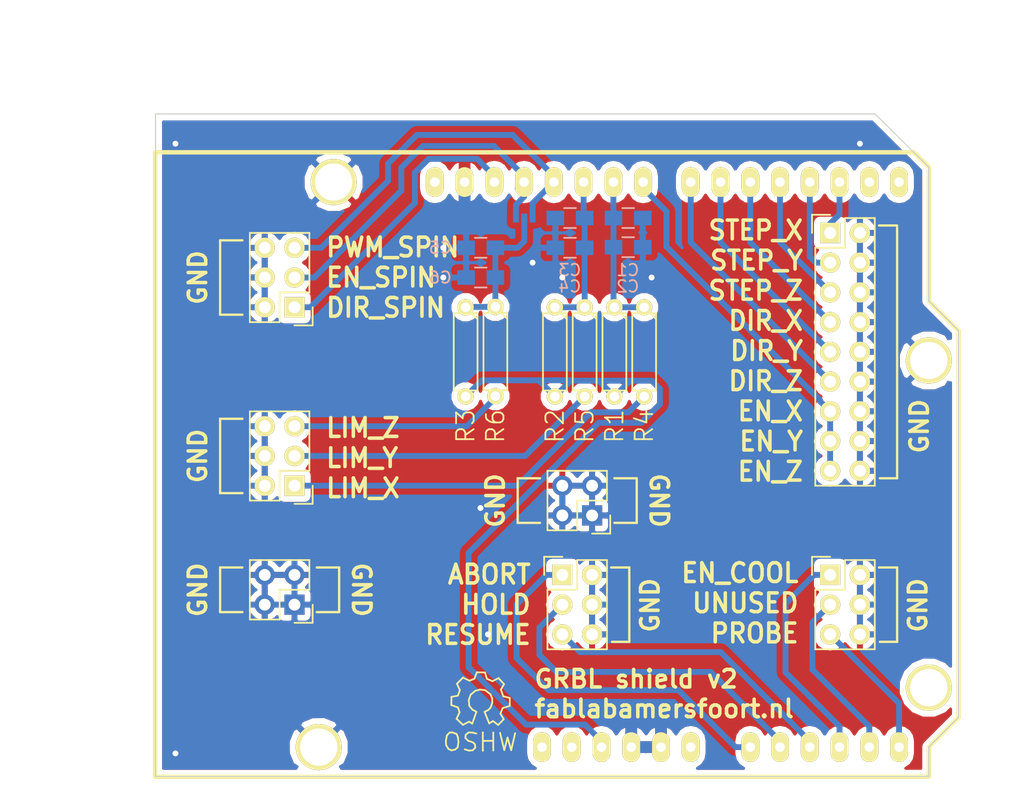
<source format=kicad_pcb>
(kicad_pcb (version 4) (host pcbnew 4.0.6-e0-6349~53~ubuntu16.04.1)

  (general
    (links 88)
    (no_connects 0)
    (area 134.669406 58.0822 222.300801 125.831601)
    (thickness 1.6)
    (drawings 55)
    (tracks 133)
    (zones 0)
    (modules 32)
    (nets 31)
  )

  (page A4)
  (layers
    (0 F.Cu signal)
    (31 B.Cu signal)
    (32 B.Adhes user)
    (33 F.Adhes user)
    (34 B.Paste user)
    (35 F.Paste user)
    (36 B.SilkS user)
    (37 F.SilkS user)
    (38 B.Mask user)
    (39 F.Mask user)
    (40 Dwgs.User user)
    (41 Cmts.User user)
    (42 Eco1.User user)
    (43 Eco2.User user)
    (44 Edge.Cuts user)
    (45 Margin user)
    (46 B.CrtYd user)
    (47 F.CrtYd user)
    (48 B.Fab user)
    (49 F.Fab user)
  )

  (setup
    (last_trace_width 0.5)
    (trace_clearance 0.4)
    (zone_clearance 0.508)
    (zone_45_only no)
    (trace_min 0.2)
    (segment_width 0.2)
    (edge_width 0.1)
    (via_size 1.4)
    (via_drill 0.8128)
    (via_min_size 0.4)
    (via_min_drill 0.3)
    (uvia_size 0.3)
    (uvia_drill 0.1)
    (uvias_allowed no)
    (uvia_min_size 0.2)
    (uvia_min_drill 0.1)
    (pcb_text_width 0.3)
    (pcb_text_size 1.5 1.5)
    (mod_edge_width 0.15)
    (mod_text_size 1 1)
    (mod_text_width 0.15)
    (pad_size 3.937 3.937)
    (pad_drill 3.175)
    (pad_to_mask_clearance 0)
    (aux_axis_origin 147.955 67.31)
    (visible_elements FFFFFF7F)
    (pcbplotparams
      (layerselection 0x011f0_80000001)
      (usegerberextensions true)
      (excludeedgelayer true)
      (linewidth 0.100000)
      (plotframeref false)
      (viasonmask false)
      (mode 1)
      (useauxorigin false)
      (hpglpennumber 1)
      (hpglpenspeed 20)
      (hpglpendiameter 15)
      (hpglpenoverlay 2)
      (psnegative false)
      (psa4output false)
      (plotreference true)
      (plotvalue true)
      (plotinvisibletext false)
      (padsonsilk false)
      (subtractmaskfromsilk false)
      (outputformat 1)
      (mirror false)
      (drillshape 0)
      (scaleselection 1)
      (outputdirectory Gerbers))
  )

  (net 0 "")
  (net 1 "Net-(C1-Pad1)")
  (net 2 GND)
  (net 3 "Net-(C3-Pad1)")
  (net 4 "Net-(C5-Pad1)")
  (net 5 /PWM_SPIN)
  (net 6 /EN_SPIN)
  (net 7 /ABORT)
  (net 8 /HOLD)
  (net 9 /RESUME)
  (net 10 /PROBE)
  (net 11 /UNUSED)
  (net 12 /EN_COOL)
  (net 13 /EN_X)
  (net 14 /DIR_Z)
  (net 15 /DIR_Y)
  (net 16 /DIR_X)
  (net 17 /STEP_Z)
  (net 18 /STEP_Y)
  (net 19 /STEP_X)
  (net 20 /DIR_SPIN)
  (net 21 /LIM_Z)
  (net 22 /LIM_Y)
  (net 23 /LIM_X)
  (net 24 +5V)
  (net 25 "Net-(SHIELD1-PadV_IN)")
  (net 26 "Net-(SHIELD1-Pad3V3)")
  (net 27 "Net-(SHIELD1-PadRST)")
  (net 28 "Net-(SHIELD1-Pad0)")
  (net 29 "Net-(SHIELD1-Pad1)")
  (net 30 "Net-(SHIELD1-PadAREF)")

  (net_class Default "This is the default net class."
    (clearance 0.4)
    (trace_width 0.5)
    (via_dia 1.4)
    (via_drill 0.8128)
    (uvia_dia 0.3)
    (uvia_drill 0.1)
    (add_net +5V)
    (add_net /ABORT)
    (add_net /DIR_SPIN)
    (add_net /DIR_X)
    (add_net /DIR_Y)
    (add_net /DIR_Z)
    (add_net /EN_COOL)
    (add_net /EN_SPIN)
    (add_net /EN_X)
    (add_net /HOLD)
    (add_net /LIM_X)
    (add_net /LIM_Y)
    (add_net /LIM_Z)
    (add_net /PROBE)
    (add_net /PWM_SPIN)
    (add_net /RESUME)
    (add_net /STEP_X)
    (add_net /STEP_Y)
    (add_net /STEP_Z)
    (add_net /UNUSED)
    (add_net GND)
    (add_net "Net-(C1-Pad1)")
    (add_net "Net-(C3-Pad1)")
    (add_net "Net-(C5-Pad1)")
    (add_net "Net-(SHIELD1-Pad0)")
    (add_net "Net-(SHIELD1-Pad1)")
    (add_net "Net-(SHIELD1-Pad3V3)")
    (add_net "Net-(SHIELD1-PadAREF)")
    (add_net "Net-(SHIELD1-PadRST)")
    (add_net "Net-(SHIELD1-PadV_IN)")
  )

  (module Footprints:stitching_via (layer F.Cu) (tedit 57DC05D7) (tstamp 59F37E10)
    (at 172.72 78.74)
    (fp_text reference REF** (at 0 -0.508) (layer F.SilkS) hide
      (effects (font (size 0.127 0.127) (thickness 0.03175)))
    )
    (fp_text value via0.8size0.5drill (at 0 -0.762) (layer F.Fab) hide
      (effects (font (size 0.127 0.127) (thickness 0.03175)))
    )
    (pad "" thru_hole circle (at 0 0) (size 0.8 0.8) (drill 0.5) (layers *.Cu)
      (net 2 GND) (zone_connect 2))
  )

  (module Footprints:stitching_via (layer F.Cu) (tedit 57DC05D7) (tstamp 59F37E0C)
    (at 172.72 81.28)
    (fp_text reference REF** (at 0 -0.508) (layer F.SilkS) hide
      (effects (font (size 0.127 0.127) (thickness 0.03175)))
    )
    (fp_text value via0.8size0.5drill (at 0 -0.762) (layer F.Fab) hide
      (effects (font (size 0.127 0.127) (thickness 0.03175)))
    )
    (pad "" thru_hole circle (at 0 0) (size 0.8 0.8) (drill 0.5) (layers *.Cu)
      (net 2 GND) (zone_connect 2))
  )

  (module Footprints:stitching_via (layer F.Cu) (tedit 57DC05D7) (tstamp 59F37E08)
    (at 180.34 80.01)
    (fp_text reference REF** (at 0 -0.508) (layer F.SilkS) hide
      (effects (font (size 0.127 0.127) (thickness 0.03175)))
    )
    (fp_text value via0.8size0.5drill (at 0 -0.762) (layer F.Fab) hide
      (effects (font (size 0.127 0.127) (thickness 0.03175)))
    )
    (pad "" thru_hole circle (at 0 0) (size 0.8 0.8) (drill 0.5) (layers *.Cu)
      (net 2 GND) (zone_connect 2))
  )

  (module Footprints:stitching_via (layer F.Cu) (tedit 57DC05D7) (tstamp 59F37E04)
    (at 182.88 81.28)
    (fp_text reference REF** (at 0 -0.508) (layer F.SilkS) hide
      (effects (font (size 0.127 0.127) (thickness 0.03175)))
    )
    (fp_text value via0.8size0.5drill (at 0 -0.762) (layer F.Fab) hide
      (effects (font (size 0.127 0.127) (thickness 0.03175)))
    )
    (pad "" thru_hole circle (at 0 0) (size 0.8 0.8) (drill 0.5) (layers *.Cu)
      (net 2 GND) (zone_connect 2))
  )

  (module Footprints:stitching_via (layer F.Cu) (tedit 57DC05D7) (tstamp 59F37E00)
    (at 190.5 81.28)
    (fp_text reference REF** (at 0 -0.508) (layer F.SilkS) hide
      (effects (font (size 0.127 0.127) (thickness 0.03175)))
    )
    (fp_text value via0.8size0.5drill (at 0 -0.762) (layer F.Fab) hide
      (effects (font (size 0.127 0.127) (thickness 0.03175)))
    )
    (pad "" thru_hole circle (at 0 0) (size 0.8 0.8) (drill 0.5) (layers *.Cu)
      (net 2 GND) (zone_connect 2))
  )

  (module Footprints:stitching_via (layer F.Cu) (tedit 57DC05D7) (tstamp 59F37DFC)
    (at 208.28 69.85)
    (fp_text reference REF** (at 0 -0.508) (layer F.SilkS) hide
      (effects (font (size 0.127 0.127) (thickness 0.03175)))
    )
    (fp_text value via0.8size0.5drill (at 0 -0.762) (layer F.Fab) hide
      (effects (font (size 0.127 0.127) (thickness 0.03175)))
    )
    (pad "" thru_hole circle (at 0 0) (size 0.8 0.8) (drill 0.5) (layers *.Cu)
      (net 2 GND) (zone_connect 2))
  )

  (module Footprints:stitching_via (layer F.Cu) (tedit 595E500E) (tstamp 59F37DF8)
    (at 149.86 69.85)
    (fp_text reference REF** (at 0 -0.508) (layer F.SilkS) hide
      (effects (font (size 0.127 0.127) (thickness 0.03175)))
    )
    (fp_text value via0.8size0.5drill (at 0 -0.762) (layer F.Fab) hide
      (effects (font (size 0.127 0.127) (thickness 0.03175)))
    )
    (pad "" thru_hole circle (at 0 0) (size 0.8 0.8) (drill 0.5) (layers *.Cu)
      (net 2 GND) (zone_connect 2))
  )

  (module Footprints:stitching_via (layer F.Cu) (tedit 57DC05D7) (tstamp 59F37DF4)
    (at 149.86 121.92)
    (fp_text reference REF** (at 0 -0.508) (layer F.SilkS) hide
      (effects (font (size 0.127 0.127) (thickness 0.03175)))
    )
    (fp_text value via0.8size0.5drill (at 0 -0.762) (layer F.Fab) hide
      (effects (font (size 0.127 0.127) (thickness 0.03175)))
    )
    (pad "" thru_hole circle (at 0 0) (size 0.8 0.8) (drill 0.5) (layers *.Cu)
      (net 2 GND) (zone_connect 2))
  )

  (module Footprints:stitching_via (layer F.Cu) (tedit 57DC05D7) (tstamp 59F37DF0)
    (at 176.53 111.76)
    (fp_text reference REF** (at 0 -0.508) (layer F.SilkS) hide
      (effects (font (size 0.127 0.127) (thickness 0.03175)))
    )
    (fp_text value via0.8size0.5drill (at 0 -0.762) (layer F.Fab) hide
      (effects (font (size 0.127 0.127) (thickness 0.03175)))
    )
    (pad "" thru_hole circle (at 0 0) (size 0.8 0.8) (drill 0.5) (layers *.Cu)
      (net 2 GND) (zone_connect 2))
  )

  (module Pin_Headers:Pin_Header_Straight_2x02 (layer F.Cu) (tedit 595E47C8) (tstamp 59E19FA4)
    (at 160.02 109.22 180)
    (descr "Through hole pin header")
    (tags "pin header")
    (path /595F38E7)
    (fp_text reference P6 (at 0 -5.1 180) (layer F.SilkS) hide
      (effects (font (size 1 1) (thickness 0.15)))
    )
    (fp_text value GND (at 1.27 -3.1 180) (layer F.Fab)
      (effects (font (size 1.5 1.5) (thickness 0.15)))
    )
    (fp_line (start -1.75 -1.75) (end -1.75 4.3) (layer F.CrtYd) (width 0.05))
    (fp_line (start 4.3 -1.75) (end 4.3 4.3) (layer F.CrtYd) (width 0.05))
    (fp_line (start -1.75 -1.75) (end 4.3 -1.75) (layer F.CrtYd) (width 0.05))
    (fp_line (start -1.75 4.3) (end 4.3 4.3) (layer F.CrtYd) (width 0.05))
    (fp_line (start -1.55 0) (end -1.55 -1.55) (layer F.SilkS) (width 0.15))
    (fp_line (start 0 -1.55) (end -1.55 -1.55) (layer F.SilkS) (width 0.15))
    (fp_line (start -1.27 1.27) (end 1.27 1.27) (layer F.SilkS) (width 0.15))
    (fp_line (start 1.27 1.27) (end 1.27 -1.27) (layer F.SilkS) (width 0.15))
    (fp_line (start 1.27 -1.27) (end 3.81 -1.27) (layer F.SilkS) (width 0.15))
    (fp_line (start 3.81 -1.27) (end 3.81 3.81) (layer F.SilkS) (width 0.15))
    (fp_line (start 3.81 3.81) (end -1.27 3.81) (layer F.SilkS) (width 0.15))
    (fp_line (start -1.27 3.81) (end -1.27 1.27) (layer F.SilkS) (width 0.15))
    (pad 1 thru_hole rect (at 0 0 180) (size 1.7272 1.7272) (drill 1.016) (layers *.Cu *.Mask)
      (net 2 GND))
    (pad 2 thru_hole oval (at 2.54 0 180) (size 1.7272 1.7272) (drill 1.016) (layers *.Cu *.Mask)
      (net 2 GND))
    (pad 3 thru_hole oval (at 0 2.54 180) (size 1.7272 1.7272) (drill 1.016) (layers *.Cu *.Mask)
      (net 2 GND))
    (pad 4 thru_hole oval (at 2.54 2.54 180) (size 1.7272 1.7272) (drill 1.016) (layers *.Cu *.Mask)
      (net 2 GND))
    (model Pin_Headers.3dshapes/Pin_Header_Straight_2x02.wrl
      (at (xyz 0.05 -0.05 0))
      (scale (xyz 1 1 1))
      (rotate (xyz 0 0 90))
    )
  )

  (module Arduino:ARDUINO_SHIELD (layer F.Cu) (tedit 595E51AD) (tstamp 563624D6)
    (at 148.121009 123.926573)
    (descr "Created by Nicholas C Lewis, http://www.thingiverse.com/thing:9630")
    (path /5635FCCA)
    (fp_text reference SHIELD1 (at 5.715 -57.15) (layer F.SilkS) hide
      (effects (font (thickness 0.3048)))
    )
    (fp_text value ARDUINO_UNO (at 10.16 -54.61) (layer F.SilkS) hide
      (effects (font (thickness 0.3048)))
    )
    (fp_line (start 66.04 -40.64) (end 66.04 -52.07) (layer F.SilkS) (width 0.381))
    (fp_line (start 66.04 -52.07) (end 64.77 -53.34) (layer F.SilkS) (width 0.381))
    (fp_line (start 64.77 -53.34) (end 0 -53.34) (layer F.SilkS) (width 0.381))
    (fp_line (start 66.04 0) (end 0 0) (layer F.SilkS) (width 0.381))
    (fp_line (start 0 0) (end 0 -53.34) (layer F.SilkS) (width 0.381))
    (fp_line (start 66.04 -40.64) (end 68.58 -38.1) (layer F.SilkS) (width 0.381))
    (fp_line (start 68.58 -38.1) (end 68.58 -5.08) (layer F.SilkS) (width 0.381))
    (fp_line (start 68.58 -5.08) (end 66.04 -2.54) (layer F.SilkS) (width 0.381))
    (fp_line (start 66.04 -2.54) (end 66.04 0) (layer F.SilkS) (width 0.381))
    (pad AD5 thru_hole oval (at 63.5 -2.54 90) (size 2.54 1.524) (drill 0.8128) (layers *.Cu *.Mask F.SilkS)
      (net 10 /PROBE))
    (pad AD4 thru_hole oval (at 60.96 -2.54 90) (size 2.54 1.524) (drill 0.8128) (layers *.Cu *.Mask F.SilkS)
      (net 11 /UNUSED))
    (pad AD3 thru_hole oval (at 58.42 -2.54 90) (size 2.54 1.524) (drill 0.8128) (layers *.Cu *.Mask F.SilkS)
      (net 12 /EN_COOL))
    (pad AD0 thru_hole oval (at 50.8 -2.54 90) (size 2.54 1.524) (drill 0.8128) (layers *.Cu *.Mask F.SilkS)
      (net 7 /ABORT))
    (pad AD1 thru_hole oval (at 53.34 -2.54 90) (size 2.54 1.524) (drill 0.8128) (layers *.Cu *.Mask F.SilkS)
      (net 8 /HOLD))
    (pad AD2 thru_hole oval (at 55.88 -2.54 90) (size 2.54 1.524) (drill 0.8128) (layers *.Cu *.Mask F.SilkS)
      (net 9 /RESUME))
    (pad V_IN thru_hole oval (at 45.72 -2.54 90) (size 2.54 1.524) (drill 0.8128) (layers *.Cu *.Mask F.SilkS)
      (net 25 "Net-(SHIELD1-PadV_IN)"))
    (pad GND2 thru_hole oval (at 43.18 -2.54 90) (size 2.54 1.524) (drill 0.8128) (layers *.Cu *.Mask F.SilkS)
      (net 2 GND) (thermal_width 1))
    (pad GND1 thru_hole oval (at 40.64 -2.54 90) (size 2.54 1.524) (drill 0.8128) (layers *.Cu *.Mask F.SilkS)
      (net 2 GND) (thermal_width 1))
    (pad 3V3 thru_hole oval (at 35.56 -2.54 90) (size 2.54 1.524) (drill 0.8128) (layers *.Cu *.Mask F.SilkS)
      (net 26 "Net-(SHIELD1-Pad3V3)"))
    (pad RST thru_hole oval (at 33.02 -2.54 90) (size 2.54 1.524) (drill 0.8128) (layers *.Cu *.Mask F.SilkS)
      (net 27 "Net-(SHIELD1-PadRST)"))
    (pad 0 thru_hole oval (at 63.5 -50.8 90) (size 2.54 1.524) (drill 0.8128) (layers *.Cu *.Mask F.SilkS)
      (net 28 "Net-(SHIELD1-Pad0)"))
    (pad 1 thru_hole oval (at 60.96 -50.8 90) (size 2.54 1.524) (drill 0.8128) (layers *.Cu *.Mask F.SilkS)
      (net 29 "Net-(SHIELD1-Pad1)"))
    (pad 2 thru_hole oval (at 58.42 -50.8 90) (size 2.54 1.524) (drill 0.8128) (layers *.Cu *.Mask F.SilkS)
      (net 19 /STEP_X))
    (pad 3 thru_hole oval (at 55.88 -50.8 90) (size 2.54 1.524) (drill 0.8128) (layers *.Cu *.Mask F.SilkS)
      (net 18 /STEP_Y))
    (pad 4 thru_hole oval (at 53.34 -50.8 90) (size 2.54 1.524) (drill 0.8128) (layers *.Cu *.Mask F.SilkS)
      (net 17 /STEP_Z))
    (pad 5 thru_hole oval (at 50.8 -50.8 90) (size 2.54 1.524) (drill 0.8128) (layers *.Cu *.Mask F.SilkS)
      (net 16 /DIR_X))
    (pad 6 thru_hole oval (at 48.26 -50.8 90) (size 2.54 1.524) (drill 0.8128) (layers *.Cu *.Mask F.SilkS)
      (net 15 /DIR_Y))
    (pad 7 thru_hole oval (at 45.72 -50.8 90) (size 2.54 1.524) (drill 0.8128) (layers *.Cu *.Mask F.SilkS)
      (net 14 /DIR_Z))
    (pad 8 thru_hole oval (at 41.656 -50.8 90) (size 2.54 1.524) (drill 0.8128) (layers *.Cu *.Mask F.SilkS)
      (net 13 /EN_X))
    (pad 9 thru_hole oval (at 39.116 -50.8 90) (size 2.54 1.524) (drill 0.8128) (layers *.Cu *.Mask F.SilkS)
      (net 1 "Net-(C1-Pad1)"))
    (pad 10 thru_hole oval (at 36.576 -50.8 90) (size 2.54 1.524) (drill 0.8128) (layers *.Cu *.Mask F.SilkS)
      (net 3 "Net-(C3-Pad1)"))
    (pad 11 thru_hole oval (at 34.036 -50.8 90) (size 2.54 1.524) (drill 0.8128) (layers *.Cu *.Mask F.SilkS)
      (net 5 /PWM_SPIN))
    (pad 12 thru_hole oval (at 31.496 -50.8 90) (size 2.54 1.524) (drill 0.8128) (layers *.Cu *.Mask F.SilkS)
      (net 6 /EN_SPIN))
    (pad 13 thru_hole oval (at 28.956 -50.8 90) (size 2.54 1.524) (drill 0.8128) (layers *.Cu *.Mask F.SilkS)
      (net 20 /DIR_SPIN))
    (pad GND3 thru_hole oval (at 26.416 -50.8 90) (size 2.54 1.524) (drill 0.8128) (layers *.Cu *.Mask F.SilkS)
      (net 2 GND) (zone_connect 1) (thermal_width 1))
    (pad AREF thru_hole oval (at 23.876 -50.8 90) (size 2.54 1.524) (drill 0.8128) (layers *.Cu *.Mask F.SilkS)
      (net 30 "Net-(SHIELD1-PadAREF)"))
    (pad 5V thru_hole oval (at 38.1 -2.54 90) (size 2.54 1.524) (drill 0.8128) (layers *.Cu *.Mask F.SilkS)
      (net 24 +5V))
    (pad "" thru_hole circle (at 66.04 -7.62 90) (size 3.937 3.937) (drill 3.175) (layers *.Cu *.Mask F.SilkS))
    (pad "" thru_hole circle (at 66.04 -35.56 90) (size 3.937 3.937) (drill 3.175) (layers *.Cu *.Mask F.SilkS)
      (net 2 GND))
    (pad "" thru_hole circle (at 15.24 -50.8 90) (size 3.937 3.937) (drill 3.175) (layers *.Cu *.Mask F.SilkS)
      (net 2 GND))
    (pad "" thru_hole circle (at 13.97 -2.54 90) (size 3.937 3.937) (drill 3.175) (layers *.Cu *.Mask F.SilkS)
      (net 2 GND))
  )

  (module Capacitors_SMD:C_0805_HandSoldering (layer B.Cu) (tedit 5639D451) (tstamp 5636242B)
    (at 188.4988 76.2)
    (descr "Capacitor SMD 0805, hand soldering")
    (tags "capacitor 0805")
    (path /56364B36)
    (attr smd)
    (fp_text reference C1 (at -0.0308 4.445) (layer B.SilkS)
      (effects (font (size 1 1) (thickness 0.15)) (justify mirror))
    )
    (fp_text value 10n (at 0 -2.1) (layer B.Fab) hide
      (effects (font (size 1 1) (thickness 0.15)) (justify mirror))
    )
    (fp_line (start -2.3 1) (end 2.3 1) (layer B.CrtYd) (width 0.05))
    (fp_line (start -2.3 -1) (end 2.3 -1) (layer B.CrtYd) (width 0.05))
    (fp_line (start -2.3 1) (end -2.3 -1) (layer B.CrtYd) (width 0.05))
    (fp_line (start 2.3 1) (end 2.3 -1) (layer B.CrtYd) (width 0.05))
    (fp_line (start 0.5 0.85) (end -0.5 0.85) (layer B.SilkS) (width 0.15))
    (fp_line (start -0.5 -0.85) (end 0.5 -0.85) (layer B.SilkS) (width 0.15))
    (pad 1 smd rect (at -1.25 0) (size 1.5 1.25) (layers B.Cu B.Paste B.Mask)
      (net 1 "Net-(C1-Pad1)"))
    (pad 2 smd rect (at 1.25 0) (size 1.5 1.25) (layers B.Cu B.Paste B.Mask)
      (net 2 GND))
    (model Capacitors_SMD.3dshapes/C_0805_HandSoldering.wrl
      (at (xyz 0 0 0))
      (scale (xyz 1 1 1))
      (rotate (xyz 0 0 0))
    )
  )

  (module Capacitors_SMD:C_0805_HandSoldering (layer B.Cu) (tedit 5639D44D) (tstamp 56362431)
    (at 188.4988 78.6892)
    (descr "Capacitor SMD 0805, hand soldering")
    (tags "capacitor 0805")
    (path /56364B30)
    (attr smd)
    (fp_text reference C2 (at -0.0308 3.3528) (layer B.SilkS)
      (effects (font (size 1 1) (thickness 0.15)) (justify mirror))
    )
    (fp_text value NC (at 0 -2.1) (layer B.Fab) hide
      (effects (font (size 1 1) (thickness 0.15)) (justify mirror))
    )
    (fp_line (start -2.3 1) (end 2.3 1) (layer B.CrtYd) (width 0.05))
    (fp_line (start -2.3 -1) (end 2.3 -1) (layer B.CrtYd) (width 0.05))
    (fp_line (start -2.3 1) (end -2.3 -1) (layer B.CrtYd) (width 0.05))
    (fp_line (start 2.3 1) (end 2.3 -1) (layer B.CrtYd) (width 0.05))
    (fp_line (start 0.5 0.85) (end -0.5 0.85) (layer B.SilkS) (width 0.15))
    (fp_line (start -0.5 -0.85) (end 0.5 -0.85) (layer B.SilkS) (width 0.15))
    (pad 1 smd rect (at -1.25 0) (size 1.5 1.25) (layers B.Cu B.Paste B.Mask)
      (net 1 "Net-(C1-Pad1)"))
    (pad 2 smd rect (at 1.25 0) (size 1.5 1.25) (layers B.Cu B.Paste B.Mask)
      (net 2 GND))
    (model Capacitors_SMD.3dshapes/C_0805_HandSoldering.wrl
      (at (xyz 0 0 0))
      (scale (xyz 1 1 1))
      (rotate (xyz 0 0 0))
    )
  )

  (module Capacitors_SMD:C_0805_HandSoldering (layer B.Cu) (tedit 5639D448) (tstamp 56362437)
    (at 183.535 76.2 180)
    (descr "Capacitor SMD 0805, hand soldering")
    (tags "capacitor 0805")
    (path /56364984)
    (attr smd)
    (fp_text reference C3 (at 0.02 -4.445 180) (layer B.SilkS)
      (effects (font (size 1 1) (thickness 0.15)) (justify mirror))
    )
    (fp_text value 10n (at 0 -2.1 180) (layer B.Fab) hide
      (effects (font (size 1 1) (thickness 0.15)) (justify mirror))
    )
    (fp_line (start -2.3 1) (end 2.3 1) (layer B.CrtYd) (width 0.05))
    (fp_line (start -2.3 -1) (end 2.3 -1) (layer B.CrtYd) (width 0.05))
    (fp_line (start -2.3 1) (end -2.3 -1) (layer B.CrtYd) (width 0.05))
    (fp_line (start 2.3 1) (end 2.3 -1) (layer B.CrtYd) (width 0.05))
    (fp_line (start 0.5 0.85) (end -0.5 0.85) (layer B.SilkS) (width 0.15))
    (fp_line (start -0.5 -0.85) (end 0.5 -0.85) (layer B.SilkS) (width 0.15))
    (pad 1 smd rect (at -1.25 0 180) (size 1.5 1.25) (layers B.Cu B.Paste B.Mask)
      (net 3 "Net-(C3-Pad1)"))
    (pad 2 smd rect (at 1.25 0 180) (size 1.5 1.25) (layers B.Cu B.Paste B.Mask)
      (net 2 GND))
    (model Capacitors_SMD.3dshapes/C_0805_HandSoldering.wrl
      (at (xyz 0 0 0))
      (scale (xyz 1 1 1))
      (rotate (xyz 0 0 0))
    )
  )

  (module Capacitors_SMD:C_0805_HandSoldering (layer B.Cu) (tedit 5639D44A) (tstamp 5636243D)
    (at 183.535 78.74 180)
    (descr "Capacitor SMD 0805, hand soldering")
    (tags "capacitor 0805")
    (path /5636497E)
    (attr smd)
    (fp_text reference C4 (at 0.02 -3.302 180) (layer B.SilkS)
      (effects (font (size 1 1) (thickness 0.15)) (justify mirror))
    )
    (fp_text value NC (at 0 -2.1 180) (layer B.Fab) hide
      (effects (font (size 1 1) (thickness 0.15)) (justify mirror))
    )
    (fp_line (start -2.3 1) (end 2.3 1) (layer B.CrtYd) (width 0.05))
    (fp_line (start -2.3 -1) (end 2.3 -1) (layer B.CrtYd) (width 0.05))
    (fp_line (start -2.3 1) (end -2.3 -1) (layer B.CrtYd) (width 0.05))
    (fp_line (start 2.3 1) (end 2.3 -1) (layer B.CrtYd) (width 0.05))
    (fp_line (start 0.5 0.85) (end -0.5 0.85) (layer B.SilkS) (width 0.15))
    (fp_line (start -0.5 -0.85) (end 0.5 -0.85) (layer B.SilkS) (width 0.15))
    (pad 1 smd rect (at -1.25 0 180) (size 1.5 1.25) (layers B.Cu B.Paste B.Mask)
      (net 3 "Net-(C3-Pad1)"))
    (pad 2 smd rect (at 1.25 0 180) (size 1.5 1.25) (layers B.Cu B.Paste B.Mask)
      (net 2 GND))
    (model Capacitors_SMD.3dshapes/C_0805_HandSoldering.wrl
      (at (xyz 0 0 0))
      (scale (xyz 1 1 1))
      (rotate (xyz 0 0 0))
    )
  )

  (module Capacitors_SMD:C_0805_HandSoldering (layer B.Cu) (tedit 567538C7) (tstamp 56362443)
    (at 175.915 78.74 180)
    (descr "Capacitor SMD 0805, hand soldering")
    (tags "capacitor 0805")
    (path /56361CB2)
    (attr smd)
    (fp_text reference C5 (at 3.449 0 180) (layer B.SilkS)
      (effects (font (size 1 1) (thickness 0.15)) (justify mirror))
    )
    (fp_text value 10n (at 0 -2.1 180) (layer B.Fab) hide
      (effects (font (size 1 1) (thickness 0.15)) (justify mirror))
    )
    (fp_line (start -2.3 1) (end 2.3 1) (layer B.CrtYd) (width 0.05))
    (fp_line (start -2.3 -1) (end 2.3 -1) (layer B.CrtYd) (width 0.05))
    (fp_line (start -2.3 1) (end -2.3 -1) (layer B.CrtYd) (width 0.05))
    (fp_line (start 2.3 1) (end 2.3 -1) (layer B.CrtYd) (width 0.05))
    (fp_line (start 0.5 0.85) (end -0.5 0.85) (layer B.SilkS) (width 0.15))
    (fp_line (start -0.5 -0.85) (end 0.5 -0.85) (layer B.SilkS) (width 0.15))
    (pad 1 smd rect (at -1.25 0 180) (size 1.5 1.25) (layers B.Cu B.Paste B.Mask)
      (net 4 "Net-(C5-Pad1)"))
    (pad 2 smd rect (at 1.25 0 180) (size 1.5 1.25) (layers B.Cu B.Paste B.Mask)
      (net 2 GND))
    (model Capacitors_SMD.3dshapes/C_0805_HandSoldering.wrl
      (at (xyz 0 0 0))
      (scale (xyz 1 1 1))
      (rotate (xyz 0 0 0))
    )
  )

  (module Capacitors_SMD:C_0805_HandSoldering (layer B.Cu) (tedit 567538C4) (tstamp 56362449)
    (at 175.915 81.28 180)
    (descr "Capacitor SMD 0805, hand soldering")
    (tags "capacitor 0805")
    (path /56361AF6)
    (attr smd)
    (fp_text reference C6 (at 3.449 0 180) (layer B.SilkS)
      (effects (font (size 1 1) (thickness 0.15)) (justify mirror))
    )
    (fp_text value NC (at 1.29 -1.27 180) (layer F.Fab) hide
      (effects (font (size 1 1) (thickness 0.15)))
    )
    (fp_line (start -2.3 1) (end 2.3 1) (layer B.CrtYd) (width 0.05))
    (fp_line (start -2.3 -1) (end 2.3 -1) (layer B.CrtYd) (width 0.05))
    (fp_line (start -2.3 1) (end -2.3 -1) (layer B.CrtYd) (width 0.05))
    (fp_line (start 2.3 1) (end 2.3 -1) (layer B.CrtYd) (width 0.05))
    (fp_line (start 0.5 0.85) (end -0.5 0.85) (layer B.SilkS) (width 0.15))
    (fp_line (start -0.5 -0.85) (end 0.5 -0.85) (layer B.SilkS) (width 0.15))
    (pad 1 smd rect (at -1.25 0 180) (size 1.5 1.25) (layers B.Cu B.Paste B.Mask)
      (net 4 "Net-(C5-Pad1)"))
    (pad 2 smd rect (at 1.25 0 180) (size 1.5 1.25) (layers B.Cu B.Paste B.Mask)
      (net 2 GND))
    (model Capacitors_SMD.3dshapes/C_0805_HandSoldering.wrl
      (at (xyz 0 0 0))
      (scale (xyz 1 1 1))
      (rotate (xyz 0 0 0))
    )
  )

  (module Footprints:S_JUMPER_3 (layer B.Cu) (tedit 595E4EC2) (tstamp 56362450)
    (at 179.6288 76.2 180)
    (descr "Taken from https://github.com/open-project/kicadlibrary")
    (path /5636AAAA)
    (fp_text reference JP1 (at -0.0762 0 180) (layer F.SilkS) hide
      (effects (font (size 0.762 0.762) (thickness 0.127)))
    )
    (fp_text value LAYOUT (at -0.05 -1.25 180) (layer B.SilkS) hide
      (effects (font (size 0.762 0.762) (thickness 0.127)) (justify mirror))
    )
    (pad 2 smd rect (at 0 0 180) (size 0.508 0.762) (layers B.Cu B.Paste B.Mask)
      (net 4 "Net-(C5-Pad1)") (clearance 0.2032))
    (pad 1 smd rect (at -0.7112 0 180) (size 0.508 0.762) (layers B.Cu B.Paste B.Mask)
      (net 5 /PWM_SPIN) (clearance 0.2032))
    (pad 3 smd rect (at 0.7112 0 180) (size 0.508 0.762) (layers B.Cu B.Paste B.Mask)
      (net 6 /EN_SPIN) (clearance 0.2032))
  )

  (module Pin_Headers:Pin_Header_Straight_2x03 (layer F.Cu) (tedit 56753D4A) (tstamp 5636245A)
    (at 182.88 106.68)
    (descr "Through hole pin header")
    (tags "pin header")
    (path /5636098B)
    (fp_text reference P1 (at 0 -5.1) (layer F.SilkS) hide
      (effects (font (size 1 1) (thickness 0.15)))
    )
    (fp_text value CTL (at 1.27 8.255) (layer F.Fab)
      (effects (font (size 1.5 1.5) (thickness 0.15)))
    )
    (fp_line (start -1.27 1.27) (end -1.27 6.35) (layer F.SilkS) (width 0.15))
    (fp_line (start -1.55 -1.55) (end 0 -1.55) (layer F.SilkS) (width 0.15))
    (fp_line (start -1.75 -1.75) (end -1.75 6.85) (layer F.CrtYd) (width 0.05))
    (fp_line (start 4.3 -1.75) (end 4.3 6.85) (layer F.CrtYd) (width 0.05))
    (fp_line (start -1.75 -1.75) (end 4.3 -1.75) (layer F.CrtYd) (width 0.05))
    (fp_line (start -1.75 6.85) (end 4.3 6.85) (layer F.CrtYd) (width 0.05))
    (fp_line (start 1.27 -1.27) (end 1.27 1.27) (layer F.SilkS) (width 0.15))
    (fp_line (start 1.27 1.27) (end -1.27 1.27) (layer F.SilkS) (width 0.15))
    (fp_line (start -1.27 6.35) (end 3.81 6.35) (layer F.SilkS) (width 0.15))
    (fp_line (start 3.81 6.35) (end 3.81 1.27) (layer F.SilkS) (width 0.15))
    (fp_line (start -1.55 -1.55) (end -1.55 0) (layer F.SilkS) (width 0.15))
    (fp_line (start 3.81 -1.27) (end 1.27 -1.27) (layer F.SilkS) (width 0.15))
    (fp_line (start 3.81 1.27) (end 3.81 -1.27) (layer F.SilkS) (width 0.15))
    (pad 1 thru_hole rect (at 0 0) (size 1.7272 1.7272) (drill 1.016) (layers *.Cu *.Mask F.SilkS)
      (net 7 /ABORT))
    (pad 2 thru_hole oval (at 2.54 0) (size 1.7272 1.7272) (drill 1.016) (layers *.Cu *.Mask F.SilkS)
      (net 2 GND))
    (pad 3 thru_hole oval (at 0 2.54) (size 1.7272 1.7272) (drill 1.016) (layers *.Cu *.Mask F.SilkS)
      (net 8 /HOLD))
    (pad 4 thru_hole oval (at 2.54 2.54) (size 1.7272 1.7272) (drill 1.016) (layers *.Cu *.Mask F.SilkS)
      (net 2 GND))
    (pad 5 thru_hole oval (at 0 5.08) (size 1.7272 1.7272) (drill 1.016) (layers *.Cu *.Mask F.SilkS)
      (net 9 /RESUME))
    (pad 6 thru_hole oval (at 2.54 5.08) (size 1.7272 1.7272) (drill 1.016) (layers *.Cu *.Mask F.SilkS)
      (net 2 GND))
    (model Pin_Headers.3dshapes/Pin_Header_Straight_2x03.wrl
      (at (xyz 0.05 -0.1 0))
      (scale (xyz 1 1 1))
      (rotate (xyz 0 0 90))
    )
  )

  (module Pin_Headers:Pin_Header_Straight_2x03 (layer F.Cu) (tedit 56753D46) (tstamp 56362464)
    (at 205.74 106.68)
    (descr "Through hole pin header")
    (tags "pin header")
    (path /56360908)
    (fp_text reference P2 (at 0 -5.1) (layer F.SilkS) hide
      (effects (font (size 1 1) (thickness 0.15)))
    )
    (fp_text value MISC (at 1.27 8.255) (layer F.Fab)
      (effects (font (size 1.5 1.5) (thickness 0.15)))
    )
    (fp_line (start -1.27 1.27) (end -1.27 6.35) (layer F.SilkS) (width 0.15))
    (fp_line (start -1.55 -1.55) (end 0 -1.55) (layer F.SilkS) (width 0.15))
    (fp_line (start -1.75 -1.75) (end -1.75 6.85) (layer F.CrtYd) (width 0.05))
    (fp_line (start 4.3 -1.75) (end 4.3 6.85) (layer F.CrtYd) (width 0.05))
    (fp_line (start -1.75 -1.75) (end 4.3 -1.75) (layer F.CrtYd) (width 0.05))
    (fp_line (start -1.75 6.85) (end 4.3 6.85) (layer F.CrtYd) (width 0.05))
    (fp_line (start 1.27 -1.27) (end 1.27 1.27) (layer F.SilkS) (width 0.15))
    (fp_line (start 1.27 1.27) (end -1.27 1.27) (layer F.SilkS) (width 0.15))
    (fp_line (start -1.27 6.35) (end 3.81 6.35) (layer F.SilkS) (width 0.15))
    (fp_line (start 3.81 6.35) (end 3.81 1.27) (layer F.SilkS) (width 0.15))
    (fp_line (start -1.55 -1.55) (end -1.55 0) (layer F.SilkS) (width 0.15))
    (fp_line (start 3.81 -1.27) (end 1.27 -1.27) (layer F.SilkS) (width 0.15))
    (fp_line (start 3.81 1.27) (end 3.81 -1.27) (layer F.SilkS) (width 0.15))
    (pad 1 thru_hole rect (at 0 0) (size 1.7272 1.7272) (drill 1.016) (layers *.Cu *.Mask F.SilkS)
      (net 12 /EN_COOL))
    (pad 2 thru_hole oval (at 2.54 0) (size 1.7272 1.7272) (drill 1.016) (layers *.Cu *.Mask F.SilkS)
      (net 2 GND))
    (pad 3 thru_hole oval (at 0 2.54) (size 1.7272 1.7272) (drill 1.016) (layers *.Cu *.Mask F.SilkS)
      (net 11 /UNUSED))
    (pad 4 thru_hole oval (at 2.54 2.54) (size 1.7272 1.7272) (drill 1.016) (layers *.Cu *.Mask F.SilkS)
      (net 2 GND))
    (pad 5 thru_hole oval (at 0 5.08) (size 1.7272 1.7272) (drill 1.016) (layers *.Cu *.Mask F.SilkS)
      (net 10 /PROBE))
    (pad 6 thru_hole oval (at 2.54 5.08) (size 1.7272 1.7272) (drill 1.016) (layers *.Cu *.Mask F.SilkS)
      (net 2 GND))
    (model Pin_Headers.3dshapes/Pin_Header_Straight_2x03.wrl
      (at (xyz 0.05 -0.1 0))
      (scale (xyz 1 1 1))
      (rotate (xyz 0 0 90))
    )
  )

  (module Pin_Headers:Pin_Header_Straight_2x03 (layer F.Cu) (tedit 56753D52) (tstamp 56362484)
    (at 160.02 83.82 180)
    (descr "Through hole pin header")
    (tags "pin header")
    (path /56360A07)
    (fp_text reference P4 (at 0 -5.1 180) (layer F.SilkS) hide
      (effects (font (size 1 1) (thickness 0.15)))
    )
    (fp_text value SPIN (at 1.27 -3.1 180) (layer F.Fab)
      (effects (font (size 1.5 1.5) (thickness 0.15)))
    )
    (fp_line (start -1.27 1.27) (end -1.27 6.35) (layer F.SilkS) (width 0.15))
    (fp_line (start -1.55 -1.55) (end 0 -1.55) (layer F.SilkS) (width 0.15))
    (fp_line (start -1.75 -1.75) (end -1.75 6.85) (layer F.CrtYd) (width 0.05))
    (fp_line (start 4.3 -1.75) (end 4.3 6.85) (layer F.CrtYd) (width 0.05))
    (fp_line (start -1.75 -1.75) (end 4.3 -1.75) (layer F.CrtYd) (width 0.05))
    (fp_line (start -1.75 6.85) (end 4.3 6.85) (layer F.CrtYd) (width 0.05))
    (fp_line (start 1.27 -1.27) (end 1.27 1.27) (layer F.SilkS) (width 0.15))
    (fp_line (start 1.27 1.27) (end -1.27 1.27) (layer F.SilkS) (width 0.15))
    (fp_line (start -1.27 6.35) (end 3.81 6.35) (layer F.SilkS) (width 0.15))
    (fp_line (start 3.81 6.35) (end 3.81 1.27) (layer F.SilkS) (width 0.15))
    (fp_line (start -1.55 -1.55) (end -1.55 0) (layer F.SilkS) (width 0.15))
    (fp_line (start 3.81 -1.27) (end 1.27 -1.27) (layer F.SilkS) (width 0.15))
    (fp_line (start 3.81 1.27) (end 3.81 -1.27) (layer F.SilkS) (width 0.15))
    (pad 1 thru_hole rect (at 0 0 180) (size 1.7272 1.7272) (drill 1.016) (layers *.Cu *.Mask F.SilkS)
      (net 20 /DIR_SPIN))
    (pad 2 thru_hole oval (at 2.54 0 180) (size 1.7272 1.7272) (drill 1.016) (layers *.Cu *.Mask F.SilkS)
      (net 2 GND))
    (pad 3 thru_hole oval (at 0 2.54 180) (size 1.7272 1.7272) (drill 1.016) (layers *.Cu *.Mask F.SilkS)
      (net 6 /EN_SPIN))
    (pad 4 thru_hole oval (at 2.54 2.54 180) (size 1.7272 1.7272) (drill 1.016) (layers *.Cu *.Mask F.SilkS)
      (net 2 GND))
    (pad 5 thru_hole oval (at 0 5.08 180) (size 1.7272 1.7272) (drill 1.016) (layers *.Cu *.Mask F.SilkS)
      (net 5 /PWM_SPIN))
    (pad 6 thru_hole oval (at 2.54 5.08 180) (size 1.7272 1.7272) (drill 1.016) (layers *.Cu *.Mask F.SilkS)
      (net 2 GND))
    (model Pin_Headers.3dshapes/Pin_Header_Straight_2x03.wrl
      (at (xyz 0.05 -0.1 0))
      (scale (xyz 1 1 1))
      (rotate (xyz 0 0 90))
    )
  )

  (module Pin_Headers:Pin_Header_Straight_2x03 (layer F.Cu) (tedit 56753D4E) (tstamp 5636248E)
    (at 160.02 99.06 180)
    (descr "Through hole pin header")
    (tags "pin header")
    (path /5636087E)
    (fp_text reference P5 (at 0 -5.1 180) (layer F.SilkS) hide
      (effects (font (size 1 1) (thickness 0.15)))
    )
    (fp_text value LIMIT (at 1.27 -3.1 180) (layer F.Fab)
      (effects (font (size 1.5 1.5) (thickness 0.15)))
    )
    (fp_line (start -1.27 1.27) (end -1.27 6.35) (layer F.SilkS) (width 0.15))
    (fp_line (start -1.55 -1.55) (end 0 -1.55) (layer F.SilkS) (width 0.15))
    (fp_line (start -1.75 -1.75) (end -1.75 6.85) (layer F.CrtYd) (width 0.05))
    (fp_line (start 4.3 -1.75) (end 4.3 6.85) (layer F.CrtYd) (width 0.05))
    (fp_line (start -1.75 -1.75) (end 4.3 -1.75) (layer F.CrtYd) (width 0.05))
    (fp_line (start -1.75 6.85) (end 4.3 6.85) (layer F.CrtYd) (width 0.05))
    (fp_line (start 1.27 -1.27) (end 1.27 1.27) (layer F.SilkS) (width 0.15))
    (fp_line (start 1.27 1.27) (end -1.27 1.27) (layer F.SilkS) (width 0.15))
    (fp_line (start -1.27 6.35) (end 3.81 6.35) (layer F.SilkS) (width 0.15))
    (fp_line (start 3.81 6.35) (end 3.81 1.27) (layer F.SilkS) (width 0.15))
    (fp_line (start -1.55 -1.55) (end -1.55 0) (layer F.SilkS) (width 0.15))
    (fp_line (start 3.81 -1.27) (end 1.27 -1.27) (layer F.SilkS) (width 0.15))
    (fp_line (start 3.81 1.27) (end 3.81 -1.27) (layer F.SilkS) (width 0.15))
    (pad 1 thru_hole rect (at 0 0 180) (size 1.7272 1.7272) (drill 1.016) (layers *.Cu *.Mask F.SilkS)
      (net 23 /LIM_X))
    (pad 2 thru_hole oval (at 2.54 0 180) (size 1.7272 1.7272) (drill 1.016) (layers *.Cu *.Mask F.SilkS)
      (net 2 GND))
    (pad 3 thru_hole oval (at 0 2.54 180) (size 1.7272 1.7272) (drill 1.016) (layers *.Cu *.Mask F.SilkS)
      (net 22 /LIM_Y))
    (pad 4 thru_hole oval (at 2.54 2.54 180) (size 1.7272 1.7272) (drill 1.016) (layers *.Cu *.Mask F.SilkS)
      (net 2 GND))
    (pad 5 thru_hole oval (at 0 5.08 180) (size 1.7272 1.7272) (drill 1.016) (layers *.Cu *.Mask F.SilkS)
      (net 21 /LIM_Z))
    (pad 6 thru_hole oval (at 2.54 5.08 180) (size 1.7272 1.7272) (drill 1.016) (layers *.Cu *.Mask F.SilkS)
      (net 2 GND))
    (model Pin_Headers.3dshapes/Pin_Header_Straight_2x03.wrl
      (at (xyz 0.05 -0.1 0))
      (scale (xyz 1 1 1))
      (rotate (xyz 0 0 90))
    )
  )

  (module Discret:R3 (layer F.Cu) (tedit 56753CBD) (tstamp 56362494)
    (at 187.325 87.63 270)
    (descr "Resitance 3 pas")
    (tags R)
    (path /56364B2A)
    (fp_text reference R1 (at 6.35 0 270) (layer F.SilkS)
      (effects (font (size 1.5 1.5) (thickness 0.15)))
    )
    (fp_text value NC (at 0 0 270) (layer F.Fab)
      (effects (font (size 1 1) (thickness 0.15)))
    )
    (fp_line (start -3.81 0) (end -3.302 0) (layer F.SilkS) (width 0.15))
    (fp_line (start 3.81 0) (end 3.302 0) (layer F.SilkS) (width 0.15))
    (fp_line (start 3.302 0) (end 3.302 -1.016) (layer F.SilkS) (width 0.15))
    (fp_line (start 3.302 -1.016) (end -3.302 -1.016) (layer F.SilkS) (width 0.15))
    (fp_line (start -3.302 -1.016) (end -3.302 1.016) (layer F.SilkS) (width 0.15))
    (fp_line (start -3.302 1.016) (end 3.302 1.016) (layer F.SilkS) (width 0.15))
    (fp_line (start 3.302 1.016) (end 3.302 0) (layer F.SilkS) (width 0.15))
    (fp_line (start -3.302 -0.508) (end -2.794 -1.016) (layer F.SilkS) (width 0.15))
    (pad 1 thru_hole circle (at -3.81 0 270) (size 1.397 1.397) (drill 0.8128) (layers *.Cu *.Mask F.SilkS)
      (net 1 "Net-(C1-Pad1)"))
    (pad 2 thru_hole circle (at 3.81 0 270) (size 1.397 1.397) (drill 0.8128) (layers *.Cu *.Mask F.SilkS)
      (net 24 +5V))
    (model Discret.3dshapes/R3.wrl
      (at (xyz 0 0 0))
      (scale (xyz 0.3 0.3 0.3))
      (rotate (xyz 0 0 0))
    )
  )

  (module Discret:R3 (layer F.Cu) (tedit 56753CB5) (tstamp 5636249A)
    (at 182.245 87.63 270)
    (descr "Resitance 3 pas")
    (tags R)
    (path /56364978)
    (fp_text reference R2 (at 6.35 0 270) (layer F.SilkS)
      (effects (font (size 1.5 1.5) (thickness 0.15)))
    )
    (fp_text value NC (at 0 0 270) (layer F.Fab)
      (effects (font (size 1 1) (thickness 0.15)))
    )
    (fp_line (start -3.81 0) (end -3.302 0) (layer F.SilkS) (width 0.15))
    (fp_line (start 3.81 0) (end 3.302 0) (layer F.SilkS) (width 0.15))
    (fp_line (start 3.302 0) (end 3.302 -1.016) (layer F.SilkS) (width 0.15))
    (fp_line (start 3.302 -1.016) (end -3.302 -1.016) (layer F.SilkS) (width 0.15))
    (fp_line (start -3.302 -1.016) (end -3.302 1.016) (layer F.SilkS) (width 0.15))
    (fp_line (start -3.302 1.016) (end 3.302 1.016) (layer F.SilkS) (width 0.15))
    (fp_line (start 3.302 1.016) (end 3.302 0) (layer F.SilkS) (width 0.15))
    (fp_line (start -3.302 -0.508) (end -2.794 -1.016) (layer F.SilkS) (width 0.15))
    (pad 1 thru_hole circle (at -3.81 0 270) (size 1.397 1.397) (drill 0.8128) (layers *.Cu *.Mask F.SilkS)
      (net 3 "Net-(C3-Pad1)"))
    (pad 2 thru_hole circle (at 3.81 0 270) (size 1.397 1.397) (drill 0.8128) (layers *.Cu *.Mask F.SilkS)
      (net 24 +5V))
    (model Discret.3dshapes/R3.wrl
      (at (xyz 0 0 0))
      (scale (xyz 0.3 0.3 0.3))
      (rotate (xyz 0 0 0))
    )
  )

  (module Discret:R3 (layer F.Cu) (tedit 56753C94) (tstamp 563624A0)
    (at 174.625 87.63 270)
    (descr "Resitance 3 pas")
    (tags R)
    (path /56361AC1)
    (fp_text reference R3 (at 6.35 0 270) (layer F.SilkS)
      (effects (font (size 1.5 1.5) (thickness 0.15)))
    )
    (fp_text value NC (at 0 0 270) (layer F.Fab)
      (effects (font (size 1 1) (thickness 0.15)))
    )
    (fp_line (start -3.81 0) (end -3.302 0) (layer F.SilkS) (width 0.15))
    (fp_line (start 3.81 0) (end 3.302 0) (layer F.SilkS) (width 0.15))
    (fp_line (start 3.302 0) (end 3.302 -1.016) (layer F.SilkS) (width 0.15))
    (fp_line (start 3.302 -1.016) (end -3.302 -1.016) (layer F.SilkS) (width 0.15))
    (fp_line (start -3.302 -1.016) (end -3.302 1.016) (layer F.SilkS) (width 0.15))
    (fp_line (start -3.302 1.016) (end 3.302 1.016) (layer F.SilkS) (width 0.15))
    (fp_line (start 3.302 1.016) (end 3.302 0) (layer F.SilkS) (width 0.15))
    (fp_line (start -3.302 -0.508) (end -2.794 -1.016) (layer F.SilkS) (width 0.15))
    (pad 1 thru_hole circle (at -3.81 0 270) (size 1.397 1.397) (drill 0.8128) (layers *.Cu *.Mask F.SilkS)
      (net 4 "Net-(C5-Pad1)"))
    (pad 2 thru_hole circle (at 3.81 0 270) (size 1.397 1.397) (drill 0.8128) (layers *.Cu *.Mask F.SilkS)
      (net 24 +5V))
    (model Discret.3dshapes/R3.wrl
      (at (xyz 0 0 0))
      (scale (xyz 0.3 0.3 0.3))
      (rotate (xyz 0 0 0))
    )
  )

  (module Pin_Headers:Pin_Header_Straight_2x09 (layer F.Cu) (tedit 56753D57) (tstamp 5636247A)
    (at 205.74 77.47)
    (descr "Through hole pin header")
    (tags "pin header")
    (path /5636013B)
    (fp_text reference P3 (at 0 -5.1) (layer F.SilkS) hide
      (effects (font (size 1 1) (thickness 0.15)))
    )
    (fp_text value STEP (at 1.27 23.189684) (layer F.Fab)
      (effects (font (size 1.5 1.5) (thickness 0.15)))
    )
    (fp_line (start -1.75 -1.75) (end -1.75 22.1) (layer F.CrtYd) (width 0.05))
    (fp_line (start 4.3 -1.75) (end 4.3 22.1) (layer F.CrtYd) (width 0.05))
    (fp_line (start -1.75 -1.75) (end 4.3 -1.75) (layer F.CrtYd) (width 0.05))
    (fp_line (start -1.75 22.1) (end 4.3 22.1) (layer F.CrtYd) (width 0.05))
    (fp_line (start 3.81 21.59) (end 3.81 -1.27) (layer F.SilkS) (width 0.15))
    (fp_line (start -1.27 1.27) (end -1.27 21.59) (layer F.SilkS) (width 0.15))
    (fp_line (start 3.81 21.59) (end -1.27 21.59) (layer F.SilkS) (width 0.15))
    (fp_line (start 3.81 -1.27) (end 1.27 -1.27) (layer F.SilkS) (width 0.15))
    (fp_line (start 0 -1.55) (end -1.55 -1.55) (layer F.SilkS) (width 0.15))
    (fp_line (start 1.27 -1.27) (end 1.27 1.27) (layer F.SilkS) (width 0.15))
    (fp_line (start 1.27 1.27) (end -1.27 1.27) (layer F.SilkS) (width 0.15))
    (fp_line (start -1.55 -1.55) (end -1.55 0) (layer F.SilkS) (width 0.15))
    (pad 1 thru_hole rect (at 0 0) (size 1.7272 1.7272) (drill 1.016) (layers *.Cu *.Mask F.SilkS)
      (net 19 /STEP_X))
    (pad 2 thru_hole oval (at 2.54 0) (size 1.7272 1.7272) (drill 1.016) (layers *.Cu *.Mask F.SilkS)
      (net 2 GND))
    (pad 3 thru_hole oval (at 0 2.54) (size 1.7272 1.7272) (drill 1.016) (layers *.Cu *.Mask F.SilkS)
      (net 18 /STEP_Y))
    (pad 4 thru_hole oval (at 2.54 2.54) (size 1.7272 1.7272) (drill 1.016) (layers *.Cu *.Mask F.SilkS)
      (net 2 GND))
    (pad 5 thru_hole oval (at 0 5.08) (size 1.7272 1.7272) (drill 1.016) (layers *.Cu *.Mask F.SilkS)
      (net 17 /STEP_Z))
    (pad 6 thru_hole oval (at 2.54 5.08) (size 1.7272 1.7272) (drill 1.016) (layers *.Cu *.Mask F.SilkS)
      (net 2 GND))
    (pad 7 thru_hole oval (at 0 7.62) (size 1.7272 1.7272) (drill 1.016) (layers *.Cu *.Mask F.SilkS)
      (net 16 /DIR_X))
    (pad 8 thru_hole oval (at 2.54 7.62) (size 1.7272 1.7272) (drill 1.016) (layers *.Cu *.Mask F.SilkS)
      (net 2 GND))
    (pad 9 thru_hole oval (at 0 10.16) (size 1.7272 1.7272) (drill 1.016) (layers *.Cu *.Mask F.SilkS)
      (net 15 /DIR_Y))
    (pad 10 thru_hole oval (at 2.54 10.16) (size 1.7272 1.7272) (drill 1.016) (layers *.Cu *.Mask F.SilkS)
      (net 2 GND))
    (pad 11 thru_hole oval (at 0 12.7) (size 1.7272 1.7272) (drill 1.016) (layers *.Cu *.Mask F.SilkS)
      (net 14 /DIR_Z))
    (pad 12 thru_hole oval (at 2.54 12.7) (size 1.7272 1.7272) (drill 1.016) (layers *.Cu *.Mask F.SilkS)
      (net 2 GND))
    (pad 13 thru_hole oval (at 0 15.24) (size 1.7272 1.7272) (drill 1.016) (layers *.Cu *.Mask F.SilkS)
      (net 13 /EN_X))
    (pad 14 thru_hole oval (at 2.54 15.24) (size 1.7272 1.7272) (drill 1.016) (layers *.Cu *.Mask F.SilkS)
      (net 2 GND))
    (pad 15 thru_hole oval (at 0 17.78) (size 1.7272 1.7272) (drill 1.016) (layers *.Cu *.Mask F.SilkS)
      (net 13 /EN_X))
    (pad 16 thru_hole oval (at 2.54 17.78) (size 1.7272 1.7272) (drill 1.016) (layers *.Cu *.Mask F.SilkS)
      (net 2 GND))
    (pad 17 thru_hole oval (at 0 20.32) (size 1.7272 1.7272) (drill 1.016) (layers *.Cu *.Mask F.SilkS)
      (net 13 /EN_X))
    (pad 18 thru_hole oval (at 2.54 20.32) (size 1.7272 1.7272) (drill 1.016) (layers *.Cu *.Mask F.SilkS)
      (net 2 GND))
    (model Pin_Headers.3dshapes/Pin_Header_Straight_2x09.wrl
      (at (xyz 0.05 -0.4 0))
      (scale (xyz 1 1 1))
      (rotate (xyz 0 0 90))
    )
  )

  (module Discret:R3 (layer F.Cu) (tedit 56753CC0) (tstamp 56364746)
    (at 189.865 87.63 270)
    (descr "Resitance 3 pas")
    (tags R)
    (path /56364B24)
    (fp_text reference R4 (at 6.35 0 270) (layer F.SilkS)
      (effects (font (size 1.5 1.5) (thickness 0.15)))
    )
    (fp_text value 1K (at 0 0 270) (layer F.Fab)
      (effects (font (size 1 1) (thickness 0.15)))
    )
    (fp_line (start -3.81 0) (end -3.302 0) (layer F.SilkS) (width 0.15))
    (fp_line (start 3.81 0) (end 3.302 0) (layer F.SilkS) (width 0.15))
    (fp_line (start 3.302 0) (end 3.302 -1.016) (layer F.SilkS) (width 0.15))
    (fp_line (start 3.302 -1.016) (end -3.302 -1.016) (layer F.SilkS) (width 0.15))
    (fp_line (start -3.302 -1.016) (end -3.302 1.016) (layer F.SilkS) (width 0.15))
    (fp_line (start -3.302 1.016) (end 3.302 1.016) (layer F.SilkS) (width 0.15))
    (fp_line (start 3.302 1.016) (end 3.302 0) (layer F.SilkS) (width 0.15))
    (fp_line (start -3.302 -0.508) (end -2.794 -1.016) (layer F.SilkS) (width 0.15))
    (pad 1 thru_hole circle (at -3.81 0 270) (size 1.397 1.397) (drill 0.8128) (layers *.Cu *.Mask F.SilkS)
      (net 1 "Net-(C1-Pad1)"))
    (pad 2 thru_hole circle (at 3.81 0 270) (size 1.397 1.397) (drill 0.8128) (layers *.Cu *.Mask F.SilkS)
      (net 23 /LIM_X))
    (model Discret.3dshapes/R3.wrl
      (at (xyz 0 0 0))
      (scale (xyz 0.3 0.3 0.3))
      (rotate (xyz 0 0 0))
    )
  )

  (module Discret:R3 (layer F.Cu) (tedit 56753CB9) (tstamp 5636474B)
    (at 184.785 87.63 270)
    (descr "Resitance 3 pas")
    (tags R)
    (path /56364972)
    (fp_text reference R5 (at 6.35 0 270) (layer F.SilkS)
      (effects (font (size 1.5 1.5) (thickness 0.15)))
    )
    (fp_text value 1K (at 0 0 270) (layer F.Fab)
      (effects (font (size 1 1) (thickness 0.15)))
    )
    (fp_line (start -3.81 0) (end -3.302 0) (layer F.SilkS) (width 0.15))
    (fp_line (start 3.81 0) (end 3.302 0) (layer F.SilkS) (width 0.15))
    (fp_line (start 3.302 0) (end 3.302 -1.016) (layer F.SilkS) (width 0.15))
    (fp_line (start 3.302 -1.016) (end -3.302 -1.016) (layer F.SilkS) (width 0.15))
    (fp_line (start -3.302 -1.016) (end -3.302 1.016) (layer F.SilkS) (width 0.15))
    (fp_line (start -3.302 1.016) (end 3.302 1.016) (layer F.SilkS) (width 0.15))
    (fp_line (start 3.302 1.016) (end 3.302 0) (layer F.SilkS) (width 0.15))
    (fp_line (start -3.302 -0.508) (end -2.794 -1.016) (layer F.SilkS) (width 0.15))
    (pad 1 thru_hole circle (at -3.81 0 270) (size 1.397 1.397) (drill 0.8128) (layers *.Cu *.Mask F.SilkS)
      (net 3 "Net-(C3-Pad1)"))
    (pad 2 thru_hole circle (at 3.81 0 270) (size 1.397 1.397) (drill 0.8128) (layers *.Cu *.Mask F.SilkS)
      (net 22 /LIM_Y))
    (model Discret.3dshapes/R3.wrl
      (at (xyz 0 0 0))
      (scale (xyz 0.3 0.3 0.3))
      (rotate (xyz 0 0 0))
    )
  )

  (module Discret:R3 (layer F.Cu) (tedit 56753CA9) (tstamp 56364750)
    (at 177.165 87.6 270)
    (descr "Resitance 3 pas")
    (tags R)
    (path /56361A00)
    (fp_text reference R6 (at 6.38 0 270) (layer F.SilkS)
      (effects (font (size 1.5 1.5) (thickness 0.15)))
    )
    (fp_text value 1K (at 0.03 0 270) (layer F.Fab)
      (effects (font (size 1 1) (thickness 0.15)))
    )
    (fp_line (start -3.81 0) (end -3.302 0) (layer F.SilkS) (width 0.15))
    (fp_line (start 3.81 0) (end 3.302 0) (layer F.SilkS) (width 0.15))
    (fp_line (start 3.302 0) (end 3.302 -1.016) (layer F.SilkS) (width 0.15))
    (fp_line (start 3.302 -1.016) (end -3.302 -1.016) (layer F.SilkS) (width 0.15))
    (fp_line (start -3.302 -1.016) (end -3.302 1.016) (layer F.SilkS) (width 0.15))
    (fp_line (start -3.302 1.016) (end 3.302 1.016) (layer F.SilkS) (width 0.15))
    (fp_line (start 3.302 1.016) (end 3.302 0) (layer F.SilkS) (width 0.15))
    (fp_line (start -3.302 -0.508) (end -2.794 -1.016) (layer F.SilkS) (width 0.15))
    (pad 1 thru_hole circle (at -3.81 0 270) (size 1.397 1.397) (drill 0.8128) (layers *.Cu *.Mask F.SilkS)
      (net 4 "Net-(C5-Pad1)"))
    (pad 2 thru_hole circle (at 3.81 0 270) (size 1.397 1.397) (drill 0.8128) (layers *.Cu *.Mask F.SilkS)
      (net 21 /LIM_Z))
    (model Discret.3dshapes/R3.wrl
      (at (xyz 0 0 0))
      (scale (xyz 0.3 0.3 0.3))
      (rotate (xyz 0 0 0))
    )
  )

  (module Symbols:Symbol_OSHW-Logo_SilkScreen (layer F.Cu) (tedit 5639CC97) (tstamp 5639CCEB)
    (at 175.895 117.475)
    (descr "Symbol, OSHW-Logo, Silk Screen,")
    (tags "Symbol, OSHW-Logo, Silk Screen,")
    (fp_text reference REF** (at 0.09906 -4.38912) (layer F.SilkS) hide
      (effects (font (size 1 1) (thickness 0.15)))
    )
    (fp_text value Symbol_OSHW-Logo_SilkScreen (at 0.30988 6.56082) (layer F.Fab) hide
      (effects (font (size 1 1) (thickness 0.15)))
    )
    (fp_line (start 1.66878 2.68986) (end 2.02946 4.16052) (layer F.SilkS) (width 0.15))
    (fp_line (start 2.02946 4.16052) (end 2.30886 3.0988) (layer F.SilkS) (width 0.15))
    (fp_line (start 2.30886 3.0988) (end 2.61874 4.17068) (layer F.SilkS) (width 0.15))
    (fp_line (start 2.61874 4.17068) (end 2.9591 2.72034) (layer F.SilkS) (width 0.15))
    (fp_line (start 0.24892 3.38074) (end 1.03886 3.37058) (layer F.SilkS) (width 0.15))
    (fp_line (start 1.03886 3.37058) (end 1.04902 3.38074) (layer F.SilkS) (width 0.15))
    (fp_line (start 1.04902 3.38074) (end 1.04902 3.37058) (layer F.SilkS) (width 0.15))
    (fp_line (start 1.08966 2.65938) (end 1.08966 4.20116) (layer F.SilkS) (width 0.15))
    (fp_line (start 0.20066 2.64922) (end 0.20066 4.21894) (layer F.SilkS) (width 0.15))
    (fp_line (start 0.20066 4.21894) (end 0.21082 4.20878) (layer F.SilkS) (width 0.15))
    (fp_line (start -0.35052 2.75082) (end -0.70104 2.66954) (layer F.SilkS) (width 0.15))
    (fp_line (start -0.70104 2.66954) (end -1.02108 2.65938) (layer F.SilkS) (width 0.15))
    (fp_line (start -1.02108 2.65938) (end -1.25984 2.86004) (layer F.SilkS) (width 0.15))
    (fp_line (start -1.25984 2.86004) (end -1.29032 3.12928) (layer F.SilkS) (width 0.15))
    (fp_line (start -1.29032 3.12928) (end -1.04902 3.37058) (layer F.SilkS) (width 0.15))
    (fp_line (start -1.04902 3.37058) (end -0.6604 3.50012) (layer F.SilkS) (width 0.15))
    (fp_line (start -0.6604 3.50012) (end -0.48006 3.66014) (layer F.SilkS) (width 0.15))
    (fp_line (start -0.48006 3.66014) (end -0.43942 3.95986) (layer F.SilkS) (width 0.15))
    (fp_line (start -0.43942 3.95986) (end -0.67056 4.18084) (layer F.SilkS) (width 0.15))
    (fp_line (start -0.67056 4.18084) (end -0.9906 4.20878) (layer F.SilkS) (width 0.15))
    (fp_line (start -0.9906 4.20878) (end -1.34112 4.09956) (layer F.SilkS) (width 0.15))
    (fp_line (start -2.37998 2.64922) (end -2.6289 2.66954) (layer F.SilkS) (width 0.15))
    (fp_line (start -2.6289 2.66954) (end -2.8702 2.91084) (layer F.SilkS) (width 0.15))
    (fp_line (start -2.8702 2.91084) (end -2.9591 3.40106) (layer F.SilkS) (width 0.15))
    (fp_line (start -2.9591 3.40106) (end -2.93116 3.74904) (layer F.SilkS) (width 0.15))
    (fp_line (start -2.93116 3.74904) (end -2.7305 4.06908) (layer F.SilkS) (width 0.15))
    (fp_line (start -2.7305 4.06908) (end -2.47904 4.191) (layer F.SilkS) (width 0.15))
    (fp_line (start -2.47904 4.191) (end -2.16916 4.11988) (layer F.SilkS) (width 0.15))
    (fp_line (start -2.16916 4.11988) (end -1.95072 3.93954) (layer F.SilkS) (width 0.15))
    (fp_line (start -1.95072 3.93954) (end -1.8796 3.4798) (layer F.SilkS) (width 0.15))
    (fp_line (start -1.8796 3.4798) (end -1.9304 3.07086) (layer F.SilkS) (width 0.15))
    (fp_line (start -1.9304 3.07086) (end -2.03962 2.78892) (layer F.SilkS) (width 0.15))
    (fp_line (start -2.03962 2.78892) (end -2.4003 2.65938) (layer F.SilkS) (width 0.15))
    (fp_line (start -1.78054 0.92964) (end -2.03962 1.49098) (layer F.SilkS) (width 0.15))
    (fp_line (start -2.03962 1.49098) (end -1.50114 2.00914) (layer F.SilkS) (width 0.15))
    (fp_line (start -1.50114 2.00914) (end -0.98044 1.7399) (layer F.SilkS) (width 0.15))
    (fp_line (start -0.98044 1.7399) (end -0.70104 1.89992) (layer F.SilkS) (width 0.15))
    (fp_line (start 0.73914 1.8796) (end 1.06934 1.6891) (layer F.SilkS) (width 0.15))
    (fp_line (start 1.06934 1.6891) (end 1.50876 2.0193) (layer F.SilkS) (width 0.15))
    (fp_line (start 1.50876 2.0193) (end 1.9812 1.52908) (layer F.SilkS) (width 0.15))
    (fp_line (start 1.9812 1.52908) (end 1.69926 1.04902) (layer F.SilkS) (width 0.15))
    (fp_line (start 1.69926 1.04902) (end 1.88976 0.57912) (layer F.SilkS) (width 0.15))
    (fp_line (start 1.88976 0.57912) (end 2.49936 0.39116) (layer F.SilkS) (width 0.15))
    (fp_line (start 2.49936 0.39116) (end 2.49936 -0.28956) (layer F.SilkS) (width 0.15))
    (fp_line (start 2.49936 -0.28956) (end 1.94056 -0.42926) (layer F.SilkS) (width 0.15))
    (fp_line (start 1.94056 -0.42926) (end 1.7399 -1.00076) (layer F.SilkS) (width 0.15))
    (fp_line (start 1.7399 -1.00076) (end 2.00914 -1.47066) (layer F.SilkS) (width 0.15))
    (fp_line (start 2.00914 -1.47066) (end 1.53924 -1.9812) (layer F.SilkS) (width 0.15))
    (fp_line (start 1.53924 -1.9812) (end 1.02108 -1.71958) (layer F.SilkS) (width 0.15))
    (fp_line (start 1.02108 -1.71958) (end 0.55118 -1.92024) (layer F.SilkS) (width 0.15))
    (fp_line (start 0.55118 -1.92024) (end 0.381 -2.46126) (layer F.SilkS) (width 0.15))
    (fp_line (start 0.381 -2.46126) (end -0.30988 -2.47904) (layer F.SilkS) (width 0.15))
    (fp_line (start -0.30988 -2.47904) (end -0.5207 -1.9304) (layer F.SilkS) (width 0.15))
    (fp_line (start -0.5207 -1.9304) (end -0.9398 -1.76022) (layer F.SilkS) (width 0.15))
    (fp_line (start -0.9398 -1.76022) (end -1.49098 -2.02946) (layer F.SilkS) (width 0.15))
    (fp_line (start -1.49098 -2.02946) (end -2.00914 -1.50114) (layer F.SilkS) (width 0.15))
    (fp_line (start -2.00914 -1.50114) (end -1.76022 -0.96012) (layer F.SilkS) (width 0.15))
    (fp_line (start -1.76022 -0.96012) (end -1.9304 -0.48006) (layer F.SilkS) (width 0.15))
    (fp_line (start -1.9304 -0.48006) (end -2.47904 -0.381) (layer F.SilkS) (width 0.15))
    (fp_line (start -2.47904 -0.381) (end -2.4892 0.32004) (layer F.SilkS) (width 0.15))
    (fp_line (start -2.4892 0.32004) (end -1.9304 0.5207) (layer F.SilkS) (width 0.15))
    (fp_line (start -1.9304 0.5207) (end -1.7907 0.91948) (layer F.SilkS) (width 0.15))
    (fp_line (start 0.35052 0.89916) (end 0.65024 0.7493) (layer F.SilkS) (width 0.15))
    (fp_line (start 0.65024 0.7493) (end 0.8509 0.55118) (layer F.SilkS) (width 0.15))
    (fp_line (start 0.8509 0.55118) (end 1.00076 0.14986) (layer F.SilkS) (width 0.15))
    (fp_line (start 1.00076 0.14986) (end 1.00076 -0.24892) (layer F.SilkS) (width 0.15))
    (fp_line (start 1.00076 -0.24892) (end 0.8509 -0.59944) (layer F.SilkS) (width 0.15))
    (fp_line (start 0.8509 -0.59944) (end 0.39878 -0.94996) (layer F.SilkS) (width 0.15))
    (fp_line (start 0.39878 -0.94996) (end -0.0508 -1.00076) (layer F.SilkS) (width 0.15))
    (fp_line (start -0.0508 -1.00076) (end -0.44958 -0.89916) (layer F.SilkS) (width 0.15))
    (fp_line (start -0.44958 -0.89916) (end -0.8509 -0.55118) (layer F.SilkS) (width 0.15))
    (fp_line (start -0.8509 -0.55118) (end -1.00076 -0.09906) (layer F.SilkS) (width 0.15))
    (fp_line (start -1.00076 -0.09906) (end -0.94996 0.39878) (layer F.SilkS) (width 0.15))
    (fp_line (start -0.94996 0.39878) (end -0.70104 0.70104) (layer F.SilkS) (width 0.15))
    (fp_line (start -0.70104 0.70104) (end -0.35052 0.89916) (layer F.SilkS) (width 0.15))
    (fp_line (start -0.35052 0.89916) (end -0.70104 1.89992) (layer F.SilkS) (width 0.15))
    (fp_line (start 0.35052 0.89916) (end 0.7493 1.89992) (layer F.SilkS) (width 0.15))
  )

  (module Pin_Headers:Pin_Header_Straight_2x02 (layer F.Cu) (tedit 595E4B5D) (tstamp 59D89FFE)
    (at 185.42 101.6 180)
    (descr "Through hole pin header")
    (tags "pin header")
    (path /595F1AB2)
    (fp_text reference P7 (at 0 -5.1 180) (layer F.SilkS) hide
      (effects (font (size 1 1) (thickness 0.15)))
    )
    (fp_text value GND (at 1.27 -3.1 180) (layer F.Fab)
      (effects (font (size 1.5 1.5) (thickness 0.15)))
    )
    (fp_line (start -1.75 -1.75) (end -1.75 4.3) (layer F.CrtYd) (width 0.05))
    (fp_line (start 4.3 -1.75) (end 4.3 4.3) (layer F.CrtYd) (width 0.05))
    (fp_line (start -1.75 -1.75) (end 4.3 -1.75) (layer F.CrtYd) (width 0.05))
    (fp_line (start -1.75 4.3) (end 4.3 4.3) (layer F.CrtYd) (width 0.05))
    (fp_line (start -1.55 0) (end -1.55 -1.55) (layer F.SilkS) (width 0.15))
    (fp_line (start 0 -1.55) (end -1.55 -1.55) (layer F.SilkS) (width 0.15))
    (fp_line (start -1.27 1.27) (end 1.27 1.27) (layer F.SilkS) (width 0.15))
    (fp_line (start 1.27 1.27) (end 1.27 -1.27) (layer F.SilkS) (width 0.15))
    (fp_line (start 1.27 -1.27) (end 3.81 -1.27) (layer F.SilkS) (width 0.15))
    (fp_line (start 3.81 -1.27) (end 3.81 3.81) (layer F.SilkS) (width 0.15))
    (fp_line (start 3.81 3.81) (end -1.27 3.81) (layer F.SilkS) (width 0.15))
    (fp_line (start -1.27 3.81) (end -1.27 1.27) (layer F.SilkS) (width 0.15))
    (pad 1 thru_hole rect (at 0 0 180) (size 1.7272 1.7272) (drill 1.016) (layers *.Cu *.Mask)
      (net 2 GND))
    (pad 2 thru_hole oval (at 2.54 0 180) (size 1.7272 1.7272) (drill 1.016) (layers *.Cu *.Mask)
      (net 2 GND))
    (pad 3 thru_hole oval (at 0 2.54 180) (size 1.7272 1.7272) (drill 1.016) (layers *.Cu *.Mask)
      (net 2 GND))
    (pad 4 thru_hole oval (at 2.54 2.54 180) (size 1.7272 1.7272) (drill 1.016) (layers *.Cu *.Mask)
      (net 2 GND))
    (model Pin_Headers.3dshapes/Pin_Header_Straight_2x02.wrl
      (at (xyz 0.05 -0.05 0))
      (scale (xyz 1 1 1))
      (rotate (xyz 0 0 90))
    )
  )

  (module Footprints:stitching_via (layer F.Cu) (tedit 595E5043) (tstamp 59F37DEE)
    (at 175.895 100.965)
    (fp_text reference REF** (at 0 -0.508) (layer F.SilkS) hide
      (effects (font (size 0.127 0.127) (thickness 0.03175)))
    )
    (fp_text value via0.8size0.5drill (at 0 -0.762) (layer F.Fab) hide
      (effects (font (size 0.127 0.127) (thickness 0.03175)))
    )
    (pad "" thru_hole circle (at 0 0) (size 0.8 0.8) (drill 0.5) (layers *.Cu)
      (net 2 GND) (zone_connect 2))
  )

  (dimension 56.591223 (width 0.3) (layer Dwgs.User)
    (gr_text "56.591 mm" (at 141.169405 95.573903 89.94856754) (layer Dwgs.User)
      (effects (font (size 1.5 1.5) (thickness 0.3)))
    )
    (feature1 (pts (xy 148.1582 123.8758) (xy 139.794006 123.868291)))
    (feature2 (pts (xy 148.209 67.2846) (xy 139.844806 67.277091)))
    (crossbar (pts (xy 142.544805 67.279515) (xy 142.494005 123.870715)))
    (arrow1a (pts (xy 142.494005 123.870715) (xy 141.908596 122.743685)))
    (arrow1b (pts (xy 142.494005 123.870715) (xy 143.081437 122.744738)))
    (arrow2a (pts (xy 142.544805 67.279515) (xy 141.957373 68.405492)))
    (arrow2b (pts (xy 142.544805 67.279515) (xy 143.130214 68.406545)))
  )
  (dimension 68.453 (width 0.3) (layer Dwgs.User)
    (gr_text "68.453 mm" (at 182.4355 59.4322) (layer Dwgs.User)
      (effects (font (size 1.5 1.5) (thickness 0.3)))
    )
    (feature1 (pts (xy 216.662 67.3354) (xy 216.662 58.0822)))
    (feature2 (pts (xy 148.209 67.3354) (xy 148.209 58.0822)))
    (crossbar (pts (xy 148.209 60.7822) (xy 216.662 60.7822)))
    (arrow1a (pts (xy 216.662 60.7822) (xy 215.535496 61.368621)))
    (arrow1b (pts (xy 216.662 60.7822) (xy 215.535496 60.195779)))
    (arrow2a (pts (xy 148.209 60.7822) (xy 149.335504 61.368621)))
    (arrow2b (pts (xy 148.209 60.7822) (xy 149.335504 60.195779)))
  )
  (gr_text "GRBL shield v2" (at 180.34 115.57) (layer F.SilkS) (tstamp 59F37E22)
    (effects (font (size 1.5 1.5) (thickness 0.3)) (justify left))
  )
  (gr_line (start 163.83 106.045) (end 163.83 109.855) (layer F.SilkS) (width 0.2) (tstamp 59E19FA3))
  (gr_text GND (at 165.735 107.95 270) (layer F.SilkS) (tstamp 59E19FA2)
    (effects (font (size 1.5 1.5) (thickness 0.3)))
  )
  (gr_line (start 163.83 106.045) (end 161.925 106.045) (layer F.SilkS) (width 0.2) (tstamp 59E19FA1))
  (gr_line (start 161.925 109.855) (end 163.83 109.855) (layer F.SilkS) (width 0.2) (tstamp 59E19FA0))
  (gr_line (start 153.67 109.855) (end 153.67 106.045) (layer F.SilkS) (width 0.2) (tstamp 59E19F9F))
  (gr_line (start 155.575 106.045) (end 153.67 106.045) (layer F.SilkS) (width 0.2) (tstamp 59E19F9E))
  (gr_text GND (at 151.765 107.95 90) (layer F.SilkS) (tstamp 59E19F9D)
    (effects (font (size 1.5 1.5) (thickness 0.3)))
  )
  (gr_line (start 153.67 109.855) (end 155.575 109.855) (layer F.SilkS) (width 0.2) (tstamp 59E19F9C))
  (gr_text GND (at 191.135 100.33 270) (layer F.SilkS) (tstamp 59D8A3EE)
    (effects (font (size 1.5 1.5) (thickness 0.3)))
  )
  (gr_line (start 187.325 102.235) (end 189.23 102.235) (layer F.SilkS) (width 0.2) (tstamp 59D8A3ED))
  (gr_line (start 189.23 98.425) (end 189.23 102.235) (layer F.SilkS) (width 0.2) (tstamp 59D8A3EC))
  (gr_line (start 189.23 98.425) (end 187.325 98.425) (layer F.SilkS) (width 0.2) (tstamp 59D8A3EB))
  (gr_line (start 179.07 102.235) (end 180.975 102.235) (layer F.SilkS) (width 0.2) (tstamp 59D8A27A))
  (gr_line (start 180.975 98.425) (end 179.07 98.425) (layer F.SilkS) (width 0.2) (tstamp 59D8A279))
  (gr_line (start 179.07 102.235) (end 179.07 98.425) (layer F.SilkS) (width 0.2) (tstamp 59D8A278))
  (gr_text GND (at 177.165 100.33 90) (layer F.SilkS) (tstamp 59D8A277)
    (effects (font (size 1.5 1.5) (thickness 0.3)))
  )
  (gr_text fablabamersfoort.nl (at 180.34 118.11) (layer F.SilkS)
    (effects (font (size 1.5 1.5) (thickness 0.3)) (justify left))
  )
  (gr_text "R1-R3: pullups\nR4-R6: filter" (at 193.04 81.28 270) (layer F.Fab)
    (effects (font (size 1.5 1.5) (thickness 0.15)) (justify left))
  )
  (gr_line (start 153.67 84.455) (end 155.575 84.455) (layer F.SilkS) (width 0.2) (tstamp 5639C2C8))
  (gr_line (start 155.575 78.105) (end 153.67 78.105) (layer F.SilkS) (width 0.2) (tstamp 5639C2C7))
  (gr_line (start 153.67 84.455) (end 153.67 78.105) (layer F.SilkS) (width 0.2) (tstamp 5639C2C6))
  (gr_text GND (at 151.765 81.28 90) (layer F.SilkS) (tstamp 5639C2C5)
    (effects (font (size 1.5 1.5) (thickness 0.3)))
  )
  (gr_line (start 153.67 99.695) (end 155.575 99.695) (layer F.SilkS) (width 0.2) (tstamp 5639C272))
  (gr_line (start 155.575 93.345) (end 153.67 93.345) (layer F.SilkS) (width 0.2) (tstamp 5639C271))
  (gr_line (start 153.67 99.695) (end 153.67 93.345) (layer F.SilkS) (width 0.2) (tstamp 5639C270))
  (gr_text GND (at 151.765 96.52 90) (layer F.SilkS) (tstamp 5639C26F)
    (effects (font (size 1.5 1.5) (thickness 0.3)))
  )
  (gr_line (start 187.120925 112.395) (end 188.595 112.395) (layer F.SilkS) (width 0.2) (tstamp 5639C253))
  (gr_text GND (at 190.374425 109.268859 90) (layer F.SilkS) (tstamp 5639C252)
    (effects (font (size 1.5 1.5) (thickness 0.3)))
  )
  (gr_line (start 188.595 112.395) (end 188.595 106.045) (layer F.SilkS) (width 0.2) (tstamp 5639C251))
  (gr_line (start 188.595 106.045) (end 187.0456 106.045) (layer F.SilkS) (width 0.2) (tstamp 5639C250))
  (gr_line (start 209.980925 98.425) (end 211.455 98.425) (layer F.SilkS) (width 0.2) (tstamp 5639C1D9))
  (gr_line (start 211.455 98.425) (end 211.455 77.0128) (layer F.SilkS) (width 0.2) (tstamp 5639C1D8))
  (gr_line (start 211.455 76.835) (end 209.9056 76.835) (layer F.SilkS) (width 0.2) (tstamp 5639C1D7))
  (gr_text GND (at 213.36 93.98 90) (layer F.SilkS) (tstamp 5639C1C0)
    (effects (font (size 1.5 1.5) (thickness 0.3)))
  )
  (gr_text "PWM_SPIN\nEN_SPIN\nDIR_SPIN" (at 162.56 81.28) (layer F.SilkS) (tstamp 5638B705)
    (effects (font (size 1.6 1.5) (thickness 0.3)) (justify left))
  )
  (gr_line (start 211.455 106.045) (end 209.9056 106.045) (layer F.SilkS) (width 0.2))
  (gr_line (start 211.455 112.395) (end 211.455 106.045) (layer F.SilkS) (width 0.2))
  (gr_line (start 209.980925 112.395) (end 211.455 112.395) (layer F.SilkS) (width 0.2))
  (gr_text GND (at 213.234425 109.268859 90) (layer F.SilkS)
    (effects (font (size 1.5 1.5) (thickness 0.3)))
  )
  (gr_line (start 209.576825 67.308059) (end 148.15962 67.308059) (layer Edge.Cuts) (width 0.1))
  (gr_line (start 214.149909 71.862973) (end 209.576825 67.308059) (layer Edge.Cuts) (width 0.1))
  (gr_text "LIM_Z\nLIM_Y\nLIM_X" (at 162.56 96.695859) (layer F.SilkS) (tstamp 56364E3C)
    (effects (font (size 1.6 1.5) (thickness 0.3)) (justify left))
  )
  (gr_text "ABORT\nHOLD\nRESUME" (at 180.34 109.22) (layer F.SilkS) (tstamp 56364E38)
    (effects (font (size 1.6 1.5) (thickness 0.3)) (justify right))
  )
  (gr_text "EN_COOL\nUNUSED\nPROBE" (at 203.2 109.091059) (layer F.SilkS) (tstamp 56364DCB)
    (effects (font (size 1.6 1.5) (thickness 0.3)) (justify right))
  )
  (gr_text "STEP_X\nSTEP_Y\nSTEP_Z\nDIR_X\nDIR_Y\nDIR_Z\nEN_X\nEN_Y\nEN_Z" (at 203.582425 87.551859) (layer F.SilkS)
    (effects (font (size 1.6 1.5) (thickness 0.3)) (justify right))
  )
  (gr_line (start 148.159909 123.882973) (end 148.159909 67.308054) (angle 90) (layer Edge.Cuts) (width 0.1))
  (gr_line (start 214.159909 123.882973) (end 148.159909 123.882973) (angle 90) (layer Edge.Cuts) (width 0.1))
  (gr_line (start 214.159909 121.372973) (end 214.159909 123.882973) (angle 90) (layer Edge.Cuts) (width 0.1))
  (gr_line (start 216.699909 118.832973) (end 214.159909 121.372973) (angle 90) (layer Edge.Cuts) (width 0.1))
  (gr_line (start 216.699909 85.812973) (end 216.699909 118.832973) (angle 90) (layer Edge.Cuts) (width 0.1))
  (gr_line (start 214.149909 83.262973) (end 216.699909 85.812973) (angle 90) (layer Edge.Cuts) (width 0.1))
  (gr_line (start 214.149909 71.862973) (end 214.149909 83.262973) (angle 90) (layer Edge.Cuts) (width 0.1))

  (segment (start 187.325 83.82) (end 189.865 83.82) (width 0.5) (layer B.Cu) (net 1))
  (segment (start 187.2488 78.6892) (end 187.2488 83.7438) (width 0.5) (layer B.Cu) (net 1))
  (segment (start 187.2488 83.7438) (end 187.325 83.82) (width 0.5) (layer B.Cu) (net 1))
  (segment (start 187.2488 76.2) (end 187.2488 78.6892) (width 0.5) (layer B.Cu) (net 1) (status 30))
  (segment (start 187.237009 73.126573) (end 187.237009 76.188209) (width 0.5) (layer B.Cu) (net 1) (status 30))
  (segment (start 187.237009 76.188209) (end 187.2488 76.2) (width 0.5) (layer B.Cu) (net 1) (status 30))
  (segment (start 187.2488 78.6892) (end 187.3738 78.6892) (width 0.5) (layer B.Cu) (net 1) (status 30))
  (segment (start 187.2488 73.138364) (end 187.237009 73.126573) (width 0.5) (layer B.Cu) (net 1) (status 30))
  (segment (start 174.537009 78.612009) (end 174.665 78.74) (width 0.5) (layer B.Cu) (net 2) (status 30))
  (segment (start 184.785 83.82) (end 182.245 83.82) (width 0.5) (layer B.Cu) (net 3))
  (segment (start 184.785 78.74) (end 184.785 83.82) (width 0.5) (layer B.Cu) (net 3))
  (segment (start 184.785 76.2) (end 184.785 78.74) (width 0.5) (layer B.Cu) (net 3) (status 30))
  (segment (start 184.697009 73.126573) (end 184.697009 76.112009) (width 0.5) (layer B.Cu) (net 3) (status 30))
  (segment (start 184.697009 76.112009) (end 184.785 76.2) (width 0.5) (layer B.Cu) (net 3) (status 30))
  (segment (start 184.697009 78.651073) (end 184.735109 78.689173) (width 0.5) (layer B.Cu) (net 3) (status 30))
  (segment (start 177.3 83.79) (end 174.655 83.79) (width 0.5) (layer B.Cu) (net 4))
  (segment (start 174.655 83.79) (end 174.625 83.82) (width 0.5) (layer B.Cu) (net 4))
  (segment (start 177.165 78.74) (end 177.165 81.28) (width 0.5) (layer B.Cu) (net 4) (status 30))
  (segment (start 177.165 81.28) (end 177.165 83.82) (width 0.5) (layer B.Cu) (net 4) (tstamp 5638D4BB) (status 30))
  (segment (start 179.6288 76.2) (end 179.6288 78.1812) (width 0.5) (layer B.Cu) (net 4) (status 10))
  (segment (start 179.6288 78.1812) (end 179.07 78.74) (width 0.5) (layer B.Cu) (net 4) (tstamp 5638D48A))
  (segment (start 179.07 78.74) (end 177.165 78.74) (width 0.5) (layer B.Cu) (net 4) (tstamp 5638D48D) (status 20))
  (segment (start 182.157009 73.126573) (end 182.157009 72.618573) (width 0.5) (layer B.Cu) (net 5))
  (segment (start 182.157009 72.618573) (end 178.638414 69.099978) (width 0.5) (layer B.Cu) (net 5))
  (segment (start 168.006182 73.027789) (end 162.293971 78.74) (width 0.5) (layer B.Cu) (net 5))
  (segment (start 178.638414 69.099978) (end 170.466149 69.099978) (width 0.5) (layer B.Cu) (net 5))
  (segment (start 170.466149 69.099978) (end 168.006182 71.559945) (width 0.5) (layer B.Cu) (net 5))
  (segment (start 168.006182 71.559945) (end 168.006182 73.027789) (width 0.5) (layer B.Cu) (net 5))
  (segment (start 162.293971 78.74) (end 160.02 78.74) (width 0.5) (layer B.Cu) (net 5))
  (segment (start 180.34 74.943582) (end 182.157009 73.126573) (width 0.5) (layer B.Cu) (net 5) (tstamp 5638D486) (status 20))
  (segment (start 180.34 76.2) (end 180.34 74.943582) (width 0.5) (layer B.Cu) (net 5) (status 10))
  (segment (start 182.157009 73.634573) (end 182.157009 73.126573) (width 0.5) (layer B.Cu) (net 5) (status 30))
  (segment (start 179.617009 73.126573) (end 179.617009 72.618573) (width 0.5) (layer B.Cu) (net 6))
  (segment (start 170.988189 70.045782) (end 169.133512 71.900459) (width 0.5) (layer B.Cu) (net 6))
  (segment (start 179.617009 72.618573) (end 177.044218 70.045782) (width 0.5) (layer B.Cu) (net 6))
  (segment (start 177.044218 70.045782) (end 170.988189 70.045782) (width 0.5) (layer B.Cu) (net 6))
  (segment (start 169.133512 71.900459) (end 169.133512 73.857585) (width 0.5) (layer B.Cu) (net 6))
  (segment (start 169.133512 73.857585) (end 161.711097 81.28) (width 0.5) (layer B.Cu) (net 6))
  (segment (start 161.711097 81.28) (end 160.02 81.28) (width 0.5) (layer B.Cu) (net 6))
  (segment (start 179.617009 73.126573) (end 179.617009 72.879324) (width 0.5) (layer B.Cu) (net 6) (status 30))
  (segment (start 179.617009 74.382991) (end 178.9176 75.0824) (width 0.5) (layer B.Cu) (net 6) (tstamp 5638D47F) (status 10))
  (segment (start 178.9176 75.0824) (end 178.9176 76.2) (width 0.5) (layer B.Cu) (net 6) (tstamp 5638D482) (status 20))
  (segment (start 179.617009 73.126573) (end 179.617009 74.382991) (width 0.5) (layer B.Cu) (net 6) (status 30))
  (segment (start 179.07 73.673582) (end 179.617009 73.126573) (width 0.5) (layer B.Cu) (net 6) (tstamp 5638D0E6) (status 30))
  (segment (start 198.921009 121.386573) (end 197.659009 121.386573) (width 0.5) (layer B.Cu) (net 7) (status 10))
  (segment (start 197.659009 121.386573) (end 192.789635 116.517199) (width 0.5) (layer B.Cu) (net 7))
  (segment (start 192.789635 116.517199) (end 181.715047 116.517199) (width 0.5) (layer B.Cu) (net 7))
  (segment (start 181.715047 116.517199) (end 178.978993 113.781145) (width 0.5) (layer B.Cu) (net 7))
  (segment (start 178.978993 113.781145) (end 178.978993 109.217407) (width 0.5) (layer B.Cu) (net 7))
  (segment (start 178.978993 109.217407) (end 181.5164 106.68) (width 0.5) (layer B.Cu) (net 7))
  (segment (start 181.5164 106.68) (end 182.88 106.68) (width 0.5) (layer B.Cu) (net 7) (status 20))
  (segment (start 180.922895 111.177105) (end 182.88 109.22) (width 0.5) (layer B.Cu) (net 8) (status 20))
  (segment (start 182.387261 114.968771) (end 180.922895 113.504405) (width 0.5) (layer B.Cu) (net 8))
  (segment (start 195.551207 114.968771) (end 182.387261 114.968771) (width 0.5) (layer B.Cu) (net 8))
  (segment (start 201.461009 120.878573) (end 195.551207 114.968771) (width 0.5) (layer B.Cu) (net 8) (status 10))
  (segment (start 201.461009 121.386573) (end 201.461009 120.878573) (width 0.5) (layer B.Cu) (net 8) (status 30))
  (segment (start 180.922895 113.504405) (end 180.922895 111.177105) (width 0.5) (layer B.Cu) (net 8))
  (segment (start 204.001009 121.386573) (end 204.001009 120.878573) (width 0.5) (layer B.Cu) (net 9) (status 30))
  (segment (start 184.393601 113.273601) (end 182.88 111.76) (width 0.5) (layer B.Cu) (net 9) (status 20))
  (segment (start 204.001009 120.878573) (end 196.396037 113.273601) (width 0.5) (layer B.Cu) (net 9) (status 10))
  (segment (start 196.396037 113.273601) (end 184.393601 113.273601) (width 0.5) (layer B.Cu) (net 9))
  (segment (start 211.621009 121.386573) (end 211.621009 117.641009) (width 0.5) (layer B.Cu) (net 10) (status 10))
  (segment (start 211.621009 117.641009) (end 205.74 111.76) (width 0.5) (layer B.Cu) (net 10) (status 20))
  (segment (start 209.081009 121.386573) (end 209.081009 119.616573) (width 0.5) (layer B.Cu) (net 11) (status 10))
  (segment (start 209.081009 119.616573) (end 204.226399 114.761963) (width 0.5) (layer B.Cu) (net 11))
  (segment (start 204.226399 114.761963) (end 204.226399 110.733601) (width 0.5) (layer B.Cu) (net 11))
  (segment (start 204.226399 110.733601) (end 205.74 109.22) (width 0.5) (layer B.Cu) (net 11) (status 20))
  (segment (start 201.93 115.005564) (end 201.93 109.1264) (width 0.5) (layer B.Cu) (net 12))
  (segment (start 201.93 109.1264) (end 204.3764 106.68) (width 0.5) (layer B.Cu) (net 12))
  (segment (start 204.3764 106.68) (end 205.74 106.68) (width 0.5) (layer B.Cu) (net 12) (status 20))
  (segment (start 206.541009 121.386573) (end 206.541009 119.616573) (width 0.5) (layer B.Cu) (net 12) (status 10))
  (segment (start 206.541009 119.616573) (end 201.93 115.005564) (width 0.5) (layer B.Cu) (net 12))
  (segment (start 205.74 95.25) (end 205.74 97.79) (width 0.5) (layer B.Cu) (net 13))
  (segment (start 205.74 92.71) (end 205.74 95.25) (width 0.5) (layer B.Cu) (net 13) (status 30))
  (segment (start 191.77 75.627564) (end 191.77 78.649218) (width 0.5) (layer B.Cu) (net 13))
  (segment (start 191.77 78.649218) (end 204.876401 91.755619) (width 0.5) (layer B.Cu) (net 13))
  (segment (start 204.876401 91.755619) (end 204.876401 91.846401) (width 0.5) (layer B.Cu) (net 13))
  (segment (start 204.876401 91.846401) (end 205.74 92.71) (width 0.5) (layer B.Cu) (net 13) (status 20))
  (segment (start 189.777009 73.126573) (end 189.777009 73.634573) (width 0.5) (layer B.Cu) (net 13) (status 30))
  (segment (start 189.777009 73.634573) (end 191.77 75.627564) (width 0.5) (layer B.Cu) (net 13) (status 10))
  (segment (start 193.841009 73.126573) (end 193.841009 78.271009) (width 0.5) (layer B.Cu) (net 14) (status 10))
  (segment (start 193.841009 78.271009) (end 205.74 90.17) (width 0.5) (layer B.Cu) (net 14) (status 20))
  (segment (start 196.381009 73.126573) (end 196.381009 78.271009) (width 0.5) (layer B.Cu) (net 15) (status 10))
  (segment (start 196.381009 78.271009) (end 205.74 87.63) (width 0.5) (layer B.Cu) (net 15) (status 20))
  (segment (start 198.921009 73.126573) (end 198.921009 78.271009) (width 0.5) (layer B.Cu) (net 16))
  (segment (start 198.921009 78.271009) (end 204.876401 84.226401) (width 0.5) (layer B.Cu) (net 16))
  (segment (start 204.876401 84.226401) (end 205.74 85.09) (width 0.5) (layer B.Cu) (net 16))
  (segment (start 201.461009 73.126573) (end 201.461009 78.271009) (width 0.5) (layer B.Cu) (net 17) (status 10))
  (segment (start 201.461009 78.271009) (end 205.74 82.55) (width 0.5) (layer B.Cu) (net 17) (status 20))
  (segment (start 204.001009 73.126573) (end 204.001009 79.492323) (width 0.5) (layer B.Cu) (net 18) (status 10))
  (segment (start 204.001009 79.492323) (end 204.518686 80.01) (width 0.5) (layer B.Cu) (net 18))
  (segment (start 204.518686 80.01) (end 205.74 80.01) (width 0.5) (layer B.Cu) (net 18) (status 20))
  (segment (start 206.541009 73.126573) (end 206.541009 75.868747) (width 0.5) (layer B.Cu) (net 19) (status 10))
  (segment (start 206.541009 75.868747) (end 205.74 76.669756) (width 0.5) (layer B.Cu) (net 19) (status 20))
  (segment (start 205.74 76.669756) (end 205.74 77.47) (width 0.5) (layer B.Cu) (net 19) (status 30))
  (segment (start 177.077009 73.126573) (end 177.077009 72.618573) (width 0.5) (layer B.Cu) (net 20))
  (segment (start 175.605101 71.146665) (end 171.472034 71.146665) (width 0.5) (layer B.Cu) (net 20))
  (segment (start 177.077009 72.618573) (end 175.605101 71.146665) (width 0.5) (layer B.Cu) (net 20))
  (segment (start 171.472034 71.146665) (end 170.295041 72.323658) (width 0.5) (layer B.Cu) (net 20))
  (segment (start 170.295041 72.323658) (end 170.295041 74.908559) (width 0.5) (layer B.Cu) (net 20))
  (segment (start 170.295041 74.908559) (end 161.3836 83.82) (width 0.5) (layer B.Cu) (net 20))
  (segment (start 161.3836 83.82) (end 160.02 83.82) (width 0.5) (layer B.Cu) (net 20))
  (segment (start 177.3 91.41) (end 174.73 93.98) (width 0.5) (layer B.Cu) (net 21))
  (segment (start 174.73 93.98) (end 160.02 93.98) (width 0.5) (layer B.Cu) (net 21))
  (segment (start 160.049919 94.009919) (end 160.02 93.98) (width 0.5) (layer B.Cu) (net 21) (status 30))
  (segment (start 184.785 91.44) (end 179.705 96.52) (width 0.5) (layer B.Cu) (net 22))
  (segment (start 179.705 96.52) (end 160.02 96.52) (width 0.5) (layer B.Cu) (net 22))
  (segment (start 185.341499 92.788501) (end 179.07 99.06) (width 0.5) (layer B.Cu) (net 23))
  (segment (start 179.07 99.06) (end 160.02 99.06) (width 0.5) (layer B.Cu) (net 23))
  (segment (start 189.865 91.44) (end 188.516499 92.788501) (width 0.5) (layer B.Cu) (net 23))
  (segment (start 188.516499 92.788501) (end 185.341499 92.788501) (width 0.5) (layer B.Cu) (net 23))
  (segment (start 186.221009 120.878573) (end 186.221009 121.386573) (width 0.5) (layer B.Cu) (net 24))
  (segment (start 174.883507 114.558507) (end 179.791563 119.466563) (width 0.5) (layer B.Cu) (net 24))
  (segment (start 185.982233 93.688512) (end 174.883507 104.787238) (width 0.5) (layer B.Cu) (net 24))
  (segment (start 189.61227 93.688512) (end 185.982233 93.688512) (width 0.5) (layer B.Cu) (net 24))
  (segment (start 191.213501 92.087281) (end 189.61227 93.688512) (width 0.5) (layer B.Cu) (net 24))
  (segment (start 190.512281 90.091499) (end 191.213501 90.792719) (width 0.5) (layer B.Cu) (net 24))
  (segment (start 191.213501 90.792719) (end 191.213501 92.087281) (width 0.5) (layer B.Cu) (net 24))
  (segment (start 188.673501 90.091499) (end 190.512281 90.091499) (width 0.5) (layer B.Cu) (net 24))
  (segment (start 179.791563 119.466563) (end 184.808999 119.466563) (width 0.5) (layer B.Cu) (net 24))
  (segment (start 184.808999 119.466563) (end 186.221009 120.878573) (width 0.5) (layer B.Cu) (net 24))
  (segment (start 174.883507 104.787238) (end 174.883507 114.558507) (width 0.5) (layer B.Cu) (net 24))
  (segment (start 185.976499 90.091499) (end 188.673501 90.091499) (width 0.5) (layer B.Cu) (net 24))
  (segment (start 180.866499 90.061499) (end 183.563501 90.061499) (width 0.5) (layer B.Cu) (net 24))
  (segment (start 183.563501 90.061499) (end 183.593501 90.091499) (width 0.5) (layer B.Cu) (net 24))
  (segment (start 187.325 91.44) (end 188.673501 90.091499) (width 0.5) (layer B.Cu) (net 24))
  (segment (start 183.593501 90.091499) (end 185.976499 90.091499) (width 0.5) (layer B.Cu) (net 24))
  (segment (start 185.976499 90.091499) (end 187.325 91.44) (width 0.5) (layer B.Cu) (net 24))
  (segment (start 182.245 91.44) (end 183.593501 90.091499) (width 0.5) (layer B.Cu) (net 24))
  (segment (start 174.625 91.44) (end 176.003501 90.061499) (width 0.5) (layer B.Cu) (net 24))
  (segment (start 176.003501 90.061499) (end 180.866499 90.061499) (width 0.5) (layer B.Cu) (net 24))
  (segment (start 180.866499 90.061499) (end 181.546501 90.741501) (width 0.5) (layer B.Cu) (net 24))
  (segment (start 181.546501 90.741501) (end 182.245 91.44) (width 0.5) (layer B.Cu) (net 24))

  (zone (net 2) (net_name GND) (layer B.Cu) (tstamp 0) (hatch none 0.508)
    (connect_pads (clearance 0.508))
    (min_thickness 0.254)
    (fill yes (arc_segments 16) (thermal_gap 0.508) (thermal_bridge_width 0.508))
    (polygon
      (pts
        (xy 222.207711 125.8316) (xy 142.1892 125.8316) (xy 142.4432 59.0042) (xy 222.3008 59.0042)
      )
    )
    (filled_polygon
      (pts
        (xy 213.464909 72.147508) (xy 213.464909 83.262973) (xy 213.517052 83.525111) (xy 213.665541 83.747341) (xy 216.014909 86.096709)
        (xy 216.014909 86.469953) (xy 215.946465 86.401509) (xy 215.833685 86.514289) (xy 215.616757 86.146843) (xy 214.656491 85.75872)
        (xy 213.620793 85.767618) (xy 212.705261 86.146843) (xy 212.488332 86.514291) (xy 214.161009 88.186968) (xy 214.175152 88.172826)
        (xy 214.354757 88.352431) (xy 214.340614 88.366573) (xy 214.354757 88.380716) (xy 214.175152 88.560321) (xy 214.161009 88.546178)
        (xy 212.488332 90.218855) (xy 212.705261 90.586303) (xy 213.665527 90.974426) (xy 214.701225 90.965528) (xy 215.616757 90.586303)
        (xy 215.833685 90.218857) (xy 215.946465 90.331637) (xy 216.014909 90.263193) (xy 216.014909 114.478589) (xy 215.637699 114.10072)
        (xy 214.681149 113.703526) (xy 213.645413 113.702622) (xy 212.688171 114.098146) (xy 211.955156 114.829883) (xy 211.557962 115.786433)
        (xy 211.557491 116.325912) (xy 208.407002 113.175422) (xy 208.407002 113.09447) (xy 208.639027 113.214968) (xy 209.16849 112.966821)
        (xy 209.562688 112.534947) (xy 209.734958 112.119026) (xy 209.613817 111.887) (xy 208.407 111.887) (xy 208.407 111.907)
        (xy 208.153 111.907) (xy 208.153 111.887) (xy 208.133 111.887) (xy 208.133 111.633) (xy 208.153 111.633)
        (xy 208.153 109.347) (xy 208.407 109.347) (xy 208.407 111.633) (xy 209.613817 111.633) (xy 209.734958 111.400974)
        (xy 209.562688 110.985053) (xy 209.16849 110.553179) (xy 209.033687 110.49) (xy 209.16849 110.426821) (xy 209.562688 109.994947)
        (xy 209.734958 109.579026) (xy 209.613817 109.347) (xy 208.407 109.347) (xy 208.153 109.347) (xy 208.133 109.347)
        (xy 208.133 109.093) (xy 208.153 109.093) (xy 208.153 106.807) (xy 208.407 106.807) (xy 208.407 109.093)
        (xy 209.613817 109.093) (xy 209.734958 108.860974) (xy 209.562688 108.445053) (xy 209.16849 108.013179) (xy 209.033687 107.95)
        (xy 209.16849 107.886821) (xy 209.562688 107.454947) (xy 209.734958 107.039026) (xy 209.613817 106.807) (xy 208.407 106.807)
        (xy 208.153 106.807) (xy 208.133 106.807) (xy 208.133 106.553) (xy 208.153 106.553) (xy 208.153 105.345531)
        (xy 208.407 105.345531) (xy 208.407 106.553) (xy 209.613817 106.553) (xy 209.734958 106.320974) (xy 209.562688 105.905053)
        (xy 209.16849 105.473179) (xy 208.639027 105.225032) (xy 208.407 105.345531) (xy 208.153 105.345531) (xy 207.920973 105.225032)
        (xy 207.39151 105.473179) (xy 207.221505 105.659433) (xy 207.206762 105.581083) (xy 207.06769 105.364959) (xy 206.85549 105.219969)
        (xy 206.6036 105.16896) (xy 204.8764 105.16896) (xy 204.641083 105.213238) (xy 204.424959 105.35231) (xy 204.279969 105.56451)
        (xy 204.22896 105.8164) (xy 204.22896 105.824327) (xy 204.093916 105.85119) (xy 204.037725 105.862367) (xy 203.75061 106.05421)
        (xy 203.750608 106.054213) (xy 201.30421 108.50061) (xy 201.112367 108.787725) (xy 201.112367 108.787726) (xy 201.044999 109.1264)
        (xy 201.045 109.126405) (xy 201.045 115.005559) (xy 201.044999 115.005564) (xy 201.063911 115.100637) (xy 201.112367 115.344239)
        (xy 201.269627 115.579596) (xy 201.30421 115.631354) (xy 205.542406 119.869549) (xy 205.271009 120.275723) (xy 204.988837 119.853424)
        (xy 204.535618 119.550592) (xy 204.001009 119.444252) (xy 203.848586 119.474571) (xy 197.021827 112.647811) (xy 196.852913 112.534947)
        (xy 196.734712 112.455968) (xy 196.678521 112.444791) (xy 196.396037 112.3886) (xy 196.396032 112.388601) (xy 186.763303 112.388601)
        (xy 186.874958 112.119026) (xy 186.753817 111.887) (xy 185.547 111.887) (xy 185.547 111.907) (xy 185.293 111.907)
        (xy 185.293 111.887) (xy 185.273 111.887) (xy 185.273 111.633) (xy 185.293 111.633) (xy 185.293 109.347)
        (xy 185.547 109.347) (xy 185.547 111.633) (xy 186.753817 111.633) (xy 186.874958 111.400974) (xy 186.702688 110.985053)
        (xy 186.30849 110.553179) (xy 186.173687 110.49) (xy 186.30849 110.426821) (xy 186.702688 109.994947) (xy 186.874958 109.579026)
        (xy 186.753817 109.347) (xy 185.547 109.347) (xy 185.293 109.347) (xy 185.273 109.347) (xy 185.273 109.093)
        (xy 185.293 109.093) (xy 185.293 106.807) (xy 185.547 106.807) (xy 185.547 109.093) (xy 186.753817 109.093)
        (xy 186.874958 108.860974) (xy 186.702688 108.445053) (xy 186.30849 108.013179) (xy 186.173687 107.95) (xy 186.30849 107.886821)
        (xy 186.702688 107.454947) (xy 186.874958 107.039026) (xy 186.753817 106.807) (xy 185.547 106.807) (xy 185.293 106.807)
        (xy 185.273 106.807) (xy 185.273 106.553) (xy 185.293 106.553) (xy 185.293 105.345531) (xy 185.547 105.345531)
        (xy 185.547 106.553) (xy 186.753817 106.553) (xy 186.874958 106.320974) (xy 186.702688 105.905053) (xy 186.30849 105.473179)
        (xy 185.779027 105.225032) (xy 185.547 105.345531) (xy 185.293 105.345531) (xy 185.060973 105.225032) (xy 184.53151 105.473179)
        (xy 184.361505 105.659433) (xy 184.346762 105.581083) (xy 184.20769 105.364959) (xy 183.99549 105.219969) (xy 183.7436 105.16896)
        (xy 182.0164 105.16896) (xy 181.781083 105.213238) (xy 181.564959 105.35231) (xy 181.419969 105.56451) (xy 181.36896 105.8164)
        (xy 181.36896 105.824328) (xy 181.177725 105.862367) (xy 180.89061 106.05421) (xy 180.890608 106.054213) (xy 178.353203 108.591617)
        (xy 178.16136 108.878732) (xy 178.16136 108.878733) (xy 178.093992 109.217407) (xy 178.093993 109.217412) (xy 178.093993 113.78114)
        (xy 178.093992 113.781145) (xy 178.150183 114.063629) (xy 178.16136 114.11982) (xy 178.296477 114.322038) (xy 178.353203 114.406935)
        (xy 181.089255 117.142986) (xy 181.089257 117.142989) (xy 181.376372 117.334832) (xy 181.432563 117.346009) (xy 181.715047 117.4022)
        (xy 181.715052 117.402199) (xy 192.423055 117.402199) (xy 197.033217 122.01236) (xy 197.033219 122.012363) (xy 197.320334 122.204206)
        (xy 197.376525 122.215383) (xy 197.588797 122.257608) (xy 197.630349 122.466503) (xy 197.933181 122.919722) (xy 198.349612 123.197973)
        (xy 194.412406 123.197973) (xy 194.828837 122.919722) (xy 195.131669 122.466503) (xy 195.238009 121.931894) (xy 195.238009 120.841252)
        (xy 195.131669 120.306643) (xy 194.828837 119.853424) (xy 194.375618 119.550592) (xy 193.841009 119.444252) (xy 193.3064 119.550592)
        (xy 192.853181 119.853424) (xy 192.580017 120.262242) (xy 192.577944 120.254397) (xy 192.241881 119.813248) (xy 191.880022 119.607214)
        (xy 191.674009 119.697838) (xy 191.674009 121.013573) (xy 191.694009 121.013573) (xy 191.694009 121.759573) (xy 191.674009 121.759573)
        (xy 191.674009 121.779573) (xy 190.928009 121.779573) (xy 190.928009 121.759573) (xy 190.044862 121.759573) (xy 190.031009 121.77859)
        (xy 190.017156 121.759573) (xy 189.134009 121.759573) (xy 189.134009 121.779573) (xy 188.388009 121.779573) (xy 188.388009 121.759573)
        (xy 188.368009 121.759573) (xy 188.368009 121.013573) (xy 188.388009 121.013573) (xy 188.388009 119.697838) (xy 189.134009 119.697838)
        (xy 189.134009 121.013573) (xy 190.017156 121.013573) (xy 190.031009 120.994556) (xy 190.044862 121.013573) (xy 190.928009 121.013573)
        (xy 190.928009 119.697838) (xy 190.721996 119.607214) (xy 190.360137 119.813248) (xy 190.031009 120.245293) (xy 189.701881 119.813248)
        (xy 189.340022 119.607214) (xy 189.134009 119.697838) (xy 188.388009 119.697838) (xy 188.181996 119.607214) (xy 187.820137 119.813248)
        (xy 187.484074 120.254397) (xy 187.482001 120.262242) (xy 187.208837 119.853424) (xy 186.755618 119.550592) (xy 186.221009 119.444252)
        (xy 186.068586 119.474571) (xy 185.434789 118.840773) (xy 185.355236 118.787618) (xy 185.147674 118.64893) (xy 185.091483 118.637753)
        (xy 184.808999 118.581562) (xy 184.808994 118.581563) (xy 180.158142 118.581563) (xy 175.768507 114.191927) (xy 175.768507 105.153818)
        (xy 178.963299 101.959026) (xy 181.425042 101.959026) (xy 181.597312 102.374947) (xy 181.99151 102.806821) (xy 182.520973 103.054968)
        (xy 182.753 102.934469) (xy 182.753 101.727) (xy 183.007 101.727) (xy 183.007 102.934469) (xy 183.239027 103.054968)
        (xy 183.76849 102.806821) (xy 183.935471 102.623881) (xy 184.018073 102.823299) (xy 184.196702 103.001927) (xy 184.430091 103.0986)
        (xy 185.13425 103.0986) (xy 185.293 102.93985) (xy 185.293 101.727) (xy 185.547 101.727) (xy 185.547 102.93985)
        (xy 185.70575 103.0986) (xy 186.409909 103.0986) (xy 186.643298 103.001927) (xy 186.821927 102.823299) (xy 186.9186 102.58991)
        (xy 186.9186 101.88575) (xy 186.75985 101.727) (xy 185.547 101.727) (xy 185.293 101.727) (xy 183.007 101.727)
        (xy 182.753 101.727) (xy 181.546183 101.727) (xy 181.425042 101.959026) (xy 178.963299 101.959026) (xy 181.447962 99.474363)
        (xy 181.597312 99.834947) (xy 181.99151 100.266821) (xy 182.126313 100.33) (xy 181.99151 100.393179) (xy 181.597312 100.825053)
        (xy 181.425042 101.240974) (xy 181.546183 101.473) (xy 182.753 101.473) (xy 182.753 99.187) (xy 183.007 99.187)
        (xy 183.007 101.473) (xy 185.293 101.473) (xy 185.293 99.187) (xy 185.547 99.187) (xy 185.547 101.473)
        (xy 186.75985 101.473) (xy 186.9186 101.31425) (xy 186.9186 100.61009) (xy 186.821927 100.376701) (xy 186.643298 100.198073)
        (xy 186.44588 100.1163) (xy 186.702688 99.834947) (xy 186.874958 99.419026) (xy 186.753817 99.187) (xy 185.547 99.187)
        (xy 185.293 99.187) (xy 183.007 99.187) (xy 182.753 99.187) (xy 182.733 99.187) (xy 182.733 98.933)
        (xy 182.753 98.933) (xy 182.753 98.913) (xy 183.007 98.913) (xy 183.007 98.933) (xy 185.293 98.933)
        (xy 185.293 97.725531) (xy 185.547 97.725531) (xy 185.547 98.933) (xy 186.753817 98.933) (xy 186.874958 98.700974)
        (xy 186.702688 98.285053) (xy 186.30849 97.853179) (xy 185.779027 97.605032) (xy 185.547 97.725531) (xy 185.293 97.725531)
        (xy 185.060973 97.605032) (xy 184.53151 97.853179) (xy 184.15 98.271152) (xy 183.76849 97.853179) (xy 183.292317 97.630008)
        (xy 186.348812 94.573512) (xy 189.612265 94.573512) (xy 189.61227 94.573513) (xy 189.894754 94.517322) (xy 189.950945 94.506145)
        (xy 190.23806 94.314302) (xy 190.238061 94.314301) (xy 191.839288 92.713073) (xy 191.839291 92.713071) (xy 192.031134 92.425956)
        (xy 192.031135 92.425955) (xy 192.098502 92.087281) (xy 192.098501 92.087276) (xy 192.098501 90.792724) (xy 192.098502 90.792719)
        (xy 192.031134 90.454045) (xy 192.031134 90.454044) (xy 191.839291 90.166929) (xy 191.839288 90.166927) (xy 191.138071 89.465709)
        (xy 190.850956 89.273866) (xy 190.794765 89.262689) (xy 190.512281 89.206498) (xy 190.512276 89.206499) (xy 185.976504 89.206499)
        (xy 185.976499 89.206498) (xy 185.976494 89.206499) (xy 183.714323 89.206499) (xy 183.563501 89.176498) (xy 183.563496 89.176499)
        (xy 180.866504 89.176499) (xy 180.866499 89.176498) (xy 180.866494 89.176499) (xy 176.003506 89.176499) (xy 176.003501 89.176498)
        (xy 175.721017 89.232689) (xy 175.664826 89.243866) (xy 175.377711 89.435709) (xy 175.377709 89.435712) (xy 174.70685 90.106571)
        (xy 174.360914 90.106269) (xy 173.87062 90.308854) (xy 173.495173 90.683647) (xy 173.291732 91.173587) (xy 173.291269 91.704086)
        (xy 173.493854 92.19438) (xy 173.868647 92.569827) (xy 174.358587 92.773268) (xy 174.684867 92.773553) (xy 174.36342 93.095)
        (xy 161.22574 93.095) (xy 161.109029 92.92033) (xy 160.622848 92.595474) (xy 160.049359 92.4814) (xy 159.990641 92.4814)
        (xy 159.417152 92.595474) (xy 158.930971 92.92033) (xy 158.750008 93.191161) (xy 158.36849 92.773179) (xy 157.839027 92.525032)
        (xy 157.607 92.645531) (xy 157.607 93.853) (xy 157.627 93.853) (xy 157.627 94.107) (xy 157.607 94.107)
        (xy 157.607 96.393) (xy 157.627 96.393) (xy 157.627 96.647) (xy 157.607 96.647) (xy 157.607 98.933)
        (xy 157.627 98.933) (xy 157.627 99.187) (xy 157.607 99.187) (xy 157.607 100.394469) (xy 157.839027 100.514968)
        (xy 158.36849 100.266821) (xy 158.538495 100.080567) (xy 158.553238 100.158917) (xy 158.69231 100.375041) (xy 158.90451 100.520031)
        (xy 159.1564 100.57104) (xy 160.8836 100.57104) (xy 161.118917 100.526762) (xy 161.335041 100.38769) (xy 161.480031 100.17549)
        (xy 161.526706 99.945) (xy 178.474165 99.945) (xy 174.257717 104.161448) (xy 174.065874 104.448563) (xy 174.065874 104.448564)
        (xy 173.998506 104.787238) (xy 173.998507 104.787243) (xy 173.998507 114.558502) (xy 173.998506 114.558507) (xy 174.038977 114.761963)
        (xy 174.065874 114.897182) (xy 174.201818 115.100638) (xy 174.257717 115.184297) (xy 179.165771 120.09235) (xy 179.165773 120.092353)
        (xy 179.452888 120.284196) (xy 179.791563 120.351563) (xy 179.841414 120.351563) (xy 179.744009 120.841252) (xy 179.744009 121.931894)
        (xy 179.850349 122.466503) (xy 180.153181 122.919722) (xy 180.569612 123.197973) (xy 164.030129 123.197973) (xy 164.056073 123.172029)
        (xy 163.943293 123.059249) (xy 164.310739 122.842321) (xy 164.698862 121.882055) (xy 164.689964 120.846357) (xy 164.310739 119.930825)
        (xy 163.943291 119.713896) (xy 162.270614 121.386573) (xy 162.284757 121.400716) (xy 162.105152 121.580321) (xy 162.091009 121.566178)
        (xy 162.076867 121.580321) (xy 161.897262 121.400716) (xy 161.911404 121.386573) (xy 160.238727 119.713896) (xy 159.871279 119.930825)
        (xy 159.483156 120.891091) (xy 159.492054 121.926789) (xy 159.871279 122.842321) (xy 160.238725 123.059249) (xy 160.125945 123.172029)
        (xy 160.151889 123.197973) (xy 148.844909 123.197973) (xy 148.844909 119.534291) (xy 160.418332 119.534291) (xy 162.091009 121.206968)
        (xy 163.763686 119.534291) (xy 163.546757 119.166843) (xy 162.586491 118.77872) (xy 161.550793 118.787618) (xy 160.635261 119.166843)
        (xy 160.418332 119.534291) (xy 148.844909 119.534291) (xy 148.844909 109.579026) (xy 156.025042 109.579026) (xy 156.197312 109.994947)
        (xy 156.59151 110.426821) (xy 157.120973 110.674968) (xy 157.353 110.554469) (xy 157.353 109.347) (xy 157.607 109.347)
        (xy 157.607 110.554469) (xy 157.839027 110.674968) (xy 158.36849 110.426821) (xy 158.535471 110.243881) (xy 158.618073 110.443299)
        (xy 158.796702 110.621927) (xy 159.030091 110.7186) (xy 159.73425 110.7186) (xy 159.893 110.55985) (xy 159.893 109.347)
        (xy 160.147 109.347) (xy 160.147 110.55985) (xy 160.30575 110.7186) (xy 161.009909 110.7186) (xy 161.243298 110.621927)
        (xy 161.421927 110.443299) (xy 161.5186 110.20991) (xy 161.5186 109.50575) (xy 161.35985 109.347) (xy 160.147 109.347)
        (xy 159.893 109.347) (xy 157.607 109.347) (xy 157.353 109.347) (xy 156.146183 109.347) (xy 156.025042 109.579026)
        (xy 148.844909 109.579026) (xy 148.844909 107.039026) (xy 156.025042 107.039026) (xy 156.197312 107.454947) (xy 156.59151 107.886821)
        (xy 156.726313 107.95) (xy 156.59151 108.013179) (xy 156.197312 108.445053) (xy 156.025042 108.860974) (xy 156.146183 109.093)
        (xy 157.353 109.093) (xy 157.353 106.807) (xy 157.607 106.807) (xy 157.607 109.093) (xy 159.893 109.093)
        (xy 159.893 106.807) (xy 160.147 106.807) (xy 160.147 109.093) (xy 161.35985 109.093) (xy 161.5186 108.93425)
        (xy 161.5186 108.23009) (xy 161.421927 107.996701) (xy 161.243298 107.818073) (xy 161.04588 107.7363) (xy 161.302688 107.454947)
        (xy 161.474958 107.039026) (xy 161.353817 106.807) (xy 160.147 106.807) (xy 159.893 106.807) (xy 157.607 106.807)
        (xy 157.353 106.807) (xy 156.146183 106.807) (xy 156.025042 107.039026) (xy 148.844909 107.039026) (xy 148.844909 106.320974)
        (xy 156.025042 106.320974) (xy 156.146183 106.553) (xy 157.353 106.553) (xy 157.353 105.345531) (xy 157.607 105.345531)
        (xy 157.607 106.553) (xy 159.893 106.553) (xy 159.893 105.345531) (xy 160.147 105.345531) (xy 160.147 106.553)
        (xy 161.353817 106.553) (xy 161.474958 106.320974) (xy 161.302688 105.905053) (xy 160.90849 105.473179) (xy 160.379027 105.225032)
        (xy 160.147 105.345531) (xy 159.893 105.345531) (xy 159.660973 105.225032) (xy 159.13151 105.473179) (xy 158.75 105.891152)
        (xy 158.36849 105.473179) (xy 157.839027 105.225032) (xy 157.607 105.345531) (xy 157.353 105.345531) (xy 157.120973 105.225032)
        (xy 156.59151 105.473179) (xy 156.197312 105.905053) (xy 156.025042 106.320974) (xy 148.844909 106.320974) (xy 148.844909 99.419026)
        (xy 156.025042 99.419026) (xy 156.197312 99.834947) (xy 156.59151 100.266821) (xy 157.120973 100.514968) (xy 157.353 100.394469)
        (xy 157.353 99.187) (xy 156.146183 99.187) (xy 156.025042 99.419026) (xy 148.844909 99.419026) (xy 148.844909 96.879026)
        (xy 156.025042 96.879026) (xy 156.197312 97.294947) (xy 156.59151 97.726821) (xy 156.726313 97.79) (xy 156.59151 97.853179)
        (xy 156.197312 98.285053) (xy 156.025042 98.700974) (xy 156.146183 98.933) (xy 157.353 98.933) (xy 157.353 96.647)
        (xy 156.146183 96.647) (xy 156.025042 96.879026) (xy 148.844909 96.879026) (xy 148.844909 94.339026) (xy 156.025042 94.339026)
        (xy 156.197312 94.754947) (xy 156.59151 95.186821) (xy 156.726313 95.25) (xy 156.59151 95.313179) (xy 156.197312 95.745053)
        (xy 156.025042 96.160974) (xy 156.146183 96.393) (xy 157.353 96.393) (xy 157.353 94.107) (xy 156.146183 94.107)
        (xy 156.025042 94.339026) (xy 148.844909 94.339026) (xy 148.844909 93.620974) (xy 156.025042 93.620974) (xy 156.146183 93.853)
        (xy 157.353 93.853) (xy 157.353 92.645531) (xy 157.120973 92.525032) (xy 156.59151 92.773179) (xy 156.197312 93.205053)
        (xy 156.025042 93.620974) (xy 148.844909 93.620974) (xy 148.844909 84.179026) (xy 156.025042 84.179026) (xy 156.197312 84.594947)
        (xy 156.59151 85.026821) (xy 157.120973 85.274968) (xy 157.353 85.154469) (xy 157.353 83.947) (xy 156.146183 83.947)
        (xy 156.025042 84.179026) (xy 148.844909 84.179026) (xy 148.844909 81.639026) (xy 156.025042 81.639026) (xy 156.197312 82.054947)
        (xy 156.59151 82.486821) (xy 156.726313 82.55) (xy 156.59151 82.613179) (xy 156.197312 83.045053) (xy 156.025042 83.460974)
        (xy 156.146183 83.693) (xy 157.353 83.693) (xy 157.353 81.407) (xy 156.146183 81.407) (xy 156.025042 81.639026)
        (xy 148.844909 81.639026) (xy 148.844909 79.099026) (xy 156.025042 79.099026) (xy 156.197312 79.514947) (xy 156.59151 79.946821)
        (xy 156.726313 80.01) (xy 156.59151 80.073179) (xy 156.197312 80.505053) (xy 156.025042 80.920974) (xy 156.146183 81.153)
        (xy 157.353 81.153) (xy 157.353 78.867) (xy 156.146183 78.867) (xy 156.025042 79.099026) (xy 148.844909 79.099026)
        (xy 148.844909 78.380974) (xy 156.025042 78.380974) (xy 156.146183 78.613) (xy 157.353 78.613) (xy 157.353 77.405531)
        (xy 157.607 77.405531) (xy 157.607 78.613) (xy 157.627 78.613) (xy 157.627 78.867) (xy 157.607 78.867)
        (xy 157.607 81.153) (xy 157.627 81.153) (xy 157.627 81.407) (xy 157.607 81.407) (xy 157.607 83.693)
        (xy 157.627 83.693) (xy 157.627 83.947) (xy 157.607 83.947) (xy 157.607 85.154469) (xy 157.839027 85.274968)
        (xy 158.36849 85.026821) (xy 158.538495 84.840567) (xy 158.553238 84.918917) (xy 158.69231 85.135041) (xy 158.90451 85.280031)
        (xy 159.1564 85.33104) (xy 160.8836 85.33104) (xy 161.118917 85.286762) (xy 161.335041 85.14769) (xy 161.480031 84.93549)
        (xy 161.53104 84.6836) (xy 161.53104 84.675673) (xy 161.666084 84.64881) (xy 161.722275 84.637633) (xy 162.00939 84.44579)
        (xy 162.009391 84.445789) (xy 165.926489 80.52869) (xy 173.28 80.52869) (xy 173.28 80.99425) (xy 173.43875 81.153)
        (xy 174.538 81.153) (xy 174.538 80.17875) (xy 174.37925 80.02) (xy 173.788691 80.02) (xy 173.555302 80.116673)
        (xy 173.376673 80.295301) (xy 173.28 80.52869) (xy 165.926489 80.52869) (xy 167.429429 79.02575) (xy 173.28 79.02575)
        (xy 173.28 79.49131) (xy 173.376673 79.724699) (xy 173.555302 79.903327) (xy 173.788691 80) (xy 174.37925 80)
        (xy 174.538 79.84125) (xy 174.538 78.867) (xy 173.43875 78.867) (xy 173.28 79.02575) (xy 167.429429 79.02575)
        (xy 168.466489 77.98869) (xy 173.28 77.98869) (xy 173.28 78.45425) (xy 173.43875 78.613) (xy 174.538 78.613)
        (xy 174.538 77.63875) (xy 174.37925 77.48) (xy 173.788691 77.48) (xy 173.555302 77.576673) (xy 173.376673 77.755301)
        (xy 173.28 77.98869) (xy 168.466489 77.98869) (xy 170.920828 75.534351) (xy 170.920831 75.534349) (xy 171.112674 75.247234)
        (xy 171.139791 75.11091) (xy 171.180042 74.908559) (xy 171.180041 74.908554) (xy 171.180041 74.773887) (xy 171.4624 74.962554)
        (xy 171.997009 75.068894) (xy 172.531618 74.962554) (xy 172.984837 74.659722) (xy 173.258001 74.250904) (xy 173.260074 74.258749)
        (xy 173.596137 74.699898) (xy 173.957996 74.905932) (xy 174.164009 74.815308) (xy 174.164009 73.499573) (xy 174.144009 73.499573)
        (xy 174.144009 72.753573) (xy 174.164009 72.753573) (xy 174.164009 72.733573) (xy 174.910009 72.733573) (xy 174.910009 72.753573)
        (xy 174.930009 72.753573) (xy 174.930009 73.499573) (xy 174.910009 73.499573) (xy 174.910009 74.815308) (xy 175.116022 74.905932)
        (xy 175.477881 74.699898) (xy 175.813944 74.258749) (xy 175.816017 74.250904) (xy 176.089181 74.659722) (xy 176.5424 74.962554)
        (xy 177.077009 75.068894) (xy 177.611618 74.962554) (xy 178.064837 74.659722) (xy 178.347009 74.237423) (xy 178.412694 74.335727)
        (xy 178.29181 74.45661) (xy 178.099967 74.743725) (xy 178.099967 74.743726) (xy 178.032599 75.0824) (xy 178.0326 75.082405)
        (xy 178.0326 75.737817) (xy 178.01616 75.819) (xy 178.01616 76.581) (xy 178.060438 76.816317) (xy 178.19951 77.032441)
        (xy 178.41171 77.177431) (xy 178.6636 77.22844) (xy 178.7438 77.22844) (xy 178.7438 77.814621) (xy 178.70342 77.855)
        (xy 178.502279 77.855) (xy 178.37909 77.663559) (xy 178.16689 77.518569) (xy 177.915 77.46756) (xy 176.415 77.46756)
        (xy 176.179683 77.511838) (xy 175.963559 77.65091) (xy 175.917031 77.719006) (xy 175.774698 77.576673) (xy 175.541309 77.48)
        (xy 174.95075 77.48) (xy 174.792 77.63875) (xy 174.792 78.613) (xy 174.812 78.613) (xy 174.812 78.867)
        (xy 174.792 78.867) (xy 174.792 79.84125) (xy 174.95075 80) (xy 175.541309 80) (xy 175.774698 79.903327)
        (xy 175.915936 79.76209) (xy 175.95091 79.816441) (xy 176.16311 79.961431) (xy 176.28 79.985102) (xy 176.28 80.032962)
        (xy 176.179683 80.051838) (xy 175.963559 80.19091) (xy 175.917031 80.259006) (xy 175.774698 80.116673) (xy 175.541309 80.02)
        (xy 174.95075 80.02) (xy 174.792 80.17875) (xy 174.792 81.153) (xy 174.812 81.153) (xy 174.812 81.407)
        (xy 174.792 81.407) (xy 174.792 81.427) (xy 174.538 81.427) (xy 174.538 81.407) (xy 173.43875 81.407)
        (xy 173.28 81.56575) (xy 173.28 82.03131) (xy 173.376673 82.264699) (xy 173.555302 82.443327) (xy 173.788691 82.54)
        (xy 174.230875 82.54) (xy 173.87062 82.688854) (xy 173.495173 83.063647) (xy 173.291732 83.553587) (xy 173.291269 84.084086)
        (xy 173.493854 84.57438) (xy 173.868647 84.949827) (xy 174.358587 85.153268) (xy 174.889086 85.153731) (xy 175.37938 84.951146)
        (xy 175.656008 84.675) (xy 176.164246 84.675) (xy 176.408647 84.919827) (xy 176.898587 85.123268) (xy 177.429086 85.123731)
        (xy 177.91938 84.921146) (xy 178.294827 84.546353) (xy 178.498268 84.056413) (xy 178.498731 83.525914) (xy 178.296146 83.03562)
        (xy 178.05 82.789044) (xy 178.05 82.527038) (xy 178.150317 82.508162) (xy 178.366441 82.36909) (xy 178.511431 82.15689)
        (xy 178.56244 81.905) (xy 178.56244 80.655) (xy 178.518162 80.419683) (xy 178.37909 80.203559) (xy 178.16689 80.058569)
        (xy 178.05 80.034898) (xy 178.05 79.987038) (xy 178.150317 79.968162) (xy 178.366441 79.82909) (xy 178.50589 79.625)
        (xy 179.069995 79.625) (xy 179.07 79.625001) (xy 179.366159 79.56609) (xy 179.408675 79.557633) (xy 179.69579 79.36579)
        (xy 180.035829 79.02575) (xy 180.9 79.02575) (xy 180.9 79.49131) (xy 180.996673 79.724699) (xy 181.175302 79.903327)
        (xy 181.408691 80) (xy 181.99925 80) (xy 182.158 79.84125) (xy 182.158 78.867) (xy 181.05875 78.867)
        (xy 180.9 79.02575) (xy 180.035829 79.02575) (xy 180.254587 78.806992) (xy 180.25459 78.80699) (xy 180.402591 78.58549)
        (xy 180.446434 78.519874) (xy 180.513801 78.1812) (xy 180.5138 78.181195) (xy 180.5138 77.98869) (xy 180.9 77.98869)
        (xy 180.9 78.45425) (xy 181.05875 78.613) (xy 182.158 78.613) (xy 182.158 77.63875) (xy 181.99925 77.48)
        (xy 181.408691 77.48) (xy 181.175302 77.576673) (xy 180.996673 77.755301) (xy 180.9 77.98869) (xy 180.5138 77.98869)
        (xy 180.5138 77.22844) (xy 180.594 77.22844) (xy 180.829317 77.184162) (xy 180.961278 77.099248) (xy 180.996673 77.184699)
        (xy 181.175302 77.363327) (xy 181.408691 77.46) (xy 181.99925 77.46) (xy 182.158 77.30125) (xy 182.158 76.327)
        (xy 182.138 76.327) (xy 182.138 76.073) (xy 182.158 76.073) (xy 182.158 76.053) (xy 182.412 76.053)
        (xy 182.412 76.073) (xy 182.432 76.073) (xy 182.432 76.327) (xy 182.412 76.327) (xy 182.412 77.30125)
        (xy 182.57075 77.46) (xy 183.161309 77.46) (xy 183.394698 77.363327) (xy 183.535936 77.22209) (xy 183.57091 77.276441)
        (xy 183.78311 77.421431) (xy 183.9 77.445102) (xy 183.9 77.492962) (xy 183.799683 77.511838) (xy 183.583559 77.65091)
        (xy 183.537031 77.719006) (xy 183.394698 77.576673) (xy 183.161309 77.48) (xy 182.57075 77.48) (xy 182.412 77.63875)
        (xy 182.412 78.613) (xy 182.432 78.613) (xy 182.432 78.867) (xy 182.412 78.867) (xy 182.412 79.84125)
        (xy 182.57075 80) (xy 183.161309 80) (xy 183.394698 79.903327) (xy 183.535936 79.76209) (xy 183.57091 79.816441)
        (xy 183.78311 79.961431) (xy 183.9 79.985102) (xy 183.9 82.819246) (xy 183.784044 82.935) (xy 183.245754 82.935)
        (xy 183.001353 82.690173) (xy 182.511413 82.486732) (xy 181.980914 82.486269) (xy 181.49062 82.688854) (xy 181.115173 83.063647)
        (xy 180.911732 83.553587) (xy 180.911269 84.084086) (xy 181.113854 84.57438) (xy 181.488647 84.949827) (xy 181.978587 85.153268)
        (xy 182.509086 85.153731) (xy 182.99938 84.951146) (xy 183.245956 84.705) (xy 183.784246 84.705) (xy 184.028647 84.949827)
        (xy 184.518587 85.153268) (xy 185.049086 85.153731) (xy 185.53938 84.951146) (xy 185.914827 84.576353) (xy 186.055094 84.238554)
        (xy 186.193854 84.57438) (xy 186.568647 84.949827) (xy 187.058587 85.153268) (xy 187.589086 85.153731) (xy 188.07938 84.951146)
        (xy 188.325956 84.705) (xy 188.864246 84.705) (xy 189.108647 84.949827) (xy 189.598587 85.153268) (xy 190.129086 85.153731)
        (xy 190.61938 84.951146) (xy 190.994827 84.576353) (xy 191.198268 84.086413) (xy 191.198731 83.555914) (xy 190.996146 83.06562)
        (xy 190.621353 82.690173) (xy 190.131413 82.486732) (xy 189.600914 82.486269) (xy 189.11062 82.688854) (xy 188.864044 82.935)
        (xy 188.325754 82.935) (xy 188.1338 82.742712) (xy 188.1338 79.936238) (xy 188.234117 79.917362) (xy 188.450241 79.77829)
        (xy 188.496769 79.710194) (xy 188.639102 79.852527) (xy 188.872491 79.9492) (xy 189.46305 79.9492) (xy 189.6218 79.79045)
        (xy 189.6218 78.8162) (xy 189.6018 78.8162) (xy 189.6018 78.5622) (xy 189.6218 78.5622) (xy 189.6218 77.58795)
        (xy 189.47845 77.4446) (xy 189.6218 77.30125) (xy 189.6218 76.327) (xy 189.6018 76.327) (xy 189.6018 76.073)
        (xy 189.6218 76.073) (xy 189.6218 76.053) (xy 189.8758 76.053) (xy 189.8758 76.073) (xy 189.8958 76.073)
        (xy 189.8958 76.327) (xy 189.8758 76.327) (xy 189.8758 77.30125) (xy 190.01915 77.4446) (xy 189.8758 77.58795)
        (xy 189.8758 78.5622) (xy 189.8958 78.5622) (xy 189.8958 78.8162) (xy 189.8758 78.8162) (xy 189.8758 79.79045)
        (xy 190.03455 79.9492) (xy 190.625109 79.9492) (xy 190.858498 79.852527) (xy 191.037127 79.673899) (xy 191.1338 79.44051)
        (xy 191.1338 79.259428) (xy 191.14421 79.275008) (xy 204.067807 92.198604) (xy 204.169617 92.350974) (xy 204.250611 92.472191)
        (xy 204.257895 92.479475) (xy 204.212041 92.71) (xy 204.326115 93.283489) (xy 204.650971 93.76967) (xy 204.855 93.905998)
        (xy 204.855 94.054002) (xy 204.650971 94.19033) (xy 204.326115 94.676511) (xy 204.212041 95.25) (xy 204.326115 95.823489)
        (xy 204.650971 96.30967) (xy 204.855 96.445998) (xy 204.855 96.594002) (xy 204.650971 96.73033) (xy 204.326115 97.216511)
        (xy 204.212041 97.79) (xy 204.326115 98.363489) (xy 204.650971 98.84967) (xy 205.137152 99.174526) (xy 205.710641 99.2886)
        (xy 205.769359 99.2886) (xy 206.342848 99.174526) (xy 206.829029 98.84967) (xy 207.009992 98.578839) (xy 207.39151 98.996821)
        (xy 207.920973 99.244968) (xy 208.153 99.124469) (xy 208.153 97.917) (xy 208.407 97.917) (xy 208.407 99.124469)
        (xy 208.639027 99.244968) (xy 209.16849 98.996821) (xy 209.562688 98.564947) (xy 209.734958 98.149026) (xy 209.613817 97.917)
        (xy 208.407 97.917) (xy 208.153 97.917) (xy 208.133 97.917) (xy 208.133 97.663) (xy 208.153 97.663)
        (xy 208.153 95.377) (xy 208.407 95.377) (xy 208.407 97.663) (xy 209.613817 97.663) (xy 209.734958 97.430974)
        (xy 209.562688 97.015053) (xy 209.16849 96.583179) (xy 209.033687 96.52) (xy 209.16849 96.456821) (xy 209.562688 96.024947)
        (xy 209.734958 95.609026) (xy 209.613817 95.377) (xy 208.407 95.377) (xy 208.153 95.377) (xy 208.133 95.377)
        (xy 208.133 95.123) (xy 208.153 95.123) (xy 208.153 92.837) (xy 208.407 92.837) (xy 208.407 95.123)
        (xy 209.613817 95.123) (xy 209.734958 94.890974) (xy 209.562688 94.475053) (xy 209.16849 94.043179) (xy 209.033687 93.98)
        (xy 209.16849 93.916821) (xy 209.562688 93.484947) (xy 209.734958 93.069026) (xy 209.613817 92.837) (xy 208.407 92.837)
        (xy 208.153 92.837) (xy 208.133 92.837) (xy 208.133 92.583) (xy 208.153 92.583) (xy 208.153 90.297)
        (xy 208.407 90.297) (xy 208.407 92.583) (xy 209.613817 92.583) (xy 209.734958 92.350974) (xy 209.562688 91.935053)
        (xy 209.16849 91.503179) (xy 209.033687 91.44) (xy 209.16849 91.376821) (xy 209.562688 90.944947) (xy 209.734958 90.529026)
        (xy 209.613817 90.297) (xy 208.407 90.297) (xy 208.153 90.297) (xy 208.133 90.297) (xy 208.133 90.043)
        (xy 208.153 90.043) (xy 208.153 87.757) (xy 208.407 87.757) (xy 208.407 90.043) (xy 209.613817 90.043)
        (xy 209.734958 89.810974) (xy 209.562688 89.395053) (xy 209.16849 88.963179) (xy 209.033687 88.9) (xy 209.16849 88.836821)
        (xy 209.562688 88.404947) (xy 209.734958 87.989026) (xy 209.673385 87.871091) (xy 211.553156 87.871091) (xy 211.562054 88.906789)
        (xy 211.941279 89.822321) (xy 212.308727 90.03925) (xy 213.981404 88.366573) (xy 212.308727 86.693896) (xy 211.941279 86.910825)
        (xy 211.553156 87.871091) (xy 209.673385 87.871091) (xy 209.613817 87.757) (xy 208.407 87.757) (xy 208.153 87.757)
        (xy 208.133 87.757) (xy 208.133 87.503) (xy 208.153 87.503) (xy 208.153 85.217) (xy 208.407 85.217)
        (xy 208.407 87.503) (xy 209.613817 87.503) (xy 209.734958 87.270974) (xy 209.562688 86.855053) (xy 209.16849 86.423179)
        (xy 209.033687 86.36) (xy 209.16849 86.296821) (xy 209.562688 85.864947) (xy 209.734958 85.449026) (xy 209.613817 85.217)
        (xy 208.407 85.217) (xy 208.153 85.217) (xy 208.133 85.217) (xy 208.133 84.963) (xy 208.153 84.963)
        (xy 208.153 82.677) (xy 208.407 82.677) (xy 208.407 84.963) (xy 209.613817 84.963) (xy 209.734958 84.730974)
        (xy 209.562688 84.315053) (xy 209.16849 83.883179) (xy 209.033687 83.82) (xy 209.16849 83.756821) (xy 209.562688 83.324947)
        (xy 209.734958 82.909026) (xy 209.613817 82.677) (xy 208.407 82.677) (xy 208.153 82.677) (xy 208.133 82.677)
        (xy 208.133 82.423) (xy 208.153 82.423) (xy 208.153 80.137) (xy 208.407 80.137) (xy 208.407 82.423)
        (xy 209.613817 82.423) (xy 209.734958 82.190974) (xy 209.562688 81.775053) (xy 209.16849 81.343179) (xy 209.033687 81.28)
        (xy 209.16849 81.216821) (xy 209.562688 80.784947) (xy 209.734958 80.369026) (xy 209.613817 80.137) (xy 208.407 80.137)
        (xy 208.153 80.137) (xy 208.133 80.137) (xy 208.133 79.883) (xy 208.153 79.883) (xy 208.153 77.597)
        (xy 208.407 77.597) (xy 208.407 79.883) (xy 209.613817 79.883) (xy 209.734958 79.650974) (xy 209.562688 79.235053)
        (xy 209.16849 78.803179) (xy 209.033687 78.74) (xy 209.16849 78.676821) (xy 209.562688 78.244947) (xy 209.734958 77.829026)
        (xy 209.613817 77.597) (xy 208.407 77.597) (xy 208.153 77.597) (xy 208.133 77.597) (xy 208.133 77.343)
        (xy 208.153 77.343) (xy 208.153 76.135531) (xy 208.407 76.135531) (xy 208.407 77.343) (xy 209.613817 77.343)
        (xy 209.734958 77.110974) (xy 209.562688 76.695053) (xy 209.16849 76.263179) (xy 208.639027 76.015032) (xy 208.407 76.135531)
        (xy 208.153 76.135531) (xy 207.920973 76.015032) (xy 207.39151 76.263179) (xy 207.221505 76.449433) (xy 207.216106 76.420743)
        (xy 207.358642 76.207422) (xy 207.377621 76.112009) (xy 207.42601 75.868747) (xy 207.426009 75.868742) (xy 207.426009 74.72843)
        (xy 207.528837 74.659722) (xy 207.811009 74.237423) (xy 208.093181 74.659722) (xy 208.5464 74.962554) (xy 209.081009 75.068894)
        (xy 209.615618 74.962554) (xy 210.068837 74.659722) (xy 210.351009 74.237423) (xy 210.633181 74.659722) (xy 211.0864 74.962554)
        (xy 211.621009 75.068894) (xy 212.155618 74.962554) (xy 212.608837 74.659722) (xy 212.911669 74.206503) (xy 213.018009 73.671894)
        (xy 213.018009 72.581252) (xy 212.911669 72.046643) (xy 212.608837 71.593424) (xy 212.155618 71.290592) (xy 211.621009 71.184252)
        (xy 211.0864 71.290592) (xy 210.633181 71.593424) (xy 210.351009 72.015723) (xy 210.068837 71.593424) (xy 209.615618 71.290592)
        (xy 209.081009 71.184252) (xy 208.5464 71.290592) (xy 208.093181 71.593424) (xy 207.811009 72.015723) (xy 207.528837 71.593424)
        (xy 207.075618 71.290592) (xy 206.541009 71.184252) (xy 206.0064 71.290592) (xy 205.553181 71.593424) (xy 205.271009 72.015723)
        (xy 204.988837 71.593424) (xy 204.535618 71.290592) (xy 204.001009 71.184252) (xy 203.4664 71.290592) (xy 203.013181 71.593424)
        (xy 202.731009 72.015723) (xy 202.448837 71.593424) (xy 201.995618 71.290592) (xy 201.461009 71.184252) (xy 200.9264 71.290592)
        (xy 200.473181 71.593424) (xy 200.191009 72.015723) (xy 199.908837 71.593424) (xy 199.455618 71.290592) (xy 198.921009 71.184252)
        (xy 198.3864 71.290592) (xy 197.933181 71.593424) (xy 197.651009 72.015723) (xy 197.368837 71.593424) (xy 196.915618 71.290592)
        (xy 196.381009 71.184252) (xy 195.8464 71.290592) (xy 195.393181 71.593424) (xy 195.111009 72.015723) (xy 194.828837 71.593424)
        (xy 194.375618 71.290592) (xy 193.841009 71.184252) (xy 193.3064 71.290592) (xy 192.853181 71.593424) (xy 192.550349 72.046643)
        (xy 192.444009 72.581252) (xy 192.444009 73.671894) (xy 192.550349 74.206503) (xy 192.853181 74.659722) (xy 192.956009 74.72843)
        (xy 192.956009 78.271004) (xy 192.956008 78.271009) (xy 193.005512 78.519875) (xy 193.023376 78.609684) (xy 193.1066 78.734238)
        (xy 192.655 78.282638) (xy 192.655 75.627569) (xy 192.655001 75.627564) (xy 192.587633 75.28889) (xy 192.587633 75.288889)
        (xy 192.39579 75.001774) (xy 192.395787 75.001772) (xy 191.156074 73.762059) (xy 191.174009 73.671894) (xy 191.174009 72.581252)
        (xy 191.067669 72.046643) (xy 190.764837 71.593424) (xy 190.311618 71.290592) (xy 189.777009 71.184252) (xy 189.2424 71.290592)
        (xy 188.789181 71.593424) (xy 188.507009 72.015723) (xy 188.224837 71.593424) (xy 187.771618 71.290592) (xy 187.237009 71.184252)
        (xy 186.7024 71.290592) (xy 186.249181 71.593424) (xy 185.967009 72.015723) (xy 185.684837 71.593424) (xy 185.231618 71.290592)
        (xy 184.697009 71.184252) (xy 184.1624 71.290592) (xy 183.709181 71.593424) (xy 183.427009 72.015723) (xy 183.144837 71.593424)
        (xy 182.691618 71.290592) (xy 182.157009 71.184252) (xy 182.004586 71.214571) (xy 179.264204 68.474188) (xy 178.977089 68.282345)
        (xy 178.920898 68.271168) (xy 178.638414 68.214977) (xy 178.638409 68.214978) (xy 170.466154 68.214978) (xy 170.466149 68.214977)
        (xy 170.183665 68.271168) (xy 170.127474 68.282345) (xy 169.840359 68.474188) (xy 169.840357 68.474191) (xy 167.380392 70.934155)
        (xy 167.188549 71.22127) (xy 167.178002 71.274291) (xy 167.121181 71.559945) (xy 167.121182 71.55995) (xy 167.121182 72.66121)
        (xy 165.838972 73.94342) (xy 165.968862 73.622055) (xy 165.959964 72.586357) (xy 165.580739 71.670825) (xy 165.213291 71.453896)
        (xy 163.540614 73.126573) (xy 163.554757 73.140716) (xy 163.375152 73.320321) (xy 163.361009 73.306178) (xy 161.688332 74.978855)
        (xy 161.905261 75.346303) (xy 162.865527 75.734426) (xy 163.901225 75.725528) (xy 164.166916 75.615475) (xy 161.927391 77.855)
        (xy 161.22574 77.855) (xy 161.109029 77.68033) (xy 160.622848 77.355474) (xy 160.049359 77.2414) (xy 159.990641 77.2414)
        (xy 159.417152 77.355474) (xy 158.930971 77.68033) (xy 158.750008 77.951161) (xy 158.36849 77.533179) (xy 157.839027 77.285032)
        (xy 157.607 77.405531) (xy 157.353 77.405531) (xy 157.120973 77.285032) (xy 156.59151 77.533179) (xy 156.197312 77.965053)
        (xy 156.025042 78.380974) (xy 148.844909 78.380974) (xy 148.844909 72.631091) (xy 160.753156 72.631091) (xy 160.762054 73.666789)
        (xy 161.141279 74.582321) (xy 161.508727 74.79925) (xy 163.181404 73.126573) (xy 161.508727 71.453896) (xy 161.141279 71.670825)
        (xy 160.753156 72.631091) (xy 148.844909 72.631091) (xy 148.844909 71.274291) (xy 161.688332 71.274291) (xy 163.361009 72.946968)
        (xy 165.033686 71.274291) (xy 164.816757 70.906843) (xy 163.856491 70.51872) (xy 162.820793 70.527618) (xy 161.905261 70.906843)
        (xy 161.688332 71.274291) (xy 148.844909 71.274291) (xy 148.844909 67.993059) (xy 209.293887 67.993059)
      )
    )
  )
  (zone (net 2) (net_name GND) (layer F.Cu) (tstamp 0) (hatch edge 0.508)
    (connect_pads (clearance 0.508))
    (min_thickness 0.254)
    (fill yes (arc_segments 16) (thermal_gap 0.508) (thermal_bridge_width 0.508))
    (polygon
      (pts
        (xy 147.32 66.04) (xy 147.32 124.46) (xy 217.17 124.46) (xy 217.17 66.04)
      )
    )
    (filled_polygon
      (pts
        (xy 213.464909 72.147508) (xy 213.464909 83.262973) (xy 213.517052 83.525111) (xy 213.665541 83.747341) (xy 216.014909 86.096709)
        (xy 216.014909 86.469953) (xy 215.946465 86.401509) (xy 215.833685 86.514289) (xy 215.616757 86.146843) (xy 214.656491 85.75872)
        (xy 213.620793 85.767618) (xy 212.705261 86.146843) (xy 212.488332 86.514291) (xy 214.161009 88.186968) (xy 214.175152 88.172826)
        (xy 214.354757 88.352431) (xy 214.340614 88.366573) (xy 214.354757 88.380716) (xy 214.175152 88.560321) (xy 214.161009 88.546178)
        (xy 212.488332 90.218855) (xy 212.705261 90.586303) (xy 213.665527 90.974426) (xy 214.701225 90.965528) (xy 215.616757 90.586303)
        (xy 215.833685 90.218857) (xy 215.946465 90.331637) (xy 216.014909 90.263193) (xy 216.014909 114.478589) (xy 215.637699 114.10072)
        (xy 214.681149 113.703526) (xy 213.645413 113.702622) (xy 212.688171 114.098146) (xy 211.955156 114.829883) (xy 211.557962 115.786433)
        (xy 211.557058 116.822169) (xy 211.952582 117.779411) (xy 212.684319 118.512426) (xy 213.640869 118.90962) (xy 214.676605 118.910524)
        (xy 215.633847 118.515) (xy 216.014909 118.134602) (xy 216.014909 118.549237) (xy 213.675541 120.888605) (xy 213.527052 121.110835)
        (xy 213.474909 121.372973) (xy 213.474909 123.197973) (xy 212.192406 123.197973) (xy 212.608837 122.919722) (xy 212.911669 122.466503)
        (xy 213.018009 121.931894) (xy 213.018009 120.841252) (xy 212.911669 120.306643) (xy 212.608837 119.853424) (xy 212.155618 119.550592)
        (xy 211.621009 119.444252) (xy 211.0864 119.550592) (xy 210.633181 119.853424) (xy 210.351009 120.275723) (xy 210.068837 119.853424)
        (xy 209.615618 119.550592) (xy 209.081009 119.444252) (xy 208.5464 119.550592) (xy 208.093181 119.853424) (xy 207.811009 120.275723)
        (xy 207.528837 119.853424) (xy 207.075618 119.550592) (xy 206.541009 119.444252) (xy 206.0064 119.550592) (xy 205.553181 119.853424)
        (xy 205.271009 120.275723) (xy 204.988837 119.853424) (xy 204.535618 119.550592) (xy 204.001009 119.444252) (xy 203.4664 119.550592)
        (xy 203.013181 119.853424) (xy 202.731009 120.275723) (xy 202.448837 119.853424) (xy 201.995618 119.550592) (xy 201.461009 119.444252)
        (xy 200.9264 119.550592) (xy 200.473181 119.853424) (xy 200.191009 120.275723) (xy 199.908837 119.853424) (xy 199.455618 119.550592)
        (xy 198.921009 119.444252) (xy 198.3864 119.550592) (xy 197.933181 119.853424) (xy 197.630349 120.306643) (xy 197.524009 120.841252)
        (xy 197.524009 121.931894) (xy 197.630349 122.466503) (xy 197.933181 122.919722) (xy 198.349612 123.197973) (xy 194.412406 123.197973)
        (xy 194.828837 122.919722) (xy 195.131669 122.466503) (xy 195.238009 121.931894) (xy 195.238009 120.841252) (xy 195.131669 120.306643)
        (xy 194.828837 119.853424) (xy 194.375618 119.550592) (xy 193.841009 119.444252) (xy 193.3064 119.550592) (xy 192.853181 119.853424)
        (xy 192.580017 120.262242) (xy 192.577944 120.254397) (xy 192.241881 119.813248) (xy 191.880022 119.607214) (xy 191.674009 119.697838)
        (xy 191.674009 121.013573) (xy 191.694009 121.013573) (xy 191.694009 121.759573) (xy 191.674009 121.759573) (xy 191.674009 121.779573)
        (xy 190.928009 121.779573) (xy 190.928009 121.759573) (xy 190.044862 121.759573) (xy 190.031009 121.77859) (xy 190.017156 121.759573)
        (xy 189.134009 121.759573) (xy 189.134009 121.779573) (xy 188.388009 121.779573) (xy 188.388009 121.759573) (xy 188.368009 121.759573)
        (xy 188.368009 121.013573) (xy 188.388009 121.013573) (xy 188.388009 119.697838) (xy 189.134009 119.697838) (xy 189.134009 121.013573)
        (xy 190.017156 121.013573) (xy 190.031009 120.994556) (xy 190.044862 121.013573) (xy 190.928009 121.013573) (xy 190.928009 119.697838)
        (xy 190.721996 119.607214) (xy 190.360137 119.813248) (xy 190.031009 120.245293) (xy 189.701881 119.813248) (xy 189.340022 119.607214)
        (xy 189.134009 119.697838) (xy 188.388009 119.697838) (xy 188.181996 119.607214) (xy 187.820137 119.813248) (xy 187.484074 120.254397)
        (xy 187.482001 120.262242) (xy 187.208837 119.853424) (xy 186.755618 119.550592) (xy 186.221009 119.444252) (xy 185.6864 119.550592)
        (xy 185.233181 119.853424) (xy 184.951009 120.275723) (xy 184.668837 119.853424) (xy 184.215618 119.550592) (xy 183.681009 119.444252)
        (xy 183.1464 119.550592) (xy 182.693181 119.853424) (xy 182.411009 120.275723) (xy 182.128837 119.853424) (xy 181.675618 119.550592)
        (xy 181.141009 119.444252) (xy 180.6064 119.550592) (xy 180.153181 119.853424) (xy 179.850349 120.306643) (xy 179.744009 120.841252)
        (xy 179.744009 121.931894) (xy 179.850349 122.466503) (xy 180.153181 122.919722) (xy 180.569612 123.197973) (xy 164.030129 123.197973)
        (xy 164.056073 123.172029) (xy 163.943293 123.059249) (xy 164.310739 122.842321) (xy 164.698862 121.882055) (xy 164.689964 120.846357)
        (xy 164.310739 119.930825) (xy 163.943291 119.713896) (xy 162.270614 121.386573) (xy 162.284757 121.400716) (xy 162.105152 121.580321)
        (xy 162.091009 121.566178) (xy 162.076867 121.580321) (xy 161.897262 121.400716) (xy 161.911404 121.386573) (xy 160.238727 119.713896)
        (xy 159.871279 119.930825) (xy 159.483156 120.891091) (xy 159.492054 121.926789) (xy 159.871279 122.842321) (xy 160.238725 123.059249)
        (xy 160.125945 123.172029) (xy 160.151889 123.197973) (xy 148.844909 123.197973) (xy 148.844909 119.534291) (xy 160.418332 119.534291)
        (xy 162.091009 121.206968) (xy 163.763686 119.534291) (xy 163.546757 119.166843) (xy 162.586491 118.77872) (xy 161.550793 118.787618)
        (xy 160.635261 119.166843) (xy 160.418332 119.534291) (xy 148.844909 119.534291) (xy 148.844909 109.579026) (xy 156.025042 109.579026)
        (xy 156.197312 109.994947) (xy 156.59151 110.426821) (xy 157.120973 110.674968) (xy 157.353 110.554469) (xy 157.353 109.347)
        (xy 157.607 109.347) (xy 157.607 110.554469) (xy 157.839027 110.674968) (xy 158.36849 110.426821) (xy 158.535471 110.243881)
        (xy 158.618073 110.443299) (xy 158.796702 110.621927) (xy 159.030091 110.7186) (xy 159.73425 110.7186) (xy 159.893 110.55985)
        (xy 159.893 109.347) (xy 160.147 109.347) (xy 160.147 110.55985) (xy 160.30575 110.7186) (xy 161.009909 110.7186)
        (xy 161.243298 110.621927) (xy 161.421927 110.443299) (xy 161.5186 110.20991) (xy 161.5186 109.50575) (xy 161.35985 109.347)
        (xy 160.147 109.347) (xy 159.893 109.347) (xy 157.607 109.347) (xy 157.353 109.347) (xy 156.146183 109.347)
        (xy 156.025042 109.579026) (xy 148.844909 109.579026) (xy 148.844909 109.22) (xy 181.352041 109.22) (xy 181.466115 109.793489)
        (xy 181.790971 110.27967) (xy 182.105752 110.49) (xy 181.790971 110.70033) (xy 181.466115 111.186511) (xy 181.352041 111.76)
        (xy 181.466115 112.333489) (xy 181.790971 112.81967) (xy 182.277152 113.144526) (xy 182.850641 113.2586) (xy 182.909359 113.2586)
        (xy 183.482848 113.144526) (xy 183.969029 112.81967) (xy 184.149992 112.548839) (xy 184.53151 112.966821) (xy 185.060973 113.214968)
        (xy 185.293 113.094469) (xy 185.293 111.887) (xy 185.547 111.887) (xy 185.547 113.094469) (xy 185.779027 113.214968)
        (xy 186.30849 112.966821) (xy 186.702688 112.534947) (xy 186.874958 112.119026) (xy 186.753817 111.887) (xy 185.547 111.887)
        (xy 185.293 111.887) (xy 185.273 111.887) (xy 185.273 111.633) (xy 185.293 111.633) (xy 185.293 109.347)
        (xy 185.547 109.347) (xy 185.547 111.633) (xy 186.753817 111.633) (xy 186.874958 111.400974) (xy 186.702688 110.985053)
        (xy 186.30849 110.553179) (xy 186.173687 110.49) (xy 186.30849 110.426821) (xy 186.702688 109.994947) (xy 186.874958 109.579026)
        (xy 186.753817 109.347) (xy 185.547 109.347) (xy 185.293 109.347) (xy 185.273 109.347) (xy 185.273 109.22)
        (xy 204.212041 109.22) (xy 204.326115 109.793489) (xy 204.650971 110.27967) (xy 204.965752 110.49) (xy 204.650971 110.70033)
        (xy 204.326115 111.186511) (xy 204.212041 111.76) (xy 204.326115 112.333489) (xy 204.650971 112.81967) (xy 205.137152 113.144526)
        (xy 205.710641 113.2586) (xy 205.769359 113.2586) (xy 206.342848 113.144526) (xy 206.829029 112.81967) (xy 207.009992 112.548839)
        (xy 207.39151 112.966821) (xy 207.920973 113.214968) (xy 208.153 113.094469) (xy 208.153 111.887) (xy 208.407 111.887)
        (xy 208.407 113.094469) (xy 208.639027 113.214968) (xy 209.16849 112.966821) (xy 209.562688 112.534947) (xy 209.734958 112.119026)
        (xy 209.613817 111.887) (xy 208.407 111.887) (xy 208.153 111.887) (xy 208.133 111.887) (xy 208.133 111.633)
        (xy 208.153 111.633) (xy 208.153 109.347) (xy 208.407 109.347) (xy 208.407 111.633) (xy 209.613817 111.633)
        (xy 209.734958 111.400974) (xy 209.562688 110.985053) (xy 209.16849 110.553179) (xy 209.033687 110.49) (xy 209.16849 110.426821)
        (xy 209.562688 109.994947) (xy 209.734958 109.579026) (xy 209.613817 109.347) (xy 208.407 109.347) (xy 208.153 109.347)
        (xy 208.133 109.347) (xy 208.133 109.093) (xy 208.153 109.093) (xy 208.153 106.807) (xy 208.407 106.807)
        (xy 208.407 109.093) (xy 209.613817 109.093) (xy 209.734958 108.860974) (xy 209.562688 108.445053) (xy 209.16849 108.013179)
        (xy 209.033687 107.95) (xy 209.16849 107.886821) (xy 209.562688 107.454947) (xy 209.734958 107.039026) (xy 209.613817 106.807)
        (xy 208.407 106.807) (xy 208.153 106.807) (xy 208.133 106.807) (xy 208.133 106.553) (xy 208.153 106.553)
        (xy 208.153 105.345531) (xy 208.407 105.345531) (xy 208.407 106.553) (xy 209.613817 106.553) (xy 209.734958 106.320974)
        (xy 209.562688 105.905053) (xy 209.16849 105.473179) (xy 208.639027 105.225032) (xy 208.407 105.345531) (xy 208.153 105.345531)
        (xy 207.920973 105.225032) (xy 207.39151 105.473179) (xy 207.221505 105.659433) (xy 207.206762 105.581083) (xy 207.06769 105.364959)
        (xy 206.85549 105.219969) (xy 206.6036 105.16896) (xy 204.8764 105.16896) (xy 204.641083 105.213238) (xy 204.424959 105.35231)
        (xy 204.279969 105.56451) (xy 204.22896 105.8164) (xy 204.22896 107.5436) (xy 204.273238 107.778917) (xy 204.41231 107.995041)
        (xy 204.62451 108.140031) (xy 204.668131 108.148864) (xy 204.650971 108.16033) (xy 204.326115 108.646511) (xy 204.212041 109.22)
        (xy 185.273 109.22) (xy 185.273 109.093) (xy 185.293 109.093) (xy 185.293 106.807) (xy 185.547 106.807)
        (xy 185.547 109.093) (xy 186.753817 109.093) (xy 186.874958 108.860974) (xy 186.702688 108.445053) (xy 186.30849 108.013179)
        (xy 186.173687 107.95) (xy 186.30849 107.886821) (xy 186.702688 107.454947) (xy 186.874958 107.039026) (xy 186.753817 106.807)
        (xy 185.547 106.807) (xy 185.293 106.807) (xy 185.273 106.807) (xy 185.273 106.553) (xy 185.293 106.553)
        (xy 185.293 105.345531) (xy 185.547 105.345531) (xy 185.547 106.553) (xy 186.753817 106.553) (xy 186.874958 106.320974)
        (xy 186.702688 105.905053) (xy 186.30849 105.473179) (xy 185.779027 105.225032) (xy 185.547 105.345531) (xy 185.293 105.345531)
        (xy 185.060973 105.225032) (xy 184.53151 105.473179) (xy 184.361505 105.659433) (xy 184.346762 105.581083) (xy 184.20769 105.364959)
        (xy 183.99549 105.219969) (xy 183.7436 105.16896) (xy 182.0164 105.16896) (xy 181.781083 105.213238) (xy 181.564959 105.35231)
        (xy 181.419969 105.56451) (xy 181.36896 105.8164) (xy 181.36896 107.5436) (xy 181.413238 107.778917) (xy 181.55231 107.995041)
        (xy 181.76451 108.140031) (xy 181.808131 108.148864) (xy 181.790971 108.16033) (xy 181.466115 108.646511) (xy 181.352041 109.22)
        (xy 148.844909 109.22) (xy 148.844909 107.039026) (xy 156.025042 107.039026) (xy 156.197312 107.454947) (xy 156.59151 107.886821)
        (xy 156.726313 107.95) (xy 156.59151 108.013179) (xy 156.197312 108.445053) (xy 156.025042 108.860974) (xy 156.146183 109.093)
        (xy 157.353 109.093) (xy 157.353 106.807) (xy 157.607 106.807) (xy 157.607 109.093) (xy 159.893 109.093)
        (xy 159.893 106.807) (xy 160.147 106.807) (xy 160.147 109.093) (xy 161.35985 109.093) (xy 161.5186 108.93425)
        (xy 161.5186 108.23009) (xy 161.421927 107.996701) (xy 161.243298 107.818073) (xy 161.04588 107.7363) (xy 161.302688 107.454947)
        (xy 161.474958 107.039026) (xy 161.353817 106.807) (xy 160.147 106.807) (xy 159.893 106.807) (xy 157.607 106.807)
        (xy 157.353 106.807) (xy 156.146183 106.807) (xy 156.025042 107.039026) (xy 148.844909 107.039026) (xy 148.844909 106.320974)
        (xy 156.025042 106.320974) (xy 156.146183 106.553) (xy 157.353 106.553) (xy 157.353 105.345531) (xy 157.607 105.345531)
        (xy 157.607 106.553) (xy 159.893 106.553) (xy 159.893 105.345531) (xy 160.147 105.345531) (xy 160.147 106.553)
        (xy 161.353817 106.553) (xy 161.474958 106.320974) (xy 161.302688 105.905053) (xy 160.90849 105.473179) (xy 160.379027 105.225032)
        (xy 160.147 105.345531) (xy 159.893 105.345531) (xy 159.660973 105.225032) (xy 159.13151 105.473179) (xy 158.75 105.891152)
        (xy 158.36849 105.473179) (xy 157.839027 105.225032) (xy 157.607 105.345531) (xy 157.353 105.345531) (xy 157.120973 105.225032)
        (xy 156.59151 105.473179) (xy 156.197312 105.905053) (xy 156.025042 106.320974) (xy 148.844909 106.320974) (xy 148.844909 101.959026)
        (xy 181.425042 101.959026) (xy 181.597312 102.374947) (xy 181.99151 102.806821) (xy 182.520973 103.054968) (xy 182.753 102.934469)
        (xy 182.753 101.727) (xy 183.007 101.727) (xy 183.007 102.934469) (xy 183.239027 103.054968) (xy 183.76849 102.806821)
        (xy 183.935471 102.623881) (xy 184.018073 102.823299) (xy 184.196702 103.001927) (xy 184.430091 103.0986) (xy 185.13425 103.0986)
        (xy 185.293 102.93985) (xy 185.293 101.727) (xy 185.547 101.727) (xy 185.547 102.93985) (xy 185.70575 103.0986)
        (xy 186.409909 103.0986) (xy 186.643298 103.001927) (xy 186.821927 102.823299) (xy 186.9186 102.58991) (xy 186.9186 101.88575)
        (xy 186.75985 101.727) (xy 185.547 101.727) (xy 185.293 101.727) (xy 183.007 101.727) (xy 182.753 101.727)
        (xy 181.546183 101.727) (xy 181.425042 101.959026) (xy 148.844909 101.959026) (xy 148.844909 99.419026) (xy 156.025042 99.419026)
        (xy 156.197312 99.834947) (xy 156.59151 100.266821) (xy 157.120973 100.514968) (xy 157.353 100.394469) (xy 157.353 99.187)
        (xy 156.146183 99.187) (xy 156.025042 99.419026) (xy 148.844909 99.419026) (xy 148.844909 96.879026) (xy 156.025042 96.879026)
        (xy 156.197312 97.294947) (xy 156.59151 97.726821) (xy 156.726313 97.79) (xy 156.59151 97.853179) (xy 156.197312 98.285053)
        (xy 156.025042 98.700974) (xy 156.146183 98.933) (xy 157.353 98.933) (xy 157.353 96.647) (xy 156.146183 96.647)
        (xy 156.025042 96.879026) (xy 148.844909 96.879026) (xy 148.844909 94.339026) (xy 156.025042 94.339026) (xy 156.197312 94.754947)
        (xy 156.59151 95.186821) (xy 156.726313 95.25) (xy 156.59151 95.313179) (xy 156.197312 95.745053) (xy 156.025042 96.160974)
        (xy 156.146183 96.393) (xy 157.353 96.393) (xy 157.353 94.107) (xy 156.146183 94.107) (xy 156.025042 94.339026)
        (xy 148.844909 94.339026) (xy 148.844909 93.620974) (xy 156.025042 93.620974) (xy 156.146183 93.853) (xy 157.353 93.853)
        (xy 157.353 92.645531) (xy 157.607 92.645531) (xy 157.607 93.853) (xy 157.627 93.853) (xy 157.627 94.107)
        (xy 157.607 94.107) (xy 157.607 96.393) (xy 157.627 96.393) (xy 157.627 96.647) (xy 157.607 96.647)
        (xy 157.607 98.933) (xy 157.627 98.933) (xy 157.627 99.187) (xy 157.607 99.187) (xy 157.607 100.394469)
        (xy 157.839027 100.514968) (xy 158.36849 100.266821) (xy 158.538495 100.080567) (xy 158.553238 100.158917) (xy 158.69231 100.375041)
        (xy 158.90451 100.520031) (xy 159.1564 100.57104) (xy 160.8836 100.57104) (xy 161.118917 100.526762) (xy 161.335041 100.38769)
        (xy 161.480031 100.17549) (xy 161.53104 99.9236) (xy 161.53104 99.419026) (xy 181.425042 99.419026) (xy 181.597312 99.834947)
        (xy 181.99151 100.266821) (xy 182.126313 100.33) (xy 181.99151 100.393179) (xy 181.597312 100.825053) (xy 181.425042 101.240974)
        (xy 181.546183 101.473) (xy 182.753 101.473) (xy 182.753 99.187) (xy 183.007 99.187) (xy 183.007 101.473)
        (xy 185.293 101.473) (xy 185.293 99.187) (xy 185.547 99.187) (xy 185.547 101.473) (xy 186.75985 101.473)
        (xy 186.9186 101.31425) (xy 186.9186 100.61009) (xy 186.821927 100.376701) (xy 186.643298 100.198073) (xy 186.44588 100.1163)
        (xy 186.702688 99.834947) (xy 186.874958 99.419026) (xy 186.753817 99.187) (xy 185.547 99.187) (xy 185.293 99.187)
        (xy 183.007 99.187) (xy 182.753 99.187) (xy 181.546183 99.187) (xy 181.425042 99.419026) (xy 161.53104 99.419026)
        (xy 161.53104 98.700974) (xy 181.425042 98.700974) (xy 181.546183 98.933) (xy 182.753 98.933) (xy 182.753 97.725531)
        (xy 183.007 97.725531) (xy 183.007 98.933) (xy 185.293 98.933) (xy 185.293 97.725531) (xy 185.547 97.725531)
        (xy 185.547 98.933) (xy 186.753817 98.933) (xy 186.874958 98.700974) (xy 186.702688 98.285053) (xy 186.30849 97.853179)
        (xy 185.779027 97.605032) (xy 185.547 97.725531) (xy 185.293 97.725531) (xy 185.060973 97.605032) (xy 184.53151 97.853179)
        (xy 184.15 98.271152) (xy 183.76849 97.853179) (xy 183.239027 97.605032) (xy 183.007 97.725531) (xy 182.753 97.725531)
        (xy 182.520973 97.605032) (xy 181.99151 97.853179) (xy 181.597312 98.285053) (xy 181.425042 98.700974) (xy 161.53104 98.700974)
        (xy 161.53104 98.1964) (xy 161.486762 97.961083) (xy 161.34769 97.744959) (xy 161.13549 97.599969) (xy 161.091869 97.591136)
        (xy 161.109029 97.57967) (xy 161.433885 97.093489) (xy 161.547959 96.52) (xy 161.433885 95.946511) (xy 161.109029 95.46033)
        (xy 160.794248 95.25) (xy 161.109029 95.03967) (xy 161.433885 94.553489) (xy 161.547959 93.98) (xy 161.433885 93.406511)
        (xy 161.109029 92.92033) (xy 160.622848 92.595474) (xy 160.049359 92.4814) (xy 159.990641 92.4814) (xy 159.417152 92.595474)
        (xy 158.930971 92.92033) (xy 158.750008 93.191161) (xy 158.36849 92.773179) (xy 157.839027 92.525032) (xy 157.607 92.645531)
        (xy 157.353 92.645531) (xy 157.120973 92.525032) (xy 156.59151 92.773179) (xy 156.197312 93.205053) (xy 156.025042 93.620974)
        (xy 148.844909 93.620974) (xy 148.844909 91.704086) (xy 173.291269 91.704086) (xy 173.493854 92.19438) (xy 173.868647 92.569827)
        (xy 174.358587 92.773268) (xy 174.889086 92.773731) (xy 175.37938 92.571146) (xy 175.754827 92.196353) (xy 175.901307 91.843591)
        (xy 176.033854 92.16438) (xy 176.408647 92.539827) (xy 176.898587 92.743268) (xy 177.429086 92.743731) (xy 177.91938 92.541146)
        (xy 178.294827 92.166353) (xy 178.486777 91.704086) (xy 180.911269 91.704086) (xy 181.113854 92.19438) (xy 181.488647 92.569827)
        (xy 181.978587 92.773268) (xy 182.509086 92.773731) (xy 182.99938 92.571146) (xy 183.374827 92.196353) (xy 183.515094 91.858554)
        (xy 183.653854 92.19438) (xy 184.028647 92.569827) (xy 184.518587 92.773268) (xy 185.049086 92.773731) (xy 185.53938 92.571146)
        (xy 185.914827 92.196353) (xy 186.055094 91.858554) (xy 186.193854 92.19438) (xy 186.568647 92.569827) (xy 187.058587 92.773268)
        (xy 187.589086 92.773731) (xy 188.07938 92.571146) (xy 188.454827 92.196353) (xy 188.595094 91.858554) (xy 188.733854 92.19438)
        (xy 189.108647 92.569827) (xy 189.598587 92.773268) (xy 190.129086 92.773731) (xy 190.61938 92.571146) (xy 190.994827 92.196353)
        (xy 191.198268 91.706413) (xy 191.198731 91.175914) (xy 190.996146 90.68562) (xy 190.621353 90.310173) (xy 190.131413 90.106732)
        (xy 189.600914 90.106269) (xy 189.11062 90.308854) (xy 188.735173 90.683647) (xy 188.594906 91.021446) (xy 188.456146 90.68562)
        (xy 188.081353 90.310173) (xy 187.591413 90.106732) (xy 187.060914 90.106269) (xy 186.57062 90.308854) (xy 186.195173 90.683647)
        (xy 186.054906 91.021446) (xy 185.916146 90.68562) (xy 185.541353 90.310173) (xy 185.051413 90.106732) (xy 184.520914 90.106269)
        (xy 184.03062 90.308854) (xy 183.655173 90.683647) (xy 183.514906 91.021446) (xy 183.376146 90.68562) (xy 183.001353 90.310173)
        (xy 182.511413 90.106732) (xy 181.980914 90.106269) (xy 181.49062 90.308854) (xy 181.115173 90.683647) (xy 180.911732 91.173587)
        (xy 180.911269 91.704086) (xy 178.486777 91.704086) (xy 178.498268 91.676413) (xy 178.498731 91.145914) (xy 178.296146 90.65562)
        (xy 177.921353 90.280173) (xy 177.431413 90.076732) (xy 176.900914 90.076269) (xy 176.41062 90.278854) (xy 176.035173 90.653647)
        (xy 175.888693 91.006409) (xy 175.756146 90.68562) (xy 175.381353 90.310173) (xy 174.891413 90.106732) (xy 174.360914 90.106269)
        (xy 173.87062 90.308854) (xy 173.495173 90.683647) (xy 173.291732 91.173587) (xy 173.291269 91.704086) (xy 148.844909 91.704086)
        (xy 148.844909 84.179026) (xy 156.025042 84.179026) (xy 156.197312 84.594947) (xy 156.59151 85.026821) (xy 157.120973 85.274968)
        (xy 157.353 85.154469) (xy 157.353 83.947) (xy 156.146183 83.947) (xy 156.025042 84.179026) (xy 148.844909 84.179026)
        (xy 148.844909 81.639026) (xy 156.025042 81.639026) (xy 156.197312 82.054947) (xy 156.59151 82.486821) (xy 156.726313 82.55)
        (xy 156.59151 82.613179) (xy 156.197312 83.045053) (xy 156.025042 83.460974) (xy 156.146183 83.693) (xy 157.353 83.693)
        (xy 157.353 81.407) (xy 156.146183 81.407) (xy 156.025042 81.639026) (xy 148.844909 81.639026) (xy 148.844909 79.099026)
        (xy 156.025042 79.099026) (xy 156.197312 79.514947) (xy 156.59151 79.946821) (xy 156.726313 80.01) (xy 156.59151 80.073179)
        (xy 156.197312 80.505053) (xy 156.025042 80.920974) (xy 156.146183 81.153) (xy 157.353 81.153) (xy 157.353 78.867)
        (xy 156.146183 78.867) (xy 156.025042 79.099026) (xy 148.844909 79.099026) (xy 148.844909 78.380974) (xy 156.025042 78.380974)
        (xy 156.146183 78.613) (xy 157.353 78.613) (xy 157.353 77.405531) (xy 157.607 77.405531) (xy 157.607 78.613)
        (xy 157.627 78.613) (xy 157.627 78.867) (xy 157.607 78.867) (xy 157.607 81.153) (xy 157.627 81.153)
        (xy 157.627 81.407) (xy 157.607 81.407) (xy 157.607 83.693) (xy 157.627 83.693) (xy 157.627 83.947)
        (xy 157.607 83.947) (xy 157.607 85.154469) (xy 157.839027 85.274968) (xy 158.36849 85.026821) (xy 158.538495 84.840567)
        (xy 158.553238 84.918917) (xy 158.69231 85.135041) (xy 158.90451 85.280031) (xy 159.1564 85.33104) (xy 160.8836 85.33104)
        (xy 161.118917 85.286762) (xy 161.335041 85.14769) (xy 161.480031 84.93549) (xy 161.53104 84.6836) (xy 161.53104 84.084086)
        (xy 173.291269 84.084086) (xy 173.493854 84.57438) (xy 173.868647 84.949827) (xy 174.358587 85.153268) (xy 174.889086 85.153731)
        (xy 175.37938 84.951146) (xy 175.754827 84.576353) (xy 175.901307 84.223591) (xy 176.033854 84.54438) (xy 176.408647 84.919827)
        (xy 176.898587 85.123268) (xy 177.429086 85.123731) (xy 177.91938 84.921146) (xy 178.294827 84.546353) (xy 178.486777 84.084086)
        (xy 180.911269 84.084086) (xy 181.113854 84.57438) (xy 181.488647 84.949827) (xy 181.978587 85.153268) (xy 182.509086 85.153731)
        (xy 182.99938 84.951146) (xy 183.374827 84.576353) (xy 183.515094 84.238554) (xy 183.653854 84.57438) (xy 184.028647 84.949827)
        (xy 184.518587 85.153268) (xy 185.049086 85.153731) (xy 185.53938 84.951146) (xy 185.914827 84.576353) (xy 186.055094 84.238554)
        (xy 186.193854 84.57438) (xy 186.568647 84.949827) (xy 187.058587 85.153268) (xy 187.589086 85.153731) (xy 188.07938 84.951146)
        (xy 188.454827 84.576353) (xy 188.595094 84.238554) (xy 188.733854 84.57438) (xy 189.108647 84.949827) (xy 189.598587 85.153268)
        (xy 190.129086 85.153731) (xy 190.61938 84.951146) (xy 190.994827 84.576353) (xy 191.198268 84.086413) (xy 191.198731 83.555914)
        (xy 190.996146 83.06562) (xy 190.621353 82.690173) (xy 190.131413 82.486732) (xy 189.600914 82.486269) (xy 189.11062 82.688854)
        (xy 188.735173 83.063647) (xy 188.594906 83.401446) (xy 188.456146 83.06562) (xy 188.081353 82.690173) (xy 187.591413 82.486732)
        (xy 187.060914 82.486269) (xy 186.57062 82.688854) (xy 186.195173 83.063647) (xy 186.054906 83.401446) (xy 185.916146 83.06562)
        (xy 185.541353 82.690173) (xy 185.051413 82.486732) (xy 184.520914 82.486269) (xy 184.03062 82.688854) (xy 183.655173 83.063647)
        (xy 183.514906 83.401446) (xy 183.376146 83.06562) (xy 183.001353 82.690173) (xy 182.511413 82.486732) (xy 181.980914 82.486269)
        (xy 181.49062 82.688854) (xy 181.115173 83.063647) (xy 180.911732 83.553587) (xy 180.911269 84.084086) (xy 178.486777 84.084086)
        (xy 178.498268 84.056413) (xy 178.498731 83.525914) (xy 178.296146 83.03562) (xy 177.921353 82.660173) (xy 177.431413 82.456732)
        (xy 176.900914 82.456269) (xy 176.41062 82.658854) (xy 176.035173 83.033647) (xy 175.888693 83.386409) (xy 175.756146 83.06562)
        (xy 175.381353 82.690173) (xy 174.891413 82.486732) (xy 174.360914 82.486269) (xy 173.87062 82.688854) (xy 173.495173 83.063647)
        (xy 173.291732 83.553587) (xy 173.291269 84.084086) (xy 161.53104 84.084086) (xy 161.53104 82.9564) (xy 161.486762 82.721083)
        (xy 161.34769 82.504959) (xy 161.13549 82.359969) (xy 161.091869 82.351136) (xy 161.109029 82.33967) (xy 161.433885 81.853489)
        (xy 161.547959 81.28) (xy 161.433885 80.706511) (xy 161.109029 80.22033) (xy 160.794248 80.01) (xy 204.212041 80.01)
        (xy 204.326115 80.583489) (xy 204.650971 81.06967) (xy 204.965752 81.28) (xy 204.650971 81.49033) (xy 204.326115 81.976511)
        (xy 204.212041 82.55) (xy 204.326115 83.123489) (xy 204.650971 83.60967) (xy 204.965752 83.82) (xy 204.650971 84.03033)
        (xy 204.326115 84.516511) (xy 204.212041 85.09) (xy 204.326115 85.663489) (xy 204.650971 86.14967) (xy 204.965752 86.36)
        (xy 204.650971 86.57033) (xy 204.326115 87.056511) (xy 204.212041 87.63) (xy 204.326115 88.203489) (xy 204.650971 88.68967)
        (xy 204.965752 88.9) (xy 204.650971 89.11033) (xy 204.326115 89.596511) (xy 204.212041 90.17) (xy 204.326115 90.743489)
        (xy 204.650971 91.22967) (xy 204.965752 91.44) (xy 204.650971 91.65033) (xy 204.326115 92.136511) (xy 204.212041 92.71)
        (xy 204.326115 93.283489) (xy 204.650971 93.76967) (xy 204.965752 93.98) (xy 204.650971 94.19033) (xy 204.326115 94.676511)
        (xy 204.212041 95.25) (xy 204.326115 95.823489) (xy 204.650971 96.30967) (xy 204.965752 96.52) (xy 204.650971 96.73033)
        (xy 204.326115 97.216511) (xy 204.212041 97.79) (xy 204.326115 98.363489) (xy 204.650971 98.84967) (xy 205.137152 99.174526)
        (xy 205.710641 99.2886) (xy 205.769359 99.2886) (xy 206.342848 99.174526) (xy 206.829029 98.84967) (xy 207.009992 98.578839)
        (xy 207.39151 98.996821) (xy 207.920973 99.244968) (xy 208.153 99.124469) (xy 208.153 97.917) (xy 208.407 97.917)
        (xy 208.407 99.124469) (xy 208.639027 99.244968) (xy 209.16849 98.996821) (xy 209.562688 98.564947) (xy 209.734958 98.149026)
        (xy 209.613817 97.917) (xy 208.407 97.917) (xy 208.153 97.917) (xy 208.133 97.917) (xy 208.133 97.663)
        (xy 208.153 97.663) (xy 208.153 95.377) (xy 208.407 95.377) (xy 208.407 97.663) (xy 209.613817 97.663)
        (xy 209.734958 97.430974) (xy 209.562688 97.015053) (xy 209.16849 96.583179) (xy 209.033687 96.52) (xy 209.16849 96.456821)
        (xy 209.562688 96.024947) (xy 209.734958 95.609026) (xy 209.613817 95.377) (xy 208.407 95.377) (xy 208.153 95.377)
        (xy 208.133 95.377) (xy 208.133 95.123) (xy 208.153 95.123) (xy 208.153 92.837) (xy 208.407 92.837)
        (xy 208.407 95.123) (xy 209.613817 95.123) (xy 209.734958 94.890974) (xy 209.562688 94.475053) (xy 209.16849 94.043179)
        (xy 209.033687 93.98) (xy 209.16849 93.916821) (xy 209.562688 93.484947) (xy 209.734958 93.069026) (xy 209.613817 92.837)
        (xy 208.407 92.837) (xy 208.153 92.837) (xy 208.133 92.837) (xy 208.133 92.583) (xy 208.153 92.583)
        (xy 208.153 90.297) (xy 208.407 90.297) (xy 208.407 92.583) (xy 209.613817 92.583) (xy 209.734958 92.350974)
        (xy 209.562688 91.935053) (xy 209.16849 91.503179) (xy 209.033687 91.44) (xy 209.16849 91.376821) (xy 209.562688 90.944947)
        (xy 209.734958 90.529026) (xy 209.613817 90.297) (xy 208.407 90.297) (xy 208.153 90.297) (xy 208.133 90.297)
        (xy 208.133 90.043) (xy 208.153 90.043) (xy 208.153 87.757) (xy 208.407 87.757) (xy 208.407 90.043)
        (xy 209.613817 90.043) (xy 209.734958 89.810974) (xy 209.562688 89.395053) (xy 209.16849 88.963179) (xy 209.033687 88.9)
        (xy 209.16849 88.836821) (xy 209.562688 88.404947) (xy 209.734958 87.989026) (xy 209.673385 87.871091) (xy 211.553156 87.871091)
        (xy 211.562054 88.906789) (xy 211.941279 89.822321) (xy 212.308727 90.03925) (xy 213.981404 88.366573) (xy 212.308727 86.693896)
        (xy 211.941279 86.910825) (xy 211.553156 87.871091) (xy 209.673385 87.871091) (xy 209.613817 87.757) (xy 208.407 87.757)
        (xy 208.153 87.757) (xy 208.133 87.757) (xy 208.133 87.503) (xy 208.153 87.503) (xy 208.153 85.217)
        (xy 208.407 85.217) (xy 208.407 87.503) (xy 209.613817 87.503) (xy 209.734958 87.270974) (xy 209.562688 86.855053)
        (xy 209.16849 86.423179) (xy 209.033687 86.36) (xy 209.16849 86.296821) (xy 209.562688 85.864947) (xy 209.734958 85.449026)
        (xy 209.613817 85.217) (xy 208.407 85.217) (xy 208.153 85.217) (xy 208.133 85.217) (xy 208.133 84.963)
        (xy 208.153 84.963) (xy 208.153 82.677) (xy 208.407 82.677) (xy 208.407 84.963) (xy 209.613817 84.963)
        (xy 209.734958 84.730974) (xy 209.562688 84.315053) (xy 209.16849 83.883179) (xy 209.033687 83.82) (xy 209.16849 83.756821)
        (xy 209.562688 83.324947) (xy 209.734958 82.909026) (xy 209.613817 82.677) (xy 208.407 82.677) (xy 208.153 82.677)
        (xy 208.133 82.677) (xy 208.133 82.423) (xy 208.153 82.423) (xy 208.153 80.137) (xy 208.407 80.137)
        (xy 208.407 82.423) (xy 209.613817 82.423) (xy 209.734958 82.190974) (xy 209.562688 81.775053) (xy 209.16849 81.343179)
        (xy 209.033687 81.28) (xy 209.16849 81.216821) (xy 209.562688 80.784947) (xy 209.734958 80.369026) (xy 209.613817 80.137)
        (xy 208.407 80.137) (xy 208.153 80.137) (xy 208.133 80.137) (xy 208.133 79.883) (xy 208.153 79.883)
        (xy 208.153 77.597) (xy 208.407 77.597) (xy 208.407 79.883) (xy 209.613817 79.883) (xy 209.734958 79.650974)
        (xy 209.562688 79.235053) (xy 209.16849 78.803179) (xy 209.033687 78.74) (xy 209.16849 78.676821) (xy 209.562688 78.244947)
        (xy 209.734958 77.829026) (xy 209.613817 77.597) (xy 208.407 77.597) (xy 208.153 77.597) (xy 208.133 77.597)
        (xy 208.133 77.343) (xy 208.153 77.343) (xy 208.153 76.135531) (xy 208.407 76.135531) (xy 208.407 77.343)
        (xy 209.613817 77.343) (xy 209.734958 77.110974) (xy 209.562688 76.695053) (xy 209.16849 76.263179) (xy 208.639027 76.015032)
        (xy 208.407 76.135531) (xy 208.153 76.135531) (xy 207.920973 76.015032) (xy 207.39151 76.263179) (xy 207.221505 76.449433)
        (xy 207.206762 76.371083) (xy 207.06769 76.154959) (xy 206.85549 76.009969) (xy 206.6036 75.95896) (xy 204.8764 75.95896)
        (xy 204.641083 76.003238) (xy 204.424959 76.14231) (xy 204.279969 76.35451) (xy 204.22896 76.6064) (xy 204.22896 78.3336)
        (xy 204.273238 78.568917) (xy 204.41231 78.785041) (xy 204.62451 78.930031) (xy 204.668131 78.938864) (xy 204.650971 78.95033)
        (xy 204.326115 79.436511) (xy 204.212041 80.01) (xy 160.794248 80.01) (xy 161.109029 79.79967) (xy 161.433885 79.313489)
        (xy 161.547959 78.74) (xy 161.433885 78.166511) (xy 161.109029 77.68033) (xy 160.622848 77.355474) (xy 160.049359 77.2414)
        (xy 159.990641 77.2414) (xy 159.417152 77.355474) (xy 158.930971 77.68033) (xy 158.750008 77.951161) (xy 158.36849 77.533179)
        (xy 157.839027 77.285032) (xy 157.607 77.405531) (xy 157.353 77.405531) (xy 157.120973 77.285032) (xy 156.59151 77.533179)
        (xy 156.197312 77.965053) (xy 156.025042 78.380974) (xy 148.844909 78.380974) (xy 148.844909 74.978855) (xy 161.688332 74.978855)
        (xy 161.905261 75.346303) (xy 162.865527 75.734426) (xy 163.901225 75.725528) (xy 164.816757 75.346303) (xy 165.033686 74.978855)
        (xy 163.361009 73.306178) (xy 161.688332 74.978855) (xy 148.844909 74.978855) (xy 148.844909 72.631091) (xy 160.753156 72.631091)
        (xy 160.762054 73.666789) (xy 161.141279 74.582321) (xy 161.508727 74.79925) (xy 163.181404 73.126573) (xy 163.540614 73.126573)
        (xy 165.213291 74.79925) (xy 165.580739 74.582321) (xy 165.968862 73.622055) (xy 165.959964 72.586357) (xy 165.95785 72.581252)
        (xy 170.600009 72.581252) (xy 170.600009 73.671894) (xy 170.706349 74.206503) (xy 171.009181 74.659722) (xy 171.4624 74.962554)
        (xy 171.997009 75.068894) (xy 172.531618 74.962554) (xy 172.984837 74.659722) (xy 173.258001 74.250904) (xy 173.260074 74.258749)
        (xy 173.596137 74.699898) (xy 173.957996 74.905932) (xy 174.164009 74.815308) (xy 174.164009 73.499573) (xy 174.144009 73.499573)
        (xy 174.144009 72.753573) (xy 174.164009 72.753573) (xy 174.164009 71.437838) (xy 174.910009 71.437838) (xy 174.910009 72.753573)
        (xy 174.930009 72.753573) (xy 174.930009 73.499573) (xy 174.910009 73.499573) (xy 174.910009 74.815308) (xy 175.116022 74.905932)
        (xy 175.477881 74.699898) (xy 175.813944 74.258749) (xy 175.816017 74.250904) (xy 176.089181 74.659722) (xy 176.5424 74.962554)
        (xy 177.077009 75.068894) (xy 177.611618 74.962554) (xy 178.064837 74.659722) (xy 178.347009 74.237423) (xy 178.629181 74.659722)
        (xy 179.0824 74.962554) (xy 179.617009 75.068894) (xy 180.151618 74.962554) (xy 180.604837 74.659722) (xy 180.887009 74.237423)
        (xy 181.169181 74.659722) (xy 181.6224 74.962554) (xy 182.157009 75.068894) (xy 182.691618 74.962554) (xy 183.144837 74.659722)
        (xy 183.427009 74.237423) (xy 183.709181 74.659722) (xy 184.1624 74.962554) (xy 184.697009 75.068894) (xy 185.231618 74.962554)
        (xy 185.684837 74.659722) (xy 185.967009 74.237423) (xy 186.249181 74.659722) (xy 186.7024 74.962554) (xy 187.237009 75.068894)
        (xy 187.771618 74.962554) (xy 188.224837 74.659722) (xy 188.507009 74.237423) (xy 188.789181 74.659722) (xy 189.2424 74.962554)
        (xy 189.777009 75.068894) (xy 190.311618 74.962554) (xy 190.764837 74.659722) (xy 191.067669 74.206503) (xy 191.174009 73.671894)
        (xy 191.174009 72.581252) (xy 192.444009 72.581252) (xy 192.444009 73.671894) (xy 192.550349 74.206503) (xy 192.853181 74.659722)
        (xy 193.3064 74.962554) (xy 193.841009 75.068894) (xy 194.375618 74.962554) (xy 194.828837 74.659722) (xy 195.111009 74.237423)
        (xy 195.393181 74.659722) (xy 195.8464 74.962554) (xy 196.381009 75.068894) (xy 196.915618 74.962554) (xy 197.368837 74.659722)
        (xy 197.651009 74.237423) (xy 197.933181 74.659722) (xy 198.3864 74.962554) (xy 198.921009 75.068894) (xy 199.455618 74.962554)
        (xy 199.908837 74.659722) (xy 200.191009 74.237423) (xy 200.473181 74.659722) (xy 200.9264 74.962554) (xy 201.461009 75.068894)
        (xy 201.995618 74.962554) (xy 202.448837 74.659722) (xy 202.731009 74.237423) (xy 203.013181 74.659722) (xy 203.4664 74.962554)
        (xy 204.001009 75.068894) (xy 204.535618 74.962554) (xy 204.988837 74.659722) (xy 205.271009 74.237423) (xy 205.553181 74.659722)
        (xy 206.0064 74.962554) (xy 206.541009 75.068894) (xy 207.075618 74.962554) (xy 207.528837 74.659722) (xy 207.811009 74.237423)
        (xy 208.093181 74.659722) (xy 208.5464 74.962554) (xy 209.081009 75.068894) (xy 209.615618 74.962554) (xy 210.068837 74.659722)
        (xy 210.351009 74.237423) (xy 210.633181 74.659722) (xy 211.0864 74.962554) (xy 211.621009 75.068894) (xy 212.155618 74.962554)
        (xy 212.608837 74.659722) (xy 212.911669 74.206503) (xy 213.018009 73.671894) (xy 213.018009 72.581252) (xy 212.911669 72.046643)
        (xy 212.608837 71.593424) (xy 212.155618 71.290592) (xy 211.621009 71.184252) (xy 211.0864 71.290592) (xy 210.633181 71.593424)
        (xy 210.351009 72.015723) (xy 210.068837 71.593424) (xy 209.615618 71.290592) (xy 209.081009 71.184252) (xy 208.5464 71.290592)
        (xy 208.093181 71.593424) (xy 207.811009 72.015723) (xy 207.528837 71.593424) (xy 207.075618 71.290592) (xy 206.541009 71.184252)
        (xy 206.0064 71.290592) (xy 205.553181 71.593424) (xy 205.271009 72.015723) (xy 204.988837 71.593424) (xy 204.535618 71.290592)
        (xy 204.001009 71.184252) (xy 203.4664 71.290592) (xy 203.013181 71.593424) (xy 202.731009 72.015723) (xy 202.448837 71.593424)
        (xy 201.995618 71.290592) (xy 201.461009 71.184252) (xy 200.9264 71.290592) (xy 200.473181 71.593424) (xy 200.191009 72.015723)
        (xy 199.908837 71.593424) (xy 199.455618 71.290592) (xy 198.921009 71.184252) (xy 198.3864 71.290592) (xy 197.933181 71.593424)
        (xy 197.651009 72.015723) (xy 197.368837 71.593424) (xy 196.915618 71.290592) (xy 196.381009 71.184252) (xy 195.8464 71.290592)
        (xy 195.393181 71.593424) (xy 195.111009 72.015723) (xy 194.828837 71.593424) (xy 194.375618 71.290592) (xy 193.841009 71.184252)
        (xy 193.3064 71.290592) (xy 192.853181 71.593424) (xy 192.550349 72.046643) (xy 192.444009 72.581252) (xy 191.174009 72.581252)
        (xy 191.067669 72.046643) (xy 190.764837 71.593424) (xy 190.311618 71.290592) (xy 189.777009 71.184252) (xy 189.2424 71.290592)
        (xy 188.789181 71.593424) (xy 188.507009 72.015723) (xy 188.224837 71.593424) (xy 187.771618 71.290592) (xy 187.237009 71.184252)
        (xy 186.7024 71.290592) (xy 186.249181 71.593424) (xy 185.967009 72.015723) (xy 185.684837 71.593424) (xy 185.231618 71.290592)
        (xy 184.697009 71.184252) (xy 184.1624 71.290592) (xy 183.709181 71.593424) (xy 183.427009 72.015723) (xy 183.144837 71.593424)
        (xy 182.691618 71.290592) (xy 182.157009 71.184252) (xy 181.6224 71.290592) (xy 181.169181 71.593424) (xy 180.887009 72.015723)
        (xy 180.604837 71.593424) (xy 180.151618 71.290592) (xy 179.617009 71.184252) (xy 179.0824 71.290592) (xy 178.629181 71.593424)
        (xy 178.347009 72.015723) (xy 178.064837 71.593424) (xy 177.611618 71.290592) (xy 177.077009 71.184252) (xy 176.5424 71.290592)
        (xy 176.089181 71.593424) (xy 175.816017 72.002242) (xy 175.813944 71.994397) (xy 175.477881 71.553248) (xy 175.116022 71.347214)
        (xy 174.910009 71.437838) (xy 174.164009 71.437838) (xy 173.957996 71.347214) (xy 173.596137 71.553248) (xy 173.260074 71.994397)
        (xy 173.258001 72.002242) (xy 172.984837 71.593424) (xy 172.531618 71.290592) (xy 171.997009 71.184252) (xy 171.4624 71.290592)
        (xy 171.009181 71.593424) (xy 170.706349 72.046643) (xy 170.600009 72.581252) (xy 165.95785 72.581252) (xy 165.580739 71.670825)
        (xy 165.213291 71.453896) (xy 163.540614 73.126573) (xy 163.181404 73.126573) (xy 161.508727 71.453896) (xy 161.141279 71.670825)
        (xy 160.753156 72.631091) (xy 148.844909 72.631091) (xy 148.844909 71.274291) (xy 161.688332 71.274291) (xy 163.361009 72.946968)
        (xy 165.033686 71.274291) (xy 164.816757 70.906843) (xy 163.856491 70.51872) (xy 162.820793 70.527618) (xy 161.905261 70.906843)
        (xy 161.688332 71.274291) (xy 148.844909 71.274291) (xy 148.844909 67.993059) (xy 209.293887 67.993059)
      )
    )
  )
)

</source>
